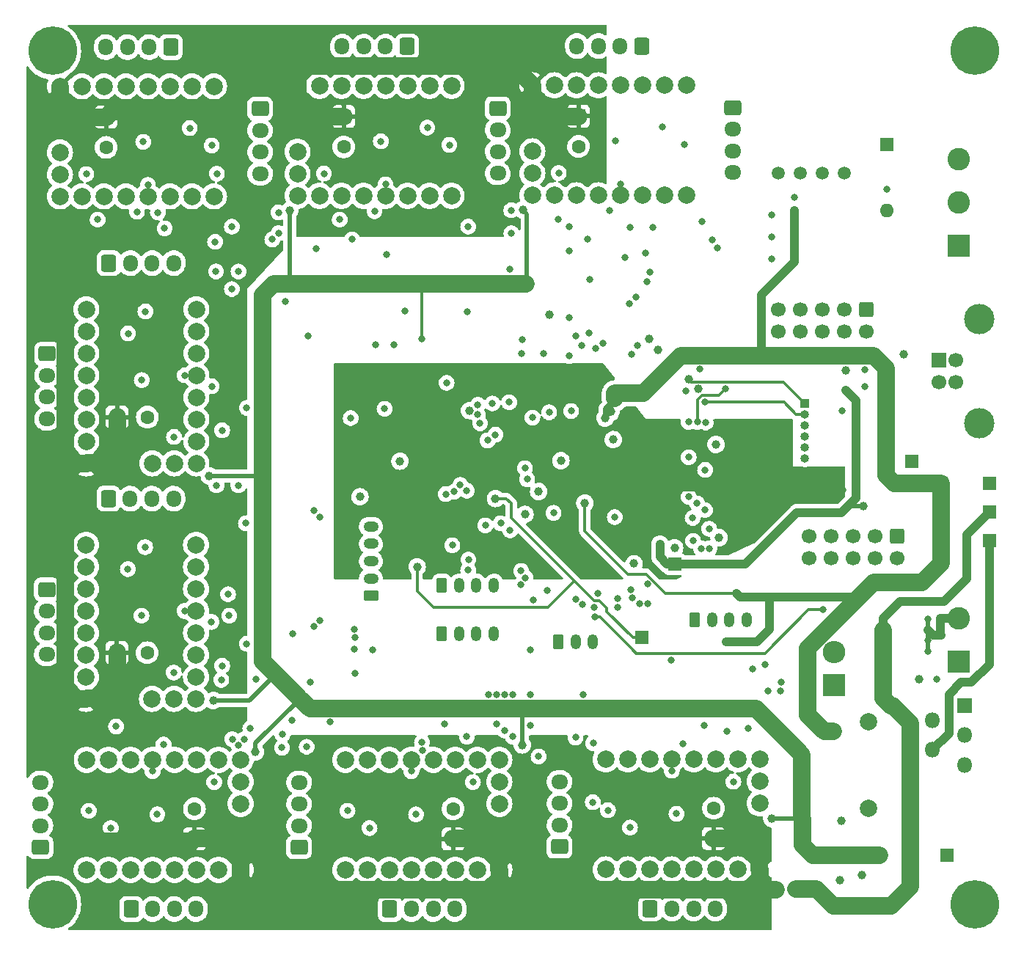
<source format=gbr>
%TF.GenerationSoftware,KiCad,Pcbnew,6.0.10*%
%TF.CreationDate,2023-01-16T16:43:20+03:00*%
%TF.ProjectId,multistepper,6d756c74-6973-4746-9570-7065722e6b69,rev?*%
%TF.SameCoordinates,Original*%
%TF.FileFunction,Copper,L3,Inr*%
%TF.FilePolarity,Positive*%
%FSLAX46Y46*%
G04 Gerber Fmt 4.6, Leading zero omitted, Abs format (unit mm)*
G04 Created by KiCad (PCBNEW 6.0.10) date 2023-01-16 16:43:20*
%MOMM*%
%LPD*%
G01*
G04 APERTURE LIST*
G04 Aperture macros list*
%AMRoundRect*
0 Rectangle with rounded corners*
0 $1 Rounding radius*
0 $2 $3 $4 $5 $6 $7 $8 $9 X,Y pos of 4 corners*
0 Add a 4 corners polygon primitive as box body*
4,1,4,$2,$3,$4,$5,$6,$7,$8,$9,$2,$3,0*
0 Add four circle primitives for the rounded corners*
1,1,$1+$1,$2,$3*
1,1,$1+$1,$4,$5*
1,1,$1+$1,$6,$7*
1,1,$1+$1,$8,$9*
0 Add four rect primitives between the rounded corners*
20,1,$1+$1,$2,$3,$4,$5,0*
20,1,$1+$1,$4,$5,$6,$7,0*
20,1,$1+$1,$6,$7,$8,$9,0*
20,1,$1+$1,$8,$9,$2,$3,0*%
G04 Aperture macros list end*
%TA.AperFunction,ComponentPad*%
%ADD10RoundRect,0.250000X0.600000X0.725000X-0.600000X0.725000X-0.600000X-0.725000X0.600000X-0.725000X0*%
%TD*%
%TA.AperFunction,ComponentPad*%
%ADD11O,1.700000X1.950000*%
%TD*%
%TA.AperFunction,ComponentPad*%
%ADD12RoundRect,0.250000X-0.725000X0.600000X-0.725000X-0.600000X0.725000X-0.600000X0.725000X0.600000X0*%
%TD*%
%TA.AperFunction,ComponentPad*%
%ADD13O,1.950000X1.700000*%
%TD*%
%TA.AperFunction,ComponentPad*%
%ADD14RoundRect,0.250000X0.625000X-0.350000X0.625000X0.350000X-0.625000X0.350000X-0.625000X-0.350000X0*%
%TD*%
%TA.AperFunction,ComponentPad*%
%ADD15O,1.750000X1.200000*%
%TD*%
%TA.AperFunction,ComponentPad*%
%ADD16RoundRect,0.250000X-0.600000X0.600000X-0.600000X-0.600000X0.600000X-0.600000X0.600000X0.600000X0*%
%TD*%
%TA.AperFunction,ComponentPad*%
%ADD17C,1.700000*%
%TD*%
%TA.AperFunction,ComponentPad*%
%ADD18RoundRect,0.250000X0.725000X-0.600000X0.725000X0.600000X-0.725000X0.600000X-0.725000X-0.600000X0*%
%TD*%
%TA.AperFunction,ComponentPad*%
%ADD19R,1.500000X1.500000*%
%TD*%
%TA.AperFunction,ComponentPad*%
%ADD20C,5.600000*%
%TD*%
%TA.AperFunction,ComponentPad*%
%ADD21R,1.600000X1.600000*%
%TD*%
%TA.AperFunction,ComponentPad*%
%ADD22O,1.600000X1.600000*%
%TD*%
%TA.AperFunction,ComponentPad*%
%ADD23C,1.600000*%
%TD*%
%TA.AperFunction,ComponentPad*%
%ADD24RoundRect,0.250000X-0.350000X-0.625000X0.350000X-0.625000X0.350000X0.625000X-0.350000X0.625000X0*%
%TD*%
%TA.AperFunction,ComponentPad*%
%ADD25O,1.200000X1.750000*%
%TD*%
%TA.AperFunction,ComponentPad*%
%ADD26RoundRect,0.250000X-0.600000X-0.725000X0.600000X-0.725000X0.600000X0.725000X-0.600000X0.725000X0*%
%TD*%
%TA.AperFunction,ComponentPad*%
%ADD27C,2.000000*%
%TD*%
%TA.AperFunction,ComponentPad*%
%ADD28R,2.600000X2.600000*%
%TD*%
%TA.AperFunction,ComponentPad*%
%ADD29C,2.600000*%
%TD*%
%TA.AperFunction,ComponentPad*%
%ADD30R,1.000000X1.000000*%
%TD*%
%TA.AperFunction,ComponentPad*%
%ADD31O,1.000000X1.000000*%
%TD*%
%TA.AperFunction,ComponentPad*%
%ADD32C,1.500000*%
%TD*%
%TA.AperFunction,ComponentPad*%
%ADD33O,2.600000X2.600000*%
%TD*%
%TA.AperFunction,ComponentPad*%
%ADD34R,1.800000X1.800000*%
%TD*%
%TA.AperFunction,ComponentPad*%
%ADD35O,1.800000X1.800000*%
%TD*%
%TA.AperFunction,ComponentPad*%
%ADD36R,1.700000X1.700000*%
%TD*%
%TA.AperFunction,ComponentPad*%
%ADD37C,3.500000*%
%TD*%
%TA.AperFunction,ViaPad*%
%ADD38C,1.000000*%
%TD*%
%TA.AperFunction,ViaPad*%
%ADD39C,0.800000*%
%TD*%
%TA.AperFunction,Conductor*%
%ADD40C,0.300000*%
%TD*%
%TA.AperFunction,Conductor*%
%ADD41C,1.000000*%
%TD*%
%TA.AperFunction,Conductor*%
%ADD42C,0.500000*%
%TD*%
%TA.AperFunction,Conductor*%
%ADD43C,2.000000*%
%TD*%
G04 APERTURE END LIST*
D10*
%TO.N,Net-(J17-Pad1)*%
%TO.C,J17*%
X99921075Y-41501827D03*
D11*
%TO.N,Net-(J17-Pad2)*%
X97421075Y-41501827D03*
%TO.N,Net-(J17-Pad3)*%
X94921075Y-41501827D03*
%TO.N,Net-(J17-Pad4)*%
X92421075Y-41501827D03*
%TD*%
D12*
%TO.N,Net-(J12-Pad1)*%
%TO.C,J12*%
X58374000Y-76974000D03*
D13*
%TO.N,Net-(J12-Pad2)*%
X58374000Y-79474000D03*
%TO.N,Net-(J12-Pad3)*%
X58374000Y-81974000D03*
%TO.N,Net-(J12-Pad4)*%
X58374000Y-84474000D03*
%TD*%
D14*
%TO.N,GND*%
%TO.C,J6*%
X95758000Y-104902000D03*
D15*
%TO.N,Net-(J6-Pad2)*%
X95758000Y-102902000D03*
%TO.N,Net-(J6-Pad3)*%
X95758000Y-100902000D03*
%TO.N,Net-(J6-Pad4)*%
X95758000Y-98902000D03*
%TO.N,Net-(J6-Pad5)*%
X95758000Y-96902000D03*
%TD*%
D16*
%TO.N,GND*%
%TO.C,J2*%
X152958800Y-71840700D03*
D17*
%TO.N,Net-(J2-Pad2)*%
X152958800Y-74380700D03*
%TO.N,Net-(J2-Pad3)*%
X150418800Y-71840700D03*
%TO.N,Net-(J2-Pad4)*%
X150418800Y-74380700D03*
%TO.N,Net-(J2-Pad5)*%
X147878800Y-71840700D03*
%TO.N,Net-(J2-Pad6)*%
X147878800Y-74380700D03*
%TO.N,Net-(J2-Pad7)*%
X145338800Y-71840700D03*
%TO.N,Net-(J2-Pad8)*%
X145338800Y-74380700D03*
%TO.N,GND*%
X142798800Y-71840700D03*
%TO.N,Net-(J2-Pad10)*%
X142798800Y-74380700D03*
%TD*%
D18*
%TO.N,Net-(J22-Pad1)*%
%TO.C,J22*%
X87466000Y-133934000D03*
D13*
%TO.N,M5_L0*%
X87466000Y-131434000D03*
%TO.N,M5_L1*%
X87466000Y-128934000D03*
%TO.N,GND*%
X87466000Y-126434000D03*
%TD*%
D19*
%TO.N,+5V*%
%TO.C,TP7*%
X161544000Y-91948000D03*
%TD*%
D20*
%TO.N,N/C*%
%TO.C,H4*%
X165500000Y-140500000D03*
%TD*%
D21*
%TO.N,Net-(R18-Pad1)*%
%TO.C,SW3*%
X155295600Y-52832000D03*
D22*
%TO.N,/CANL*%
X155295600Y-60452000D03*
%TD*%
D21*
%TO.N,/Motors/Vm*%
%TO.C,C24*%
X105246000Y-132978000D03*
D23*
%TO.N,GND*%
X105246000Y-129478000D03*
%TD*%
D24*
%TO.N,Net-(J4-Pad1)*%
%TO.C,J5*%
X103934000Y-103733600D03*
D25*
%TO.N,ADC2*%
X105934000Y-103733600D03*
%TO.N,ADC3*%
X107934000Y-103733600D03*
%TO.N,GND*%
X109934000Y-103733600D03*
%TD*%
D26*
%TO.N,Net-(J11-Pad1)*%
%TO.C,J11*%
X65500000Y-66500000D03*
D11*
%TO.N,M0_L0*%
X68000000Y-66500000D03*
%TO.N,M0_L1*%
X70500000Y-66500000D03*
%TO.N,GND*%
X73000000Y-66500000D03*
%TD*%
D27*
%TO.N,/Motors/stepper_M5/~{ENx}*%
%TO.C,XX5*%
X140640000Y-123774000D03*
%TO.N,/Motors/stepper_M5/MS1*%
X138100000Y-123774000D03*
%TO.N,/Motors/stepper_M5/MS2*%
X135560000Y-123774000D03*
%TO.N,/Motors/stepper_M5/SPR*%
X133020000Y-123774000D03*
%TO.N,/Motors/stepper_M5/U*%
X130480000Y-123774000D03*
%TO.N,/Motors/stepper_M5/CLK*%
X127940000Y-123774000D03*
%TO.N,/Motors/stepper_M5/STEPx*%
X125400000Y-123774000D03*
%TO.N,/Motors/stepper_M5/DIRx*%
X122860000Y-123774000D03*
%TO.N,GND*%
X122860000Y-136474000D03*
%TO.N,Vio*%
X125400000Y-136474000D03*
%TO.N,Net-(J21-Pad1)*%
X127940000Y-136474000D03*
%TO.N,Net-(J21-Pad2)*%
X130480000Y-136474000D03*
%TO.N,Net-(J21-Pad3)*%
X133020000Y-136474000D03*
%TO.N,Net-(J21-Pad4)*%
X135560000Y-136474000D03*
%TO.N,GND*%
X138100000Y-136474000D03*
%TO.N,/Motors/Vm*%
X140640000Y-136474000D03*
%TO.N,/Motors/DIAG4*%
X140640000Y-126314000D03*
%TO.N,unconnected-(XX5-Pad18)*%
X140640000Y-128854000D03*
%TD*%
D24*
%TO.N,Net-(J13-Pad1)*%
%TO.C,J13*%
X117380000Y-110194000D03*
D25*
%TO.N,Net-(J13-Pad2)*%
X119380000Y-110194000D03*
%TO.N,GND*%
X121380000Y-110194000D03*
%TD*%
D27*
%TO.N,/Motors/stepper_M8/~{ENx}*%
%TO.C,XX8*%
X75572000Y-116801600D03*
%TO.N,/Motors/stepper_M8/MS1*%
X75572000Y-114261600D03*
%TO.N,/Motors/stepper_M8/MS2*%
X75572000Y-111721600D03*
%TO.N,/Motors/stepper_M8/SPR*%
X75572000Y-109181600D03*
%TO.N,/Motors/stepper_M8/U*%
X75572000Y-106641600D03*
%TO.N,/Motors/stepper_M8/CLK*%
X75572000Y-104101600D03*
%TO.N,/Motors/stepper_M8/STEPx*%
X75572000Y-101561600D03*
%TO.N,/Motors/stepper_M8/DIRx*%
X75572000Y-99021600D03*
%TO.N,GND*%
X62872000Y-99021600D03*
%TO.N,Vio*%
X62872000Y-101561600D03*
%TO.N,Net-(J27-Pad1)*%
X62872000Y-104101600D03*
%TO.N,Net-(J27-Pad2)*%
X62872000Y-106641600D03*
%TO.N,Net-(J27-Pad3)*%
X62872000Y-109181600D03*
%TO.N,Net-(J27-Pad4)*%
X62872000Y-111721600D03*
%TO.N,GND*%
X62872000Y-114261600D03*
%TO.N,/Motors/Vm*%
X62872000Y-116801600D03*
%TO.N,/Motors/DIAG7*%
X73032000Y-116801600D03*
%TO.N,unconnected-(XX8-Pad18)*%
X70492000Y-116801600D03*
%TD*%
%TO.N,/Motors/stepper_M3/~{ENx}*%
%TO.C,XX3*%
X87281075Y-58727827D03*
%TO.N,/Motors/stepper_M3/MS1*%
X89821075Y-58727827D03*
%TO.N,/Motors/stepper_M3/MS2*%
X92361075Y-58727827D03*
%TO.N,/Motors/stepper_M3/SPR*%
X94901075Y-58727827D03*
%TO.N,/Motors/stepper_M3/U*%
X97441075Y-58727827D03*
%TO.N,/Motors/stepper_M3/CLK*%
X99981075Y-58727827D03*
%TO.N,/Motors/stepper_M3/STEPx*%
X102521075Y-58727827D03*
%TO.N,/Motors/stepper_M3/DIRx*%
X105061075Y-58727827D03*
%TO.N,GND*%
X105061075Y-46027827D03*
%TO.N,Vio*%
X102521075Y-46027827D03*
%TO.N,Net-(J17-Pad1)*%
X99981075Y-46027827D03*
%TO.N,Net-(J17-Pad2)*%
X97441075Y-46027827D03*
%TO.N,Net-(J17-Pad3)*%
X94901075Y-46027827D03*
%TO.N,Net-(J17-Pad4)*%
X92361075Y-46027827D03*
%TO.N,GND*%
X89821075Y-46027827D03*
%TO.N,/Motors/Vm*%
X87281075Y-46027827D03*
%TO.N,/Motors/DIAG2*%
X87281075Y-56187827D03*
%TO.N,unconnected-(XX3-Pad18)*%
X87281075Y-53647827D03*
%TD*%
D28*
%TO.N,GND*%
%TO.C,J10*%
X163576000Y-112482000D03*
D29*
%TO.N,Net-(J10-Pad2)*%
X163576000Y-107482000D03*
%TD*%
D16*
%TO.N,Net-(J3-Pad1)*%
%TO.C,J3*%
X156464000Y-98044000D03*
D17*
%TO.N,GND*%
X156464000Y-100584000D03*
%TO.N,Net-(J3-Pad3)*%
X153924000Y-98044000D03*
%TO.N,Net-(J3-Pad4)*%
X153924000Y-100584000D03*
%TO.N,Net-(J3-Pad5)*%
X151384000Y-98044000D03*
%TO.N,Net-(J3-Pad6)*%
X151384000Y-100584000D03*
%TO.N,Net-(J3-Pad7)*%
X148844000Y-98044000D03*
%TO.N,Net-(J3-Pad8)*%
X148844000Y-100584000D03*
%TO.N,Net-(J3-Pad9)*%
X146304000Y-98044000D03*
%TO.N,GND*%
X146304000Y-100584000D03*
%TD*%
D19*
%TO.N,GND*%
%TO.C,TP3*%
X167132000Y-91948000D03*
%TD*%
D30*
%TO.N,/MCU base/SWCLK*%
%TO.C,J1*%
X145821000Y-82677000D03*
D31*
%TO.N,/MCU base/SWDIO*%
X145821000Y-83947000D03*
%TO.N,GND*%
X145821000Y-85217000D03*
%TO.N,Net-(J1-Pad4)*%
X145821000Y-86487000D03*
%TO.N,/MCU base/BOOT0*%
X145821000Y-87757000D03*
%TO.N,/MCU base/NRST*%
X145821000Y-89027000D03*
%TD*%
D18*
%TO.N,Net-(J24-Pad1)*%
%TO.C,J24*%
X57604925Y-133934000D03*
D13*
%TO.N,M6_L0*%
X57604925Y-131434000D03*
%TO.N,M6_L1*%
X57604925Y-128934000D03*
%TO.N,GND*%
X57604925Y-126434000D03*
%TD*%
D20*
%TO.N,N/C*%
%TO.C,H1*%
X59000000Y-42000000D03*
%TD*%
D21*
%TO.N,/Motors/Vm*%
%TO.C,C23*%
X135306000Y-132918000D03*
D23*
%TO.N,GND*%
X135306000Y-129418000D03*
%TD*%
D10*
%TO.N,Net-(J19-Pad1)*%
%TO.C,J19*%
X127026450Y-41440000D03*
D11*
%TO.N,Net-(J19-Pad2)*%
X124526450Y-41440000D03*
%TO.N,Net-(J19-Pad3)*%
X122026450Y-41440000D03*
%TO.N,Net-(J19-Pad4)*%
X119526450Y-41440000D03*
%TD*%
D19*
%TO.N,Vdrive*%
%TO.C,TP2*%
X167132000Y-95250000D03*
%TD*%
D12*
%TO.N,Net-(J14-Pad1)*%
%TO.C,J14*%
X82974000Y-48689654D03*
D13*
%TO.N,M1_L0*%
X82974000Y-51189654D03*
%TO.N,M1_L1*%
X82974000Y-53689654D03*
%TO.N,GND*%
X82974000Y-56189654D03*
%TD*%
D20*
%TO.N,N/C*%
%TO.C,H3*%
X59000000Y-140500000D03*
%TD*%
D26*
%TO.N,Net-(J23-Pad1)*%
%TO.C,J23*%
X97940000Y-141060000D03*
D11*
%TO.N,Net-(J23-Pad2)*%
X100440000Y-141060000D03*
%TO.N,Net-(J23-Pad3)*%
X102940000Y-141060000D03*
%TO.N,Net-(J23-Pad4)*%
X105440000Y-141060000D03*
%TD*%
D26*
%TO.N,Net-(J25-Pad1)*%
%TO.C,J25*%
X68078925Y-141060000D03*
D11*
%TO.N,Net-(J25-Pad2)*%
X70578925Y-141060000D03*
%TO.N,Net-(J25-Pad3)*%
X73078925Y-141060000D03*
%TO.N,Net-(J25-Pad4)*%
X75578925Y-141060000D03*
%TD*%
D27*
%TO.N,/Motors/stepper_M4/~{ENx}*%
%TO.C,XX4*%
X114386450Y-58666000D03*
%TO.N,/Motors/stepper_M4/MS1*%
X116926450Y-58666000D03*
%TO.N,/Motors/stepper_M4/MS2*%
X119466450Y-58666000D03*
%TO.N,/Motors/stepper_M4/SPR*%
X122006450Y-58666000D03*
%TO.N,/Motors/stepper_M4/U*%
X124546450Y-58666000D03*
%TO.N,/Motors/stepper_M4/CLK*%
X127086450Y-58666000D03*
%TO.N,/Motors/stepper_M4/STEPx*%
X129626450Y-58666000D03*
%TO.N,/Motors/stepper_M4/DIRx*%
X132166450Y-58666000D03*
%TO.N,GND*%
X132166450Y-45966000D03*
%TO.N,Vio*%
X129626450Y-45966000D03*
%TO.N,Net-(J19-Pad1)*%
X127086450Y-45966000D03*
%TO.N,Net-(J19-Pad2)*%
X124546450Y-45966000D03*
%TO.N,Net-(J19-Pad3)*%
X122006450Y-45966000D03*
%TO.N,Net-(J19-Pad4)*%
X119466450Y-45966000D03*
%TO.N,GND*%
X116926450Y-45966000D03*
%TO.N,/Motors/Vm*%
X114386450Y-45966000D03*
%TO.N,/Motors/DIAG3*%
X114386450Y-56126000D03*
%TO.N,unconnected-(XX4-Pad18)*%
X114386450Y-53586000D03*
%TD*%
D20*
%TO.N,N/C*%
%TO.C,H2*%
X165500000Y-42000000D03*
%TD*%
D26*
%TO.N,Net-(J21-Pad1)*%
%TO.C,J21*%
X128000000Y-141000000D03*
D11*
%TO.N,Net-(J21-Pad2)*%
X130500000Y-141000000D03*
%TO.N,Net-(J21-Pad3)*%
X133000000Y-141000000D03*
%TO.N,Net-(J21-Pad4)*%
X135500000Y-141000000D03*
%TD*%
D21*
%TO.N,/Motors/Vm*%
%TO.C,C21*%
X92615075Y-49583827D03*
D23*
%TO.N,GND*%
X92615075Y-53083827D03*
%TD*%
D21*
%TO.N,/Motors/Vm*%
%TO.C,C22*%
X119720450Y-49522000D03*
D23*
%TO.N,GND*%
X119720450Y-53022000D03*
%TD*%
D12*
%TO.N,Net-(J18-Pad1)*%
%TO.C,J18*%
X137500450Y-48566000D03*
D13*
%TO.N,M3_L0*%
X137500450Y-51066000D03*
%TO.N,M3_L1*%
X137500450Y-53566000D03*
%TO.N,GND*%
X137500450Y-56066000D03*
%TD*%
D32*
%TO.N,GND*%
%TO.C,Q1*%
X142798800Y-56083200D03*
%TO.N,Net-(C10-Pad1)*%
X145338800Y-56083200D03*
%TO.N,Earth*%
X147878800Y-56083200D03*
%TO.N,Net-(C11-Pad1)*%
X150418800Y-56083200D03*
%TD*%
D27*
%TO.N,/Motors/stepper_M6/~{ENx}*%
%TO.C,XX6*%
X110580000Y-123834000D03*
%TO.N,/Motors/stepper_M6/MS1*%
X108040000Y-123834000D03*
%TO.N,/Motors/stepper_M6/MS2*%
X105500000Y-123834000D03*
%TO.N,/Motors/stepper_M6/SPR*%
X102960000Y-123834000D03*
%TO.N,/Motors/stepper_M6/U*%
X100420000Y-123834000D03*
%TO.N,/Motors/stepper_M6/CLK*%
X97880000Y-123834000D03*
%TO.N,/Motors/stepper_M6/STEPx*%
X95340000Y-123834000D03*
%TO.N,/Motors/stepper_M6/DIRx*%
X92800000Y-123834000D03*
%TO.N,GND*%
X92800000Y-136534000D03*
%TO.N,Vio*%
X95340000Y-136534000D03*
%TO.N,Net-(J23-Pad1)*%
X97880000Y-136534000D03*
%TO.N,Net-(J23-Pad2)*%
X100420000Y-136534000D03*
%TO.N,Net-(J23-Pad3)*%
X102960000Y-136534000D03*
%TO.N,Net-(J23-Pad4)*%
X105500000Y-136534000D03*
%TO.N,GND*%
X108040000Y-136534000D03*
%TO.N,/Motors/Vm*%
X110580000Y-136534000D03*
%TO.N,/Motors/DIAG5*%
X110580000Y-126374000D03*
%TO.N,unconnected-(XX6-Pad18)*%
X110580000Y-128914000D03*
%TD*%
D28*
%TO.N,Net-(D26-Pad1)*%
%TO.C,D26*%
X149250400Y-115194400D03*
D33*
%TO.N,GND*%
X149250400Y-111384400D03*
%TD*%
D19*
%TO.N,+3.3VADC*%
%TO.C,TP6*%
X127000000Y-109728000D03*
%TD*%
D21*
%TO.N,/Motors/Vm*%
%TO.C,C19*%
X66456000Y-84280000D03*
D23*
%TO.N,GND*%
X69956000Y-84280000D03*
%TD*%
D34*
%TO.N,Vdrive*%
%TO.C,U5*%
X164287200Y-117602000D03*
D35*
%TO.N,Net-(D26-Pad1)*%
X160587200Y-119302000D03*
%TO.N,GND*%
X164287200Y-121002000D03*
%TO.N,Net-(C17-Pad1)*%
X160587200Y-122702000D03*
%TO.N,GND*%
X164287200Y-124402000D03*
%TD*%
D12*
%TO.N,Net-(J27-Pad1)*%
%TO.C,J27*%
X58346000Y-104161600D03*
D13*
%TO.N,Net-(J27-Pad2)*%
X58346000Y-106661600D03*
%TO.N,Net-(J27-Pad3)*%
X58346000Y-109161600D03*
%TO.N,Net-(J27-Pad4)*%
X58346000Y-111661600D03*
%TD*%
D24*
%TO.N,GND*%
%TO.C,J7*%
X133144000Y-107704800D03*
D25*
%TO.N,Net-(J7-Pad2)*%
X135144000Y-107704800D03*
%TO.N,Net-(J7-Pad3)*%
X137144000Y-107704800D03*
%TO.N,Net-(J7-Pad4)*%
X139144000Y-107704800D03*
%TD*%
D19*
%TO.N,Net-(C17-Pad1)*%
%TO.C,TP4*%
X167132000Y-98552000D03*
%TD*%
D10*
%TO.N,Net-(J15-Pad1)*%
%TO.C,J15*%
X72644000Y-41563654D03*
D11*
%TO.N,Net-(J15-Pad2)*%
X70144000Y-41563654D03*
%TO.N,Net-(J15-Pad3)*%
X67644000Y-41563654D03*
%TO.N,Net-(J15-Pad4)*%
X65144000Y-41563654D03*
%TD*%
D27*
%TO.N,Net-(C17-Pad1)*%
%TO.C,L1*%
X153162000Y-129409200D03*
%TO.N,Net-(D26-Pad1)*%
X153162000Y-119409200D03*
%TD*%
D21*
%TO.N,/Motors/Vm*%
%TO.C,C20*%
X65194000Y-49645654D03*
D23*
%TO.N,GND*%
X65194000Y-53145654D03*
%TD*%
D27*
%TO.N,/Motors/stepper_M2/~{ENx}*%
%TO.C,XX2*%
X59860000Y-58789654D03*
%TO.N,/Motors/stepper_M2/MS1*%
X62400000Y-58789654D03*
%TO.N,/Motors/stepper_M2/MS2*%
X64940000Y-58789654D03*
%TO.N,/Motors/stepper_M2/SPR*%
X67480000Y-58789654D03*
%TO.N,/Motors/stepper_M2/U*%
X70020000Y-58789654D03*
%TO.N,/Motors/stepper_M2/CLK*%
X72560000Y-58789654D03*
%TO.N,/Motors/stepper_M2/STEPx*%
X75100000Y-58789654D03*
%TO.N,/Motors/stepper_M2/DIRx*%
X77640000Y-58789654D03*
%TO.N,GND*%
X77640000Y-46089654D03*
%TO.N,Vio*%
X75100000Y-46089654D03*
%TO.N,Net-(J15-Pad1)*%
X72560000Y-46089654D03*
%TO.N,Net-(J15-Pad2)*%
X70020000Y-46089654D03*
%TO.N,Net-(J15-Pad3)*%
X67480000Y-46089654D03*
%TO.N,Net-(J15-Pad4)*%
X64940000Y-46089654D03*
%TO.N,GND*%
X62400000Y-46089654D03*
%TO.N,/Motors/Vm*%
X59860000Y-46089654D03*
%TO.N,/Motors/DIAG1*%
X59860000Y-56249654D03*
%TO.N,unconnected-(XX2-Pad18)*%
X59860000Y-53709654D03*
%TD*%
D28*
%TO.N,/CANL*%
%TO.C,J9*%
X163576000Y-64516000D03*
D29*
%TO.N,Earth*%
X163576000Y-59516000D03*
%TO.N,/CANH*%
X163576000Y-54516000D03*
%TD*%
D21*
%TO.N,/Motors/Vm*%
%TO.C,C25*%
X75384925Y-132978000D03*
D23*
%TO.N,GND*%
X75384925Y-129478000D03*
%TD*%
D27*
%TO.N,/Motors/stepper_M7/~{ENx}*%
%TO.C,XX7*%
X80718925Y-123834000D03*
%TO.N,/Motors/stepper_M7/MS1*%
X78178925Y-123834000D03*
%TO.N,/Motors/stepper_M7/MS2*%
X75638925Y-123834000D03*
%TO.N,/Motors/stepper_M7/SPR*%
X73098925Y-123834000D03*
%TO.N,/Motors/stepper_M7/U*%
X70558925Y-123834000D03*
%TO.N,/Motors/stepper_M7/CLK*%
X68018925Y-123834000D03*
%TO.N,/Motors/stepper_M7/STEPx*%
X65478925Y-123834000D03*
%TO.N,/Motors/stepper_M7/DIRx*%
X62938925Y-123834000D03*
%TO.N,GND*%
X62938925Y-136534000D03*
%TO.N,Vio*%
X65478925Y-136534000D03*
%TO.N,Net-(J25-Pad1)*%
X68018925Y-136534000D03*
%TO.N,Net-(J25-Pad2)*%
X70558925Y-136534000D03*
%TO.N,Net-(J25-Pad3)*%
X73098925Y-136534000D03*
%TO.N,Net-(J25-Pad4)*%
X75638925Y-136534000D03*
%TO.N,GND*%
X78178925Y-136534000D03*
%TO.N,/Motors/Vm*%
X80718925Y-136534000D03*
%TO.N,/Motors/DIAG6*%
X80718925Y-126374000D03*
%TO.N,unconnected-(XX7-Pad18)*%
X80718925Y-128914000D03*
%TD*%
D26*
%TO.N,Net-(J26-Pad1)*%
%TO.C,J26*%
X65472000Y-93687600D03*
D11*
%TO.N,M7_L0*%
X67972000Y-93687600D03*
%TO.N,M7_L1*%
X70472000Y-93687600D03*
%TO.N,GND*%
X72972000Y-93687600D03*
%TD*%
D24*
%TO.N,Net-(J4-Pad1)*%
%TO.C,J4*%
X103934000Y-109321600D03*
D25*
%TO.N,ADC0*%
X105934000Y-109321600D03*
%TO.N,ADC1*%
X107934000Y-109321600D03*
%TO.N,GND*%
X109934000Y-109321600D03*
%TD*%
D18*
%TO.N,Net-(J20-Pad1)*%
%TO.C,J20*%
X117526000Y-133874000D03*
D13*
%TO.N,M4_L0*%
X117526000Y-131374000D03*
%TO.N,M4_L1*%
X117526000Y-128874000D03*
%TO.N,GND*%
X117526000Y-126374000D03*
%TD*%
D12*
%TO.N,Net-(J16-Pad1)*%
%TO.C,J16*%
X110395075Y-48627827D03*
D13*
%TO.N,M2_L0*%
X110395075Y-51127827D03*
%TO.N,M2_L1*%
X110395075Y-53627827D03*
%TO.N,GND*%
X110395075Y-56127827D03*
%TD*%
D19*
%TO.N,Vio*%
%TO.C,TP8*%
X162255200Y-134823200D03*
%TD*%
%TO.N,+3V3*%
%TO.C,TP5*%
X130810000Y-101244400D03*
%TD*%
D21*
%TO.N,/Motors/Vm*%
%TO.C,C26*%
X66428000Y-111467600D03*
D23*
%TO.N,GND*%
X69928000Y-111467600D03*
%TD*%
D27*
%TO.N,/Motors/stepper_M1/~{ENx}*%
%TO.C,XX1*%
X75600000Y-89614000D03*
%TO.N,/Motors/stepper_M1/MS1*%
X75600000Y-87074000D03*
%TO.N,/Motors/stepper_M1/MS2*%
X75600000Y-84534000D03*
%TO.N,/Motors/stepper_M1/SPR*%
X75600000Y-81994000D03*
%TO.N,/Motors/stepper_M1/U*%
X75600000Y-79454000D03*
%TO.N,/Motors/stepper_M1/CLK*%
X75600000Y-76914000D03*
%TO.N,/Motors/stepper_M1/STEPx*%
X75600000Y-74374000D03*
%TO.N,/Motors/stepper_M1/DIRx*%
X75600000Y-71834000D03*
%TO.N,GND*%
X62900000Y-71834000D03*
%TO.N,Vio*%
X62900000Y-74374000D03*
%TO.N,Net-(J12-Pad1)*%
X62900000Y-76914000D03*
%TO.N,Net-(J12-Pad2)*%
X62900000Y-79454000D03*
%TO.N,Net-(J12-Pad3)*%
X62900000Y-81994000D03*
%TO.N,Net-(J12-Pad4)*%
X62900000Y-84534000D03*
%TO.N,GND*%
X62900000Y-87074000D03*
%TO.N,/Motors/Vm*%
X62900000Y-89614000D03*
%TO.N,/Motors/DIAG0*%
X73060000Y-89614000D03*
%TO.N,unconnected-(XX1-Pad18)*%
X70520000Y-89614000D03*
%TD*%
D36*
%TO.N,/VB*%
%TO.C,J8*%
X161290000Y-77730000D03*
D17*
%TO.N,Net-(J8-Pad2)*%
X161290000Y-80230000D03*
%TO.N,Net-(J8-Pad3)*%
X163290000Y-80230000D03*
%TO.N,GND*%
X163290000Y-77730000D03*
D37*
X166000000Y-72960000D03*
X166000000Y-85000000D03*
%TD*%
D19*
%TO.N,Net-(D22-Pad1)*%
%TO.C,TP1*%
X158167500Y-89348000D03*
%TD*%
D38*
%TO.N,+3.3VADC*%
X101092000Y-101549200D03*
D39*
%TO.N,MCU3v3*%
X100584000Y-100056000D03*
D38*
%TO.N,GND*%
X149910800Y-137749000D03*
D39*
X133756400Y-78699500D03*
X99669600Y-72034400D03*
X121412000Y-121909100D03*
X88493600Y-74930000D03*
D38*
X94488000Y-93472000D03*
D39*
X114401600Y-84328000D03*
D38*
X127863600Y-75285600D03*
X152450000Y-137174000D03*
D39*
X142033000Y-66040000D03*
D38*
X117683600Y-89306400D03*
X115112800Y-92863500D03*
D39*
X101650800Y-121818400D03*
D38*
X113538000Y-95504000D03*
D39*
X125120400Y-65887600D03*
D38*
X116332000Y-72440800D03*
D39*
X77978000Y-56184800D03*
X89458800Y-64871600D03*
D38*
X135585200Y-87426800D03*
D39*
X161086800Y-114503200D03*
X130454400Y-112369600D03*
D38*
X126136400Y-101193600D03*
X135940800Y-98196400D03*
X150063200Y-130860800D03*
D39*
X86715600Y-109321600D03*
D38*
X107137200Y-83515200D03*
D39*
X127457200Y-65328800D03*
D38*
X130810000Y-99364800D03*
X123734800Y-86868000D03*
X159004000Y-114503200D03*
X157276800Y-77012800D03*
D39*
X86664800Y-119278400D03*
D38*
X133578600Y-80975200D03*
X99110800Y-89357200D03*
D39*
X121056400Y-68427600D03*
%TO.N,/MCU base/NRST*%
X113538000Y-90170000D03*
X97332800Y-83312000D03*
%TO.N,/MCU base/BOOT0*%
X116332000Y-83718400D03*
X150164800Y-83548000D03*
D38*
%TO.N,+3V3*%
X150600000Y-78870400D03*
D39*
X129133600Y-98958400D03*
D38*
X152603200Y-94538800D03*
D39*
X129133600Y-100431600D03*
D38*
X150600000Y-81200000D03*
D39*
%TO.N,/MCU base/BTN0*%
X134400000Y-84900000D03*
%TO.N,/MCU base/BTN1*%
X133432503Y-84836000D03*
X136652000Y-80975189D03*
%TO.N,/MCU base/BTN2_SDA*%
X132433000Y-84836000D03*
%TO.N,/MCU base/SWDIO*%
X134333000Y-82561000D03*
%TO.N,/MCU base/BTN3_SCL*%
X132130800Y-81280000D03*
D38*
%TO.N,/MCU base/SWCLK*%
X128879600Y-76504800D03*
X132425423Y-79925423D03*
D39*
%TO.N,M4_L0*%
X132435600Y-88900000D03*
X119380000Y-121259600D03*
X143103600Y-114858800D03*
%TO.N,M4_L1*%
X134333000Y-90361500D03*
X121361200Y-128727200D03*
%TO.N,/MCU base/BTN4*%
X122508007Y-75782947D03*
%TO.N,/MCU base/BTN5*%
X121666000Y-76327000D03*
%TO.N,/MCU base/BTN6*%
X120904000Y-74574400D03*
%TO.N,M3_L1*%
X135788400Y-64719200D03*
X125882400Y-77012800D03*
X127579800Y-68681600D03*
%TO.N,M3_L0*%
X126492000Y-76036700D03*
X135128000Y-63855600D03*
X127965200Y-67513200D03*
%TO.N,M2_L1*%
X120079500Y-75996800D03*
%TO.N,M2_L0*%
X119380000Y-74930000D03*
%TO.N,M1_L0*%
X113205734Y-75363866D03*
X113182400Y-76911200D03*
%TO.N,M1_L1*%
X115671600Y-76911200D03*
%TO.N,/MCU base/SCRN_DCRS*%
X134808000Y-99435500D03*
%TO.N,/MCU base/SCRN_SCK*%
X133858000Y-99435500D03*
%TO.N,/MCU base/SCRN_MISO*%
X132943600Y-98552000D03*
%TO.N,/MCU base/SCRN_MOSI*%
X134808000Y-97160500D03*
%TO.N,/MCU base/SCRN_RST*%
X132892800Y-95910400D03*
%TO.N,/MCU base/SCRN_CS*%
X134315200Y-94996000D03*
%TO.N,M6_L1*%
X121564400Y-106273600D03*
X127696000Y-105785500D03*
X124216900Y-106273600D03*
%TO.N,M6_L0*%
X121909100Y-104597200D03*
X126746000Y-105785500D03*
X124216900Y-105237706D03*
%TO.N,M5_L1*%
X133400800Y-94234000D03*
%TO.N,M5_L0*%
X132435600Y-93472000D03*
%TO.N,/MCU base/A0*%
X105156000Y-99060000D03*
%TO.N,/MCU base/A1*%
X108966000Y-96774000D03*
%TO.N,/MCU base/A2*%
X110744000Y-96520000D03*
%TO.N,/MCU base/A3*%
X111815000Y-97337000D03*
%TO.N,/MCU base/A4*%
X116840000Y-95331600D03*
%TO.N,/MCU base/A5*%
X113792000Y-91440000D03*
%TO.N,ADC4*%
X121617266Y-107342466D03*
X147980400Y-106527600D03*
%TO.N,+5V*%
X144627600Y-60401200D03*
X136804400Y-110236000D03*
D38*
X146202400Y-118668800D03*
X122783600Y-84378800D03*
X149098000Y-120548400D03*
X137972800Y-104648000D03*
X155197900Y-90973600D03*
X120446800Y-94202100D03*
X123494800Y-83667600D03*
D39*
%TO.N,ADC0*%
X107004000Y-100722000D03*
D38*
%TO.N,Vdrive*%
X147167600Y-138734800D03*
X145999200Y-138734800D03*
D39*
X154905000Y-111379000D03*
D38*
X144743000Y-138836400D03*
D39*
X154905000Y-110109000D03*
X154905000Y-108839000D03*
D38*
X149088128Y-140655328D03*
D39*
X154889200Y-112268000D03*
%TO.N,ADC1*%
X106982978Y-101953778D03*
%TO.N,MUL0*%
X109778800Y-82702400D03*
%TO.N,MUL1*%
X108102400Y-82854800D03*
%TO.N,MUL2*%
X108102400Y-83972400D03*
%TO.N,MUL_EN*%
X108356400Y-84988400D03*
%TO.N,M1_DIR*%
X71944000Y-62483654D03*
X77774800Y-64047900D03*
D38*
%TO.N,+3.3VADC*%
X110134400Y-93675200D03*
D39*
%TO.N,USART3_TX*%
X123901200Y-95808800D03*
%TO.N,M6_STEP*%
X93882532Y-113842800D03*
X93878400Y-111099600D03*
%TO.N,M5_DIR*%
X141274800Y-112877600D03*
X139801600Y-113385600D03*
%TO.N,USB_DM*%
X152786500Y-80712000D03*
%TO.N,USB_DP*%
X152786500Y-78812000D03*
%TO.N,M4_DIR*%
X141579600Y-115925600D03*
X143052800Y-115925600D03*
%TO.N,CAN_RX*%
X125577600Y-71170800D03*
X142033000Y-60960000D03*
%TO.N,CAN_TX*%
X126390400Y-70459600D03*
X142033000Y-63500000D03*
%TO.N,USART2_TX*%
X118872000Y-83566000D03*
%TO.N,M3_STEP*%
X128270000Y-62382400D03*
X125670450Y-62360000D03*
%TO.N,Net-(C10-Pad1)*%
X144627600Y-58864700D03*
%TO.N,/MCU base/MOT_MUL0*%
X104394000Y-93167200D03*
%TO.N,/MCU base/MOT_MUL1*%
X105359802Y-92889531D03*
%TO.N,/MCU base/MOT_MUL2*%
X106070400Y-92100400D03*
%TO.N,/MCU base/MOT_MUL_EN*%
X106832400Y-92760800D03*
%TO.N,/MCU base/OUT1*%
X125780800Y-104241600D03*
%TO.N,/MCU base/OUT0*%
X127696000Y-103510500D03*
%TO.N,/MCU base/OUT2*%
X125964204Y-105122384D03*
%TO.N,/CANH*%
X155295600Y-57938000D03*
D38*
%TO.N,Net-(J10-Pad2)*%
X161544000Y-109423200D03*
X161482400Y-107482000D03*
D39*
X160055000Y-107569000D03*
X160070800Y-110083600D03*
X160070800Y-108864400D03*
X160070800Y-111353600D03*
D38*
%TO.N,/Motors/Vm*%
X142544800Y-138836400D03*
X139598400Y-138836400D03*
X138074400Y-138836400D03*
X141020800Y-138836400D03*
D39*
%TO.N,/Motors/USART0-3*%
X79705200Y-62280800D03*
X118618000Y-62280800D03*
X133959600Y-61671200D03*
X104807075Y-52853827D03*
X118618000Y-77216000D03*
X131912450Y-52792000D03*
X118618000Y-72796400D03*
X79705200Y-69494400D03*
X106984800Y-62280800D03*
X77386000Y-52915654D03*
X69726000Y-72088000D03*
X118618000Y-65125600D03*
%TO.N,/Motors/MOSI*%
X117434450Y-56094000D03*
X78587600Y-85801200D03*
X80467200Y-122174000D03*
X77670925Y-126406000D03*
X113095200Y-103625600D03*
X136855200Y-120548400D03*
X107532000Y-126406000D03*
X78587600Y-112979200D03*
X112115600Y-116281200D03*
X106832400Y-121158000D03*
X73028000Y-86566000D03*
X73000000Y-113753600D03*
X62908000Y-56217654D03*
X117348000Y-61468000D03*
X112115600Y-121158000D03*
X92151200Y-61468000D03*
X64211200Y-61468000D03*
X137592000Y-126346000D03*
X90329075Y-56155827D03*
%TO.N,/Motors/SCK*%
X110286800Y-119735600D03*
X84378800Y-63754000D03*
X81432400Y-83210400D03*
X81432400Y-110439200D03*
X69278500Y-107186499D03*
X93573600Y-63754000D03*
X100964899Y-130127500D03*
X96896176Y-52434327D03*
X69475101Y-52496154D03*
X120751600Y-63754000D03*
X131024899Y-130067500D03*
X81838800Y-120192800D03*
X134264400Y-119837200D03*
X69306500Y-79998899D03*
X110286800Y-116281200D03*
X104241600Y-119735600D03*
X71103824Y-130127500D03*
X113095200Y-102025600D03*
X124001551Y-52372500D03*
%TO.N,/Motors/MISO*%
X111201200Y-116281200D03*
X111963200Y-60401200D03*
X81127600Y-121462800D03*
X80467200Y-92151200D03*
X111963200Y-63042800D03*
X113588800Y-102819200D03*
X85090000Y-60655200D03*
X77876400Y-67462400D03*
X77927200Y-92151200D03*
X111201200Y-120446800D03*
X85496400Y-122428000D03*
X79756000Y-121462800D03*
X80467200Y-67462400D03*
X85547200Y-120904000D03*
X115112800Y-123444000D03*
X85090000Y-63042800D03*
%TO.N,/Motors/USART4-7*%
X63192925Y-129708000D03*
X82499200Y-114554000D03*
X93054000Y-129708000D03*
X78486000Y-114604800D03*
X91033600Y-119481600D03*
X123114000Y-129648000D03*
X66344800Y-119989600D03*
X120294400Y-116281200D03*
X81330800Y-96520000D03*
X69698000Y-99275600D03*
%TO.N,/Motors/DIAG4*%
X95961200Y-111150400D03*
X114147600Y-119848100D03*
X139344400Y-120243600D03*
X114147600Y-116281200D03*
X96266000Y-75946000D03*
X114147600Y-111150400D03*
X98399600Y-75931500D03*
%TO.N,/Motors/DIAG6*%
X93929200Y-109677200D03*
X88341200Y-122326400D03*
X88773000Y-114833400D03*
%TO.N,/Motors/DIAG7*%
X93878400Y-108762800D03*
%TO.N,/Motors/DIAG5*%
X109321600Y-116281200D03*
%TO.N,/Motors/DIAG3*%
X104495600Y-80314800D03*
X106881134Y-72138066D03*
X111810800Y-67208400D03*
%TO.N,/Motors/DIAG0*%
X93421200Y-84378800D03*
%TO.N,/Motors/DIAG1*%
X85902800Y-70967600D03*
%TO.N,/Motors/DIAG2*%
X97586800Y-65481200D03*
%TO.N,/Motors/stepper_M1/U*%
X74279200Y-79454000D03*
X67726000Y-74628000D03*
%TO.N,/Motors/stepper_M1/~{ENx}*%
X77378000Y-80724000D03*
%TO.N,/MCU base/USART1_RX*%
X114503200Y-105359200D03*
%TO.N,/MCU base/USART1_TX*%
X116078000Y-104292400D03*
%TO.N,M0_L1*%
X110134400Y-86309200D03*
%TO.N,M0_L0*%
X109220000Y-86969600D03*
%TO.N,M7_L0*%
X89865200Y-107746800D03*
X89865200Y-95859600D03*
X119430800Y-105308400D03*
%TO.N,M7_L1*%
X89154000Y-95097600D03*
X89154000Y-108458000D03*
X120142000Y-105918000D03*
%TO.N,M7_DIR*%
X79400400Y-107188000D03*
X79266000Y-104717600D03*
D38*
%TO.N,MCU3v3*%
X113385600Y-86156800D03*
D39*
X115112800Y-94588500D03*
D38*
X119938800Y-86106000D03*
X124815600Y-84124800D03*
X109169200Y-79400400D03*
X125222000Y-95046800D03*
X150164800Y-92728000D03*
D39*
%TO.N,/Motors/stepper_M2/U*%
X70020000Y-57468854D03*
X74846000Y-50915654D03*
%TO.N,/Motors/stepper_M2/STEPx*%
X71170800Y-60655200D03*
%TO.N,/Motors/stepper_M2/~{ENx}*%
X68750000Y-60567654D03*
%TO.N,/Motors/stepper_M3/U*%
X97441075Y-57407027D03*
X102267075Y-50853827D03*
%TO.N,/Motors/stepper_M3/~{ENx}*%
X96171075Y-60505827D03*
%TO.N,/Motors/stepper_M4/U*%
X129372450Y-50792000D03*
X124546450Y-57345200D03*
%TO.N,/Motors/stepper_M4/~{ENx}*%
X123276450Y-60444000D03*
%TO.N,/Motors/stepper_M5/U*%
X125654000Y-131648000D03*
X130480000Y-125094800D03*
%TO.N,/Motors/stepper_M5/~{ENx}*%
X131750000Y-121996000D03*
%TO.N,/Motors/stepper_M6/U*%
X95594000Y-131708000D03*
X100420000Y-125154800D03*
%TO.N,/Motors/stepper_M6/~{ENx}*%
X101690000Y-122783600D03*
%TO.N,/Motors/stepper_M7/U*%
X65732925Y-131708000D03*
X70558925Y-125154800D03*
%TO.N,/Motors/stepper_M7/~{ENx}*%
X71828925Y-122056000D03*
%TO.N,/Motors/stepper_M8/U*%
X67698000Y-101815600D03*
X74251200Y-106641600D03*
%TO.N,/Motors/stepper_M8/~{ENx}*%
X77350000Y-107911600D03*
%TO.N,/MCU base/Diagn*%
X111709200Y-82550000D03*
D38*
%TO.N,Vio*%
X77114400Y-91084400D03*
X82448400Y-122936000D03*
X149910800Y-134874000D03*
X86410800Y-60401200D03*
X113284000Y-60350400D03*
X142036800Y-130606800D03*
X77571600Y-116992400D03*
X154482800Y-134874000D03*
D39*
X101650800Y-75285600D03*
D38*
X152450000Y-134874000D03*
X113233200Y-122123200D03*
%TD*%
D40*
%TO.N,+3.3VADC*%
X111404400Y-93675200D02*
X111963200Y-94234000D01*
X111963200Y-94234000D02*
X111963200Y-95910400D01*
X110134400Y-93675200D02*
X111404400Y-93675200D01*
X111963200Y-95910400D02*
X119253000Y-103200200D01*
X101092000Y-104343200D02*
X101092000Y-101549200D01*
X101708000Y-104959200D02*
X101092000Y-104343200D01*
X103022400Y-106273600D02*
X101708000Y-104959200D01*
X119253000Y-103200200D02*
X121513600Y-105460800D01*
X119253000Y-103200200D02*
X116179600Y-106273600D01*
X116179600Y-106273600D02*
X103022400Y-106273600D01*
%TO.N,MCU3v3*%
X100584000Y-100056000D02*
X100597170Y-100056000D01*
X100597170Y-100056000D02*
X102109900Y-98543270D01*
D41*
%TO.N,+3V3*%
X151739600Y-93624400D02*
X150825200Y-94538800D01*
X129130895Y-98953193D02*
X129130895Y-100426393D01*
X151739600Y-82339600D02*
X150600000Y-81200000D01*
X144932400Y-95300800D02*
X150063200Y-95300800D01*
X151739600Y-93624400D02*
X151739600Y-82339600D01*
D42*
X152603200Y-94538800D02*
X150825200Y-94538800D01*
D41*
X129946400Y-101244400D02*
X129133600Y-100431600D01*
X138988800Y-101244400D02*
X144932400Y-95300800D01*
X130810000Y-101244400D02*
X129946400Y-101244400D01*
X130810000Y-101244400D02*
X138988800Y-101244400D01*
X150825200Y-94538800D02*
X150063200Y-95300800D01*
D40*
%TO.N,/MCU base/BTN1*%
X135902478Y-81724711D02*
X133946689Y-81724711D01*
X136652000Y-80975189D02*
X135902478Y-81724711D01*
X133432503Y-82238897D02*
X133432503Y-84836000D01*
X133946689Y-81724711D02*
X133432503Y-82238897D01*
%TO.N,/MCU base/SWDIO*%
X145821000Y-83947000D02*
X144821002Y-83947000D01*
X143435002Y-82561000D02*
X134333000Y-82561000D01*
X144821002Y-83947000D02*
X143435002Y-82561000D01*
%TO.N,/MCU base/SWCLK*%
X143369689Y-80225689D02*
X145821000Y-82677000D01*
X132725689Y-80225689D02*
X143369689Y-80225689D01*
X132425423Y-79925423D02*
X132725689Y-80225689D01*
%TO.N,ADC4*%
X146253200Y-106527600D02*
X141224000Y-111556800D01*
X122176066Y-107342466D02*
X121617266Y-107342466D01*
X147980400Y-106527600D02*
X146253200Y-106527600D01*
X125907800Y-111074200D02*
X122176066Y-107342466D01*
X126390400Y-111556800D02*
X125907800Y-111074200D01*
X141224000Y-111556800D02*
X126390400Y-111556800D01*
D43*
%TO.N,+5V*%
X148082000Y-120548400D02*
X146202400Y-118668800D01*
X140833600Y-77200000D02*
X153795800Y-77200000D01*
X123901200Y-82143600D02*
X123901200Y-81534000D01*
D41*
X140309600Y-110236000D02*
X136804400Y-110236000D01*
D42*
X122783600Y-83261200D02*
X123901200Y-82143600D01*
X123494800Y-82550000D02*
X123901200Y-82143600D01*
D43*
X149098000Y-120548400D02*
X148082000Y-120548400D01*
D41*
X141757400Y-108788200D02*
X140309600Y-110236000D01*
D40*
X129752048Y-104648000D02*
X137972800Y-104648000D01*
D42*
X123494800Y-83667600D02*
X123494800Y-82550000D01*
D43*
X161544000Y-101142800D02*
X161544000Y-91948000D01*
D42*
X123494800Y-83667600D02*
X122783600Y-84378800D01*
D43*
X155197900Y-78602100D02*
X155197900Y-90973600D01*
D41*
X140833600Y-70189600D02*
X144627600Y-66395600D01*
D40*
X120446800Y-94202100D02*
X120446800Y-97434400D01*
D41*
X141757400Y-105029000D02*
X138353800Y-105029000D01*
X138353800Y-105029000D02*
X137972800Y-104648000D01*
D43*
X127166000Y-81534000D02*
X131500000Y-77200000D01*
X159359600Y-103327200D02*
X161544000Y-101142800D01*
X131500000Y-77200000D02*
X140833600Y-77200000D01*
X156172300Y-91948000D02*
X155197900Y-90973600D01*
X161544000Y-91948000D02*
X157276800Y-91948000D01*
X123901200Y-81534000D02*
X127166000Y-81534000D01*
X146202400Y-118668800D02*
X146202400Y-110947200D01*
D41*
X141757400Y-105029000D02*
X141757400Y-108788200D01*
D40*
X125407911Y-102395511D02*
X127499559Y-102395511D01*
D43*
X157276800Y-91948000D02*
X156172300Y-91948000D01*
D40*
X127499559Y-102395511D02*
X129752048Y-104648000D01*
D41*
X144627600Y-66395600D02*
X144627600Y-60401200D01*
D43*
X153795800Y-77200000D02*
X155197900Y-78602100D01*
X146202400Y-110947200D02*
X152120600Y-105029000D01*
X153822400Y-103327200D02*
X159359600Y-103327200D01*
D41*
X152120600Y-105029000D02*
X141757400Y-105029000D01*
X140833600Y-77200000D02*
X140833600Y-70189600D01*
D42*
X122783600Y-84378800D02*
X122783600Y-83261200D01*
D43*
X152120600Y-105029000D02*
X153822400Y-103327200D01*
D40*
X120446800Y-97434400D02*
X125407911Y-102395511D01*
D41*
%TO.N,Vdrive*%
X167132000Y-95250000D02*
X164541200Y-97840800D01*
D43*
X157988000Y-119583200D02*
X157988000Y-138531600D01*
X154905000Y-111379000D02*
X154905000Y-112252200D01*
X147157728Y-138724928D02*
X145989328Y-138724928D01*
X154905000Y-110109000D02*
X154905000Y-111379000D01*
X155702000Y-117551200D02*
X155956000Y-117551200D01*
X157978128Y-138521728D02*
X155844528Y-140655328D01*
X155956000Y-117551200D02*
X157988000Y-119583200D01*
X145989328Y-138724928D02*
X144834728Y-138724928D01*
D41*
X164541200Y-97840800D02*
X164541200Y-102971600D01*
X156794200Y-105587800D02*
X161925000Y-105587800D01*
X154905000Y-107477000D02*
X154905000Y-108839000D01*
D43*
X154889200Y-116738400D02*
X155702000Y-117551200D01*
D41*
X156794200Y-105587800D02*
X154905000Y-107477000D01*
D43*
X154889200Y-112268000D02*
X154889200Y-116738400D01*
X149088128Y-140655328D02*
X147157728Y-138724928D01*
D41*
X161925000Y-105587800D02*
X164541200Y-102971600D01*
D43*
X154905000Y-108839000D02*
X154905000Y-110109000D01*
X155844528Y-140655328D02*
X149088128Y-140655328D01*
D40*
%TO.N,+3.3VADC*%
X122123200Y-105460800D02*
X122986800Y-106324400D01*
X121513600Y-105460800D02*
X122123200Y-105460800D01*
X122986800Y-106324400D02*
X122986800Y-106730800D01*
X125984000Y-109728000D02*
X127000000Y-109728000D01*
X122986800Y-106730800D02*
X125984000Y-109728000D01*
D41*
%TO.N,Net-(C17-Pad1)*%
X163880800Y-114909600D02*
X165049200Y-114909600D01*
X167132000Y-112826800D02*
X167132000Y-98552000D01*
X162509200Y-116281200D02*
X163880800Y-114909600D01*
X162509200Y-120780000D02*
X162509200Y-116281200D01*
X165049200Y-114909600D02*
X167132000Y-112826800D01*
X160587200Y-122702000D02*
X162509200Y-120780000D01*
%TO.N,Net-(J10-Pad2)*%
X160629600Y-109423200D02*
X160070800Y-108864400D01*
X161482400Y-107482000D02*
X161482400Y-109361600D01*
D42*
X160055000Y-107569000D02*
X160055000Y-111337800D01*
D41*
X161482400Y-109361600D02*
X161544000Y-109423200D01*
D42*
X160055000Y-111337800D02*
X160070800Y-111353600D01*
D41*
X161544000Y-109423200D02*
X160629600Y-109423200D01*
X161482400Y-107482000D02*
X163576000Y-107482000D01*
D43*
%TO.N,/Motors/Vm*%
X65839654Y-49000000D02*
X78500000Y-49000000D01*
X59897625Y-46121134D02*
X59897625Y-48153134D01*
X87281075Y-46027827D02*
X87281075Y-43897875D01*
X64963480Y-89576375D02*
X66487480Y-88052375D01*
X110580000Y-138672400D02*
X110744000Y-138836400D01*
X88842700Y-49615307D02*
X92652700Y-49615307D01*
X140640000Y-138455600D02*
X140640000Y-136474000D01*
X60354346Y-49645654D02*
X57353200Y-52646800D01*
X80718925Y-138783325D02*
X80772000Y-138836400D01*
X64935480Y-116763975D02*
X66459480Y-115239975D01*
X87318700Y-48091307D02*
X88842700Y-49615307D01*
X139078375Y-132886520D02*
X135268375Y-132886520D01*
X110542375Y-134470520D02*
X109018375Y-132946520D01*
X110580000Y-136534000D02*
X110580000Y-138672400D01*
X65194000Y-49645654D02*
X60354346Y-49645654D01*
X87318700Y-46059307D02*
X87318700Y-48091307D01*
X61104551Y-133207511D02*
X60448520Y-132551480D01*
X60448520Y-116792680D02*
X60448520Y-132551480D01*
X112210050Y-43789600D02*
X87172800Y-43789600D01*
X87281075Y-43897875D02*
X87172800Y-43789600D01*
X114386450Y-45966000D02*
X112210050Y-43789600D01*
X60448520Y-89309880D02*
X60448520Y-116792680D01*
X140602375Y-134410520D02*
X139078375Y-132886520D01*
X65194000Y-49645654D02*
X65839654Y-49000000D01*
X75384925Y-132978000D02*
X75155414Y-133207511D01*
X110744000Y-138836400D02*
X138074400Y-138836400D01*
X140602375Y-136442520D02*
X140602375Y-134410520D01*
X114424075Y-48029480D02*
X115948075Y-49553480D01*
X80718925Y-136534000D02*
X80718925Y-138783325D01*
X60752640Y-89614000D02*
X62900000Y-89614000D01*
X81472173Y-46027827D02*
X87281075Y-46027827D01*
X60448520Y-73707320D02*
X60448520Y-89309880D01*
X59897625Y-48153134D02*
X61421625Y-49677134D01*
X62872000Y-116801600D02*
X60457440Y-116801600D01*
X138074400Y-138836400D02*
X141020800Y-138836400D01*
X57353200Y-70612000D02*
X60448520Y-73707320D01*
X62931480Y-89576375D02*
X64963480Y-89576375D01*
X115948075Y-49553480D02*
X119758075Y-49553480D01*
X60448520Y-89309880D02*
X60752640Y-89614000D01*
X109018375Y-132946520D02*
X105208375Y-132946520D01*
X60457440Y-116801600D02*
X60448520Y-116792680D01*
X141020800Y-138836400D02*
X140640000Y-138455600D01*
X75155414Y-133207511D02*
X61104551Y-133207511D01*
X78500000Y-49000000D02*
X81472173Y-46027827D01*
X80681300Y-136502520D02*
X80681300Y-134470520D01*
X80681300Y-134470520D02*
X79157300Y-132946520D01*
X114424075Y-45997480D02*
X114424075Y-48029480D01*
X57353200Y-52646800D02*
X57353200Y-70612000D01*
X79157300Y-132946520D02*
X75347300Y-132946520D01*
X62903480Y-116763975D02*
X64935480Y-116763975D01*
X66459480Y-115239975D02*
X66459480Y-111429975D01*
X110542375Y-136502520D02*
X110542375Y-134470520D01*
X66487480Y-88052375D02*
X66487480Y-84242375D01*
X61421625Y-49677134D02*
X65231625Y-49677134D01*
X141020800Y-138836400D02*
X142544800Y-138836400D01*
X80772000Y-138836400D02*
X110744000Y-138836400D01*
D40*
%TO.N,MCU3v3*%
X109225659Y-92462459D02*
X110594059Y-91094059D01*
X122903200Y-92728000D02*
X122834400Y-92659200D01*
X109225659Y-92805941D02*
X109225659Y-92462459D01*
X122834400Y-92659200D02*
X122834400Y-89365600D01*
X150164800Y-92728000D02*
X122903200Y-92728000D01*
X103488330Y-98543270D02*
X109225659Y-92805941D01*
X110594059Y-88948341D02*
X113385600Y-86156800D01*
X102109900Y-98543270D02*
X103488330Y-98543270D01*
X113385600Y-86156800D02*
X115786513Y-88277087D01*
X121894000Y-88425200D02*
X122834400Y-89365600D01*
X110594059Y-91094059D02*
X110594059Y-88948341D01*
X115571100Y-94588500D02*
X117514800Y-92644800D01*
X121894000Y-86106000D02*
X122834400Y-86106000D01*
X115112800Y-94588500D02*
X115571100Y-94588500D01*
X115786513Y-90916513D02*
X117514800Y-92644800D01*
X115786513Y-88277087D02*
X115786513Y-90916513D01*
X125222000Y-95046800D02*
X122834400Y-92659200D01*
X119938800Y-86106000D02*
X121894000Y-86106000D01*
X113385600Y-86156800D02*
X119938800Y-86106000D01*
X122834400Y-86106000D02*
X124815600Y-84124800D01*
X121894000Y-86106000D02*
X121894000Y-88425200D01*
D42*
%TO.N,Vio*%
X82448400Y-122936000D02*
X82448400Y-121920000D01*
D43*
X83261200Y-70154800D02*
X83261200Y-91084400D01*
X86563200Y-68884800D02*
X84531200Y-68884800D01*
D42*
X81737200Y-116992400D02*
X84759800Y-113969800D01*
D43*
X83261200Y-91084400D02*
X83261200Y-110134400D01*
X145491200Y-130606800D02*
X145491200Y-123240800D01*
X88747600Y-117957600D02*
X87579200Y-116789200D01*
X145491200Y-123240800D02*
X140208000Y-117957600D01*
D42*
X142036800Y-130606800D02*
X145491200Y-130606800D01*
X113233200Y-122123200D02*
X113233200Y-118160800D01*
X77114400Y-91084400D02*
X83261200Y-91084400D01*
D43*
X101650800Y-68884800D02*
X91135200Y-68884800D01*
X145491200Y-130606800D02*
X145542000Y-130657600D01*
X84531200Y-68884800D02*
X83261200Y-70154800D01*
D40*
X101650800Y-75285600D02*
X101650800Y-68884800D01*
D43*
X140208000Y-117957600D02*
X113436400Y-117957600D01*
X113436400Y-117957600D02*
X88747600Y-117957600D01*
X91135200Y-68884800D02*
X86563200Y-68884800D01*
X84759800Y-113969800D02*
X83261200Y-112471200D01*
X113690400Y-68884800D02*
X101650800Y-68884800D01*
X149910800Y-134874000D02*
X152450000Y-134874000D01*
X145542000Y-130657600D02*
X145542000Y-133654800D01*
D42*
X113775511Y-68799689D02*
X113775511Y-67598311D01*
D43*
X152450000Y-134874000D02*
X154482800Y-134874000D01*
D42*
X113775511Y-67598311D02*
X113775511Y-60841911D01*
D43*
X87579200Y-116789200D02*
X84759800Y-113969800D01*
X146761200Y-134874000D02*
X149910800Y-134874000D01*
D40*
X113233200Y-118160800D02*
X113436400Y-117957600D01*
D43*
X83261200Y-112471200D02*
X83261200Y-110134400D01*
D41*
X113690400Y-68884800D02*
X113775511Y-68799689D01*
D43*
X145542000Y-133654800D02*
X146761200Y-134874000D01*
D42*
X82448400Y-121920000D02*
X87579200Y-116789200D01*
X86410800Y-60401200D02*
X86410800Y-68732400D01*
X86410800Y-68732400D02*
X86563200Y-68884800D01*
X77571600Y-116992400D02*
X81737200Y-116992400D01*
X113775511Y-60841911D02*
X113284000Y-60350400D01*
%TD*%
%TA.AperFunction,Conductor*%
%TO.N,/Motors/Vm*%
G36*
X122942121Y-39028502D02*
G01*
X122988614Y-39082158D01*
X123000000Y-39134500D01*
X123000000Y-40095244D01*
X122979998Y-40163365D01*
X122926342Y-40209858D01*
X122856068Y-40219962D01*
X122798788Y-40196333D01*
X122749196Y-40159436D01*
X122749190Y-40159432D01*
X122744908Y-40156246D01*
X122740157Y-40153830D01*
X122740153Y-40153828D01*
X122612906Y-40089133D01*
X122539399Y-40051760D01*
X122534305Y-40050178D01*
X122534302Y-40050177D01*
X122324321Y-39984976D01*
X122319223Y-39983393D01*
X122313934Y-39982692D01*
X122095961Y-39953802D01*
X122095956Y-39953802D01*
X122090676Y-39953102D01*
X122085347Y-39953302D01*
X122085345Y-39953302D01*
X121975484Y-39957426D01*
X121860292Y-39961751D01*
X121855073Y-39962846D01*
X121833016Y-39967474D01*
X121634659Y-40009093D01*
X121629700Y-40011051D01*
X121629698Y-40011052D01*
X121425194Y-40091815D01*
X121425192Y-40091816D01*
X121420229Y-40093776D01*
X121415670Y-40096543D01*
X121415667Y-40096544D01*
X121282220Y-40177522D01*
X121223133Y-40213377D01*
X121219103Y-40216874D01*
X121059129Y-40355692D01*
X121049005Y-40364477D01*
X121045618Y-40368608D01*
X120906210Y-40538627D01*
X120906206Y-40538633D01*
X120902826Y-40542755D01*
X120884898Y-40574250D01*
X120833818Y-40623555D01*
X120764188Y-40637417D01*
X120698117Y-40611434D01*
X120670877Y-40582284D01*
X120613231Y-40496659D01*
X120589009Y-40460681D01*
X120547835Y-40417519D01*
X120519163Y-40387464D01*
X120429874Y-40293865D01*
X120425579Y-40290669D01*
X120274615Y-40178349D01*
X120244908Y-40156246D01*
X120240157Y-40153830D01*
X120240153Y-40153828D01*
X120112906Y-40089133D01*
X120039399Y-40051760D01*
X120034305Y-40050178D01*
X120034302Y-40050177D01*
X119824321Y-39984976D01*
X119819223Y-39983393D01*
X119813934Y-39982692D01*
X119595961Y-39953802D01*
X119595956Y-39953802D01*
X119590676Y-39953102D01*
X119585347Y-39953302D01*
X119585345Y-39953302D01*
X119475484Y-39957426D01*
X119360292Y-39961751D01*
X119355073Y-39962846D01*
X119333016Y-39967474D01*
X119134659Y-40009093D01*
X119129700Y-40011051D01*
X119129698Y-40011052D01*
X118925194Y-40091815D01*
X118925192Y-40091816D01*
X118920229Y-40093776D01*
X118915670Y-40096543D01*
X118915667Y-40096544D01*
X118782220Y-40177522D01*
X118723133Y-40213377D01*
X118719103Y-40216874D01*
X118559129Y-40355692D01*
X118549005Y-40364477D01*
X118545618Y-40368608D01*
X118406210Y-40538627D01*
X118406206Y-40538633D01*
X118402826Y-40542755D01*
X118400188Y-40547390D01*
X118400185Y-40547394D01*
X118314511Y-40697902D01*
X118288775Y-40743114D01*
X118210113Y-40959825D01*
X118209164Y-40965074D01*
X118209163Y-40965077D01*
X118169827Y-41182608D01*
X118169826Y-41182615D01*
X118169089Y-41186692D01*
X118167950Y-41210844D01*
X118167950Y-41622890D01*
X118182530Y-41794720D01*
X118183868Y-41799875D01*
X118183869Y-41799881D01*
X118235810Y-42000000D01*
X118240449Y-42017872D01*
X118335138Y-42228075D01*
X118463891Y-42419319D01*
X118467570Y-42423176D01*
X118467572Y-42423178D01*
X118529160Y-42487738D01*
X118623026Y-42586135D01*
X118627304Y-42589318D01*
X118658596Y-42612600D01*
X118807992Y-42723754D01*
X118812743Y-42726170D01*
X118812747Y-42726172D01*
X118883132Y-42761957D01*
X119013501Y-42828240D01*
X119018595Y-42829822D01*
X119018598Y-42829823D01*
X119186474Y-42881950D01*
X119233677Y-42896607D01*
X119238966Y-42897308D01*
X119456939Y-42926198D01*
X119456944Y-42926198D01*
X119462224Y-42926898D01*
X119467553Y-42926698D01*
X119467555Y-42926698D01*
X119577416Y-42922573D01*
X119692608Y-42918249D01*
X119718593Y-42912797D01*
X119805424Y-42894578D01*
X119918241Y-42870907D01*
X119923200Y-42868949D01*
X119923202Y-42868948D01*
X120127706Y-42788185D01*
X120127708Y-42788184D01*
X120132671Y-42786224D01*
X120137238Y-42783453D01*
X120325207Y-42669390D01*
X120325206Y-42669390D01*
X120329767Y-42666623D01*
X120355717Y-42644105D01*
X120499862Y-42519023D01*
X120499864Y-42519021D01*
X120503895Y-42515523D01*
X120548684Y-42460899D01*
X120646690Y-42341373D01*
X120646694Y-42341367D01*
X120650074Y-42337245D01*
X120668002Y-42305750D01*
X120719082Y-42256445D01*
X120788712Y-42242583D01*
X120854783Y-42268566D01*
X120882023Y-42297716D01*
X120963891Y-42419319D01*
X120967570Y-42423176D01*
X120967572Y-42423178D01*
X121029160Y-42487738D01*
X121123026Y-42586135D01*
X121127304Y-42589318D01*
X121158596Y-42612600D01*
X121307992Y-42723754D01*
X121312743Y-42726170D01*
X121312747Y-42726172D01*
X121383132Y-42761957D01*
X121513501Y-42828240D01*
X121518595Y-42829822D01*
X121518598Y-42829823D01*
X121686474Y-42881950D01*
X121733677Y-42896607D01*
X121738966Y-42897308D01*
X121956939Y-42926198D01*
X121956944Y-42926198D01*
X121962224Y-42926898D01*
X121967553Y-42926698D01*
X121967555Y-42926698D01*
X122077416Y-42922573D01*
X122192608Y-42918249D01*
X122218593Y-42912797D01*
X122305424Y-42894578D01*
X122418241Y-42870907D01*
X122423200Y-42868949D01*
X122423202Y-42868948D01*
X122627706Y-42788185D01*
X122627708Y-42788184D01*
X122632671Y-42786224D01*
X122637235Y-42783454D01*
X122637238Y-42783453D01*
X122808635Y-42679447D01*
X122877248Y-42661208D01*
X122944831Y-42682959D01*
X122989925Y-42737796D01*
X123000000Y-42787166D01*
X123000000Y-44580647D01*
X122979998Y-44648768D01*
X122926342Y-44695261D01*
X122856068Y-44705365D01*
X122808165Y-44688080D01*
X122697633Y-44620346D01*
X122693413Y-44617760D01*
X122688843Y-44615867D01*
X122688839Y-44615865D01*
X122478617Y-44528789D01*
X122478615Y-44528788D01*
X122474044Y-44526895D01*
X122393841Y-44507640D01*
X122247974Y-44472620D01*
X122247968Y-44472619D01*
X122243161Y-44471465D01*
X122006450Y-44452835D01*
X121769739Y-44471465D01*
X121764932Y-44472619D01*
X121764926Y-44472620D01*
X121619059Y-44507640D01*
X121538856Y-44526895D01*
X121534285Y-44528788D01*
X121534283Y-44528789D01*
X121324061Y-44615865D01*
X121324057Y-44615867D01*
X121319487Y-44617760D01*
X121315267Y-44620346D01*
X121121248Y-44739241D01*
X121121242Y-44739245D01*
X121117034Y-44741824D01*
X120936481Y-44896031D01*
X120933273Y-44899787D01*
X120933268Y-44899792D01*
X120832261Y-45018056D01*
X120772811Y-45056866D01*
X120701816Y-45057372D01*
X120640639Y-45018056D01*
X120539632Y-44899792D01*
X120539627Y-44899787D01*
X120536419Y-44896031D01*
X120355866Y-44741824D01*
X120351658Y-44739245D01*
X120351652Y-44739241D01*
X120157633Y-44620346D01*
X120153413Y-44617760D01*
X120148843Y-44615867D01*
X120148839Y-44615865D01*
X119938617Y-44528789D01*
X119938615Y-44528788D01*
X119934044Y-44526895D01*
X119853841Y-44507640D01*
X119707974Y-44472620D01*
X119707968Y-44472619D01*
X119703161Y-44471465D01*
X119466450Y-44452835D01*
X119229739Y-44471465D01*
X119224932Y-44472619D01*
X119224926Y-44472620D01*
X119079059Y-44507640D01*
X118998856Y-44526895D01*
X118994285Y-44528788D01*
X118994283Y-44528789D01*
X118784061Y-44615865D01*
X118784057Y-44615867D01*
X118779487Y-44617760D01*
X118775267Y-44620346D01*
X118581248Y-44739241D01*
X118581242Y-44739245D01*
X118577034Y-44741824D01*
X118396481Y-44896031D01*
X118393273Y-44899787D01*
X118393268Y-44899792D01*
X118292261Y-45018056D01*
X118232811Y-45056866D01*
X118161816Y-45057372D01*
X118100639Y-45018056D01*
X117999632Y-44899792D01*
X117999627Y-44899787D01*
X117996419Y-44896031D01*
X117815866Y-44741824D01*
X117811658Y-44739245D01*
X117811652Y-44739241D01*
X117617633Y-44620346D01*
X117613413Y-44617760D01*
X117608843Y-44615867D01*
X117608839Y-44615865D01*
X117398617Y-44528789D01*
X117398615Y-44528788D01*
X117394044Y-44526895D01*
X117313841Y-44507640D01*
X117167974Y-44472620D01*
X117167968Y-44472619D01*
X117163161Y-44471465D01*
X116926450Y-44452835D01*
X116689739Y-44471465D01*
X116684932Y-44472619D01*
X116684926Y-44472620D01*
X116539059Y-44507640D01*
X116458856Y-44526895D01*
X116454285Y-44528788D01*
X116454283Y-44528789D01*
X116244061Y-44615865D01*
X116244057Y-44615867D01*
X116239487Y-44617760D01*
X116235267Y-44620346D01*
X116041248Y-44739241D01*
X116041242Y-44739245D01*
X116037034Y-44741824D01*
X115856481Y-44896031D01*
X115853273Y-44899787D01*
X115853268Y-44899792D01*
X115722744Y-45052616D01*
X115663294Y-45091426D01*
X115628892Y-45093640D01*
X115609783Y-45101877D01*
X114758472Y-45953188D01*
X114750858Y-45967132D01*
X114750989Y-45968965D01*
X114755240Y-45975580D01*
X115606740Y-46827080D01*
X115623552Y-46836260D01*
X115686800Y-46850020D01*
X115722225Y-46878776D01*
X115811095Y-46982829D01*
X115856481Y-47035969D01*
X116037034Y-47190176D01*
X116041242Y-47192755D01*
X116041248Y-47192759D01*
X116187663Y-47282482D01*
X116239487Y-47314240D01*
X116244057Y-47316133D01*
X116244061Y-47316135D01*
X116454283Y-47403211D01*
X116458856Y-47405105D01*
X116539059Y-47424360D01*
X116684926Y-47459380D01*
X116684932Y-47459381D01*
X116689739Y-47460535D01*
X116926450Y-47479165D01*
X117163161Y-47460535D01*
X117167968Y-47459381D01*
X117167974Y-47459380D01*
X117313841Y-47424360D01*
X117394044Y-47405105D01*
X117398617Y-47403211D01*
X117608839Y-47316135D01*
X117608843Y-47316133D01*
X117613413Y-47314240D01*
X117665237Y-47282482D01*
X117811652Y-47192759D01*
X117811658Y-47192755D01*
X117815866Y-47190176D01*
X117996419Y-47035969D01*
X117999627Y-47032213D01*
X117999632Y-47032208D01*
X118100639Y-46913944D01*
X118160089Y-46875134D01*
X118231084Y-46874628D01*
X118292261Y-46913944D01*
X118393268Y-47032208D01*
X118393273Y-47032213D01*
X118396481Y-47035969D01*
X118577034Y-47190176D01*
X118581242Y-47192755D01*
X118581248Y-47192759D01*
X118727663Y-47282482D01*
X118779487Y-47314240D01*
X118784057Y-47316133D01*
X118784061Y-47316135D01*
X118994283Y-47403211D01*
X118998856Y-47405105D01*
X119079059Y-47424360D01*
X119224926Y-47459380D01*
X119224932Y-47459381D01*
X119229739Y-47460535D01*
X119466450Y-47479165D01*
X119703161Y-47460535D01*
X119707968Y-47459381D01*
X119707974Y-47459380D01*
X119853841Y-47424360D01*
X119934044Y-47405105D01*
X119938617Y-47403211D01*
X120148839Y-47316135D01*
X120148843Y-47316133D01*
X120153413Y-47314240D01*
X120205237Y-47282482D01*
X120351652Y-47192759D01*
X120351658Y-47192755D01*
X120355866Y-47190176D01*
X120536419Y-47035969D01*
X120539627Y-47032213D01*
X120539632Y-47032208D01*
X120640639Y-46913944D01*
X120700089Y-46875134D01*
X120771084Y-46874628D01*
X120832261Y-46913944D01*
X120933268Y-47032208D01*
X120933273Y-47032213D01*
X120936481Y-47035969D01*
X121117034Y-47190176D01*
X121121242Y-47192755D01*
X121121248Y-47192759D01*
X121267663Y-47282482D01*
X121319487Y-47314240D01*
X121324057Y-47316133D01*
X121324061Y-47316135D01*
X121534283Y-47403211D01*
X121538856Y-47405105D01*
X121619059Y-47424360D01*
X121764926Y-47459380D01*
X121764932Y-47459381D01*
X121769739Y-47460535D01*
X122006450Y-47479165D01*
X122243161Y-47460535D01*
X122247968Y-47459381D01*
X122247974Y-47459380D01*
X122393841Y-47424360D01*
X122474044Y-47405105D01*
X122478617Y-47403211D01*
X122688839Y-47316135D01*
X122688843Y-47316133D01*
X122693413Y-47314240D01*
X122745237Y-47282482D01*
X122808165Y-47243920D01*
X122876699Y-47225382D01*
X122944375Y-47246838D01*
X122989708Y-47301478D01*
X123000000Y-47351353D01*
X123000000Y-57280647D01*
X122979998Y-57348768D01*
X122926342Y-57395261D01*
X122856068Y-57405365D01*
X122808165Y-57388080D01*
X122697633Y-57320346D01*
X122693413Y-57317760D01*
X122688843Y-57315867D01*
X122688839Y-57315865D01*
X122478617Y-57228789D01*
X122478615Y-57228788D01*
X122474044Y-57226895D01*
X122340463Y-57194825D01*
X122247974Y-57172620D01*
X122247968Y-57172619D01*
X122243161Y-57171465D01*
X122006450Y-57152835D01*
X121769739Y-57171465D01*
X121764932Y-57172619D01*
X121764926Y-57172620D01*
X121672437Y-57194825D01*
X121538856Y-57226895D01*
X121534285Y-57228788D01*
X121534283Y-57228789D01*
X121324061Y-57315865D01*
X121324057Y-57315867D01*
X121319487Y-57317760D01*
X121315267Y-57320346D01*
X121121248Y-57439241D01*
X121121242Y-57439245D01*
X121117034Y-57441824D01*
X120936481Y-57596031D01*
X120933273Y-57599787D01*
X120933268Y-57599792D01*
X120832261Y-57718056D01*
X120772811Y-57756866D01*
X120701816Y-57757372D01*
X120640639Y-57718056D01*
X120539632Y-57599792D01*
X120539627Y-57599787D01*
X120536419Y-57596031D01*
X120355866Y-57441824D01*
X120351658Y-57439245D01*
X120351652Y-57439241D01*
X120157633Y-57320346D01*
X120153413Y-57317760D01*
X120148843Y-57315867D01*
X120148839Y-57315865D01*
X119938617Y-57228789D01*
X119938615Y-57228788D01*
X119934044Y-57226895D01*
X119800463Y-57194825D01*
X119707974Y-57172620D01*
X119707968Y-57172619D01*
X119703161Y-57171465D01*
X119466450Y-57152835D01*
X119229739Y-57171465D01*
X119224932Y-57172619D01*
X119224926Y-57172620D01*
X119132437Y-57194825D01*
X118998856Y-57226895D01*
X118994285Y-57228788D01*
X118994283Y-57228789D01*
X118784061Y-57315865D01*
X118784057Y-57315867D01*
X118779487Y-57317760D01*
X118775267Y-57320346D01*
X118581248Y-57439241D01*
X118581242Y-57439245D01*
X118577034Y-57441824D01*
X118396481Y-57596031D01*
X118393273Y-57599787D01*
X118393268Y-57599792D01*
X118292261Y-57718056D01*
X118232811Y-57756866D01*
X118161816Y-57757372D01*
X118100639Y-57718056D01*
X117999632Y-57599792D01*
X117999627Y-57599787D01*
X117996419Y-57596031D01*
X117815866Y-57441824D01*
X117811658Y-57439245D01*
X117811652Y-57439241D01*
X117617633Y-57320346D01*
X117613413Y-57317760D01*
X117608843Y-57315867D01*
X117608839Y-57315865D01*
X117437534Y-57244909D01*
X117382253Y-57200361D01*
X117359832Y-57132998D01*
X117377390Y-57064206D01*
X117429352Y-57015828D01*
X117485752Y-57002500D01*
X117529937Y-57002500D01*
X117536389Y-57001128D01*
X117536394Y-57001128D01*
X117623338Y-56982647D01*
X117716738Y-56962794D01*
X117722769Y-56960109D01*
X117885172Y-56887803D01*
X117885174Y-56887802D01*
X117891202Y-56885118D01*
X117927488Y-56858755D01*
X118015377Y-56794899D01*
X118045703Y-56772866D01*
X118050125Y-56767955D01*
X118169071Y-56635852D01*
X118169072Y-56635851D01*
X118173490Y-56630944D01*
X118268977Y-56465556D01*
X118327992Y-56283928D01*
X118331711Y-56248549D01*
X118347264Y-56100565D01*
X118347954Y-56094000D01*
X118334046Y-55961669D01*
X118328682Y-55910635D01*
X118328682Y-55910633D01*
X118327992Y-55904072D01*
X118268977Y-55722444D01*
X118241129Y-55674209D01*
X118227800Y-55651124D01*
X118173490Y-55557056D01*
X118157042Y-55538788D01*
X118050125Y-55420045D01*
X118050124Y-55420044D01*
X118045703Y-55415134D01*
X117920970Y-55324510D01*
X117896544Y-55306763D01*
X117896543Y-55306762D01*
X117891202Y-55302882D01*
X117885174Y-55300198D01*
X117885172Y-55300197D01*
X117722769Y-55227891D01*
X117722768Y-55227891D01*
X117716738Y-55225206D01*
X117623337Y-55205353D01*
X117536394Y-55186872D01*
X117536389Y-55186872D01*
X117529937Y-55185500D01*
X117338963Y-55185500D01*
X117332511Y-55186872D01*
X117332506Y-55186872D01*
X117245562Y-55205353D01*
X117152162Y-55225206D01*
X117146132Y-55227891D01*
X117146131Y-55227891D01*
X116983728Y-55300197D01*
X116983726Y-55300198D01*
X116977698Y-55302882D01*
X116972357Y-55306762D01*
X116972356Y-55306763D01*
X116947930Y-55324510D01*
X116823197Y-55415134D01*
X116818776Y-55420044D01*
X116818775Y-55420045D01*
X116711859Y-55538788D01*
X116695410Y-55557056D01*
X116641100Y-55651124D01*
X116627772Y-55674209D01*
X116599923Y-55722444D01*
X116540908Y-55904072D01*
X116540218Y-55910633D01*
X116540218Y-55910635D01*
X116534854Y-55961669D01*
X116520946Y-56094000D01*
X116521636Y-56100565D01*
X116537190Y-56248549D01*
X116540908Y-56283928D01*
X116599923Y-56465556D01*
X116695410Y-56630944D01*
X116699828Y-56635851D01*
X116699829Y-56635852D01*
X116818775Y-56767955D01*
X116823197Y-56772866D01*
X116853523Y-56794899D01*
X116941413Y-56858755D01*
X116977698Y-56885118D01*
X116983724Y-56887801D01*
X116983731Y-56887805D01*
X117049234Y-56916968D01*
X117103330Y-56962948D01*
X117123980Y-57030875D01*
X117104628Y-57099183D01*
X117051417Y-57146185D01*
X116988100Y-57157687D01*
X116931380Y-57153223D01*
X116926450Y-57152835D01*
X116689739Y-57171465D01*
X116684932Y-57172619D01*
X116684926Y-57172620D01*
X116592437Y-57194825D01*
X116458856Y-57226895D01*
X116454285Y-57228788D01*
X116454283Y-57228789D01*
X116244061Y-57315865D01*
X116244057Y-57315867D01*
X116239487Y-57317760D01*
X116235267Y-57320346D01*
X116041248Y-57439241D01*
X116041242Y-57439245D01*
X116037034Y-57441824D01*
X115856481Y-57596031D01*
X115853273Y-57599787D01*
X115853268Y-57599792D01*
X115752261Y-57718056D01*
X115692811Y-57756866D01*
X115621816Y-57757372D01*
X115560639Y-57718056D01*
X115459632Y-57599792D01*
X115459627Y-57599787D01*
X115456419Y-57596031D01*
X115452663Y-57592823D01*
X115452658Y-57592818D01*
X115334394Y-57491811D01*
X115295584Y-57432361D01*
X115295078Y-57361366D01*
X115334394Y-57300189D01*
X115452658Y-57199182D01*
X115452663Y-57199177D01*
X115456419Y-57195969D01*
X115610626Y-57015416D01*
X115613205Y-57011208D01*
X115613209Y-57011202D01*
X115732104Y-56817183D01*
X115734690Y-56812963D01*
X115739879Y-56800437D01*
X115823661Y-56598167D01*
X115823662Y-56598165D01*
X115825555Y-56593594D01*
X115857803Y-56459271D01*
X115879830Y-56367524D01*
X115879831Y-56367518D01*
X115880985Y-56362711D01*
X115899615Y-56126000D01*
X115880985Y-55889289D01*
X115867965Y-55835054D01*
X115829349Y-55674209D01*
X115825555Y-55658406D01*
X115811553Y-55624601D01*
X115736585Y-55443611D01*
X115736583Y-55443607D01*
X115734690Y-55439037D01*
X115678622Y-55347542D01*
X115613209Y-55240798D01*
X115613205Y-55240792D01*
X115610626Y-55236584D01*
X115456419Y-55056031D01*
X115452663Y-55052823D01*
X115452658Y-55052818D01*
X115334394Y-54951811D01*
X115295584Y-54892361D01*
X115295078Y-54821366D01*
X115334394Y-54760189D01*
X115452658Y-54659182D01*
X115452663Y-54659177D01*
X115456419Y-54655969D01*
X115610626Y-54475416D01*
X115613205Y-54471208D01*
X115613209Y-54471202D01*
X115732104Y-54277183D01*
X115734690Y-54272963D01*
X115741010Y-54257707D01*
X115823661Y-54058167D01*
X115823662Y-54058165D01*
X115825555Y-54053594D01*
X115866142Y-53884538D01*
X115879830Y-53827524D01*
X115879831Y-53827518D01*
X115880985Y-53822711D01*
X115899615Y-53586000D01*
X115880985Y-53349289D01*
X115879105Y-53341455D01*
X115836409Y-53163618D01*
X115825555Y-53118406D01*
X115813500Y-53089302D01*
X115785623Y-53022000D01*
X118406952Y-53022000D01*
X118426907Y-53250087D01*
X118428331Y-53255400D01*
X118428331Y-53255402D01*
X118483601Y-53461669D01*
X118486166Y-53471243D01*
X118488489Y-53476224D01*
X118488489Y-53476225D01*
X118580601Y-53673762D01*
X118580604Y-53673767D01*
X118582927Y-53678749D01*
X118641449Y-53762327D01*
X118710563Y-53861031D01*
X118714252Y-53866300D01*
X118876150Y-54028198D01*
X118880658Y-54031355D01*
X118880661Y-54031357D01*
X118905547Y-54048782D01*
X119063701Y-54159523D01*
X119068683Y-54161846D01*
X119068688Y-54161849D01*
X119266225Y-54253961D01*
X119271207Y-54256284D01*
X119276515Y-54257706D01*
X119276517Y-54257707D01*
X119487048Y-54314119D01*
X119487050Y-54314119D01*
X119492363Y-54315543D01*
X119720450Y-54335498D01*
X119948537Y-54315543D01*
X119953850Y-54314119D01*
X119953852Y-54314119D01*
X120164383Y-54257707D01*
X120164385Y-54257706D01*
X120169693Y-54256284D01*
X120174675Y-54253961D01*
X120372212Y-54161849D01*
X120372217Y-54161846D01*
X120377199Y-54159523D01*
X120535353Y-54048782D01*
X120560239Y-54031357D01*
X120560242Y-54031355D01*
X120564750Y-54028198D01*
X120726648Y-53866300D01*
X120730338Y-53861031D01*
X120799451Y-53762327D01*
X120857973Y-53678749D01*
X120860296Y-53673767D01*
X120860299Y-53673762D01*
X120952411Y-53476225D01*
X120952411Y-53476224D01*
X120954734Y-53471243D01*
X120957300Y-53461669D01*
X121012569Y-53255402D01*
X121012569Y-53255400D01*
X121013993Y-53250087D01*
X121033948Y-53022000D01*
X121013993Y-52793913D01*
X121005625Y-52762683D01*
X120956157Y-52578067D01*
X120956156Y-52578065D01*
X120954734Y-52572757D01*
X120930034Y-52519787D01*
X120860299Y-52370238D01*
X120860296Y-52370233D01*
X120857973Y-52365251D01*
X120752849Y-52215119D01*
X120729807Y-52182211D01*
X120729805Y-52182208D01*
X120726648Y-52177700D01*
X120564750Y-52015802D01*
X120560242Y-52012645D01*
X120560239Y-52012643D01*
X120476919Y-51954302D01*
X120377199Y-51884477D01*
X120372217Y-51882154D01*
X120372212Y-51882151D01*
X120174675Y-51790039D01*
X120174674Y-51790039D01*
X120169693Y-51787716D01*
X120164385Y-51786294D01*
X120164383Y-51786293D01*
X119953852Y-51729881D01*
X119953850Y-51729881D01*
X119948537Y-51728457D01*
X119720450Y-51708502D01*
X119492363Y-51728457D01*
X119487050Y-51729881D01*
X119487048Y-51729881D01*
X119276517Y-51786293D01*
X119276515Y-51786294D01*
X119271207Y-51787716D01*
X119266226Y-51790039D01*
X119266225Y-51790039D01*
X119068688Y-51882151D01*
X119068683Y-51882154D01*
X119063701Y-51884477D01*
X118963981Y-51954302D01*
X118880661Y-52012643D01*
X118880658Y-52012645D01*
X118876150Y-52015802D01*
X118714252Y-52177700D01*
X118711095Y-52182208D01*
X118711093Y-52182211D01*
X118688051Y-52215119D01*
X118582927Y-52365251D01*
X118580604Y-52370233D01*
X118580601Y-52370238D01*
X118510866Y-52519787D01*
X118486166Y-52572757D01*
X118484744Y-52578065D01*
X118484743Y-52578067D01*
X118435275Y-52762683D01*
X118426907Y-52793913D01*
X118406952Y-53022000D01*
X115785623Y-53022000D01*
X115736585Y-52903611D01*
X115736583Y-52903607D01*
X115734690Y-52899037D01*
X115711008Y-52860392D01*
X115613209Y-52700798D01*
X115613205Y-52700792D01*
X115610626Y-52696584D01*
X115456419Y-52516031D01*
X115275866Y-52361824D01*
X115271658Y-52359245D01*
X115271652Y-52359241D01*
X115077633Y-52240346D01*
X115073413Y-52237760D01*
X115068843Y-52235867D01*
X115068839Y-52235865D01*
X114858617Y-52148789D01*
X114858615Y-52148788D01*
X114854044Y-52146895D01*
X114749728Y-52121851D01*
X114627974Y-52092620D01*
X114627968Y-52092619D01*
X114623161Y-52091465D01*
X114386450Y-52072835D01*
X114149739Y-52091465D01*
X114144932Y-52092619D01*
X114144926Y-52092620D01*
X114023172Y-52121851D01*
X113918856Y-52146895D01*
X113914285Y-52148788D01*
X113914283Y-52148789D01*
X113704061Y-52235865D01*
X113704057Y-52235867D01*
X113699487Y-52237760D01*
X113695267Y-52240346D01*
X113501248Y-52359241D01*
X113501242Y-52359245D01*
X113497034Y-52361824D01*
X113316481Y-52516031D01*
X113162274Y-52696584D01*
X113159695Y-52700792D01*
X113159691Y-52700798D01*
X113061892Y-52860392D01*
X113038210Y-52899037D01*
X113036317Y-52903607D01*
X113036315Y-52903611D01*
X112959400Y-53089302D01*
X112947345Y-53118406D01*
X112936491Y-53163618D01*
X112893796Y-53341455D01*
X112891915Y-53349289D01*
X112873285Y-53586000D01*
X112891915Y-53822711D01*
X112893069Y-53827518D01*
X112893070Y-53827524D01*
X112906758Y-53884538D01*
X112947345Y-54053594D01*
X112949238Y-54058165D01*
X112949239Y-54058167D01*
X113031891Y-54257707D01*
X113038210Y-54272963D01*
X113040796Y-54277183D01*
X113159691Y-54471202D01*
X113159695Y-54471208D01*
X113162274Y-54475416D01*
X113316481Y-54655969D01*
X113320237Y-54659177D01*
X113320242Y-54659182D01*
X113438506Y-54760189D01*
X113477316Y-54819639D01*
X113477822Y-54890634D01*
X113438506Y-54951811D01*
X113320242Y-55052818D01*
X113320237Y-55052823D01*
X113316481Y-55056031D01*
X113162274Y-55236584D01*
X113159695Y-55240792D01*
X113159691Y-55240798D01*
X113094278Y-55347542D01*
X113038210Y-55439037D01*
X113036317Y-55443607D01*
X113036315Y-55443611D01*
X112961347Y-55624601D01*
X112947345Y-55658406D01*
X112943551Y-55674209D01*
X112904936Y-55835054D01*
X112891915Y-55889289D01*
X112873285Y-56126000D01*
X112891915Y-56362711D01*
X112893069Y-56367518D01*
X112893070Y-56367524D01*
X112915097Y-56459271D01*
X112947345Y-56593594D01*
X112949238Y-56598165D01*
X112949239Y-56598167D01*
X113033022Y-56800437D01*
X113038210Y-56812963D01*
X113040796Y-56817183D01*
X113159691Y-57011202D01*
X113159695Y-57011208D01*
X113162274Y-57015416D01*
X113316481Y-57195969D01*
X113320237Y-57199177D01*
X113320242Y-57199182D01*
X113438506Y-57300189D01*
X113477316Y-57359639D01*
X113477822Y-57430634D01*
X113438506Y-57491811D01*
X113320242Y-57592818D01*
X113320237Y-57592823D01*
X113316481Y-57596031D01*
X113162274Y-57776584D01*
X113159695Y-57780792D01*
X113159691Y-57780798D01*
X113088802Y-57896479D01*
X113038210Y-57979037D01*
X113036317Y-57983607D01*
X113036315Y-57983611D01*
X112949239Y-58193833D01*
X112947345Y-58198406D01*
X112891915Y-58429289D01*
X112873285Y-58666000D01*
X112891915Y-58902711D01*
X112893069Y-58907518D01*
X112893070Y-58907524D01*
X112906758Y-58964538D01*
X112947345Y-59133594D01*
X112949238Y-59138165D01*
X112949239Y-59138167D01*
X112991380Y-59239904D01*
X112998969Y-59310494D01*
X112967190Y-59373981D01*
X112915636Y-59405848D01*
X112916005Y-59406762D01*
X112910671Y-59408917D01*
X112910543Y-59408996D01*
X112910294Y-59409069D01*
X112910287Y-59409072D01*
X112904381Y-59410810D01*
X112898928Y-59413661D01*
X112898925Y-59413662D01*
X112821845Y-59453959D01*
X112729110Y-59502440D01*
X112587103Y-59616617D01*
X112521483Y-59643712D01*
X112451628Y-59631029D01*
X112434094Y-59620356D01*
X112425298Y-59613965D01*
X112425291Y-59613961D01*
X112419952Y-59610082D01*
X112413924Y-59607398D01*
X112413922Y-59607397D01*
X112251519Y-59535091D01*
X112251518Y-59535091D01*
X112245488Y-59532406D01*
X112152087Y-59512553D01*
X112065144Y-59494072D01*
X112065139Y-59494072D01*
X112058687Y-59492700D01*
X111867713Y-59492700D01*
X111861261Y-59494072D01*
X111861256Y-59494072D01*
X111774313Y-59512553D01*
X111680912Y-59532406D01*
X111674882Y-59535091D01*
X111674881Y-59535091D01*
X111512478Y-59607397D01*
X111512476Y-59607398D01*
X111506448Y-59610082D01*
X111501107Y-59613962D01*
X111501106Y-59613963D01*
X111496592Y-59617243D01*
X111351947Y-59722334D01*
X111347526Y-59727244D01*
X111347525Y-59727245D01*
X111336782Y-59739177D01*
X111224160Y-59864256D01*
X111220859Y-59869974D01*
X111137567Y-60014240D01*
X111128673Y-60029644D01*
X111069658Y-60211272D01*
X111068968Y-60217833D01*
X111068968Y-60217835D01*
X111052666Y-60372943D01*
X111049696Y-60401200D01*
X111050386Y-60407765D01*
X111061383Y-60512392D01*
X111069658Y-60591128D01*
X111128673Y-60772756D01*
X111131976Y-60778478D01*
X111131977Y-60778479D01*
X111152127Y-60813379D01*
X111224160Y-60938144D01*
X111228578Y-60943051D01*
X111228579Y-60943052D01*
X111313218Y-61037053D01*
X111351947Y-61080066D01*
X111506448Y-61192318D01*
X111512476Y-61195002D01*
X111512478Y-61195003D01*
X111674881Y-61267309D01*
X111680912Y-61269994D01*
X111749830Y-61284643D01*
X111861256Y-61308328D01*
X111861261Y-61308328D01*
X111867713Y-61309700D01*
X112058687Y-61309700D01*
X112065139Y-61308328D01*
X112065144Y-61308328D01*
X112176570Y-61284643D01*
X112245488Y-61269994D01*
X112251519Y-61267309D01*
X112413922Y-61195003D01*
X112413924Y-61195002D01*
X112419952Y-61192318D01*
X112478297Y-61149928D01*
X112500062Y-61134115D01*
X112566929Y-61110257D01*
X112636081Y-61126338D01*
X112655786Y-61140098D01*
X112705650Y-61182536D01*
X112878294Y-61279024D01*
X112929950Y-61295808D01*
X112988552Y-61335878D01*
X113016190Y-61401274D01*
X113017011Y-61415639D01*
X113017011Y-62580817D01*
X112997009Y-62648938D01*
X112943353Y-62695431D01*
X112873079Y-62705535D01*
X112808499Y-62676041D01*
X112781892Y-62643817D01*
X112727685Y-62549928D01*
X112702240Y-62505856D01*
X112688161Y-62490219D01*
X112578875Y-62368845D01*
X112578874Y-62368844D01*
X112574453Y-62363934D01*
X112475357Y-62291936D01*
X112425294Y-62255563D01*
X112425293Y-62255562D01*
X112419952Y-62251682D01*
X112413924Y-62248998D01*
X112413922Y-62248997D01*
X112251519Y-62176691D01*
X112251518Y-62176691D01*
X112245488Y-62174006D01*
X112136073Y-62150749D01*
X112065144Y-62135672D01*
X112065139Y-62135672D01*
X112058687Y-62134300D01*
X111867713Y-62134300D01*
X111861261Y-62135672D01*
X111861256Y-62135672D01*
X111790327Y-62150749D01*
X111680912Y-62174006D01*
X111674882Y-62176691D01*
X111674881Y-62176691D01*
X111512478Y-62248997D01*
X111512476Y-62248998D01*
X111506448Y-62251682D01*
X111501107Y-62255562D01*
X111501106Y-62255563D01*
X111451043Y-62291936D01*
X111351947Y-62363934D01*
X111347526Y-62368844D01*
X111347525Y-62368845D01*
X111238240Y-62490219D01*
X111224160Y-62505856D01*
X111128673Y-62671244D01*
X111069658Y-62852872D01*
X111068968Y-62859433D01*
X111068968Y-62859435D01*
X111057688Y-62966763D01*
X111049696Y-63042800D01*
X111050386Y-63049365D01*
X111065094Y-63189300D01*
X111069658Y-63232728D01*
X111071698Y-63239006D01*
X111102909Y-63335064D01*
X111104937Y-63406031D01*
X111068274Y-63466829D01*
X111004562Y-63498155D01*
X110983076Y-63500000D01*
X94537868Y-63500000D01*
X94469747Y-63479998D01*
X94423254Y-63426342D01*
X94418035Y-63412937D01*
X94410168Y-63388725D01*
X94410167Y-63388724D01*
X94408127Y-63382444D01*
X94312640Y-63217056D01*
X94287649Y-63189300D01*
X94189275Y-63080045D01*
X94189274Y-63080044D01*
X94184853Y-63075134D01*
X94085757Y-63003136D01*
X94035694Y-62966763D01*
X94035693Y-62966762D01*
X94030352Y-62962882D01*
X94024324Y-62960198D01*
X94024322Y-62960197D01*
X93861919Y-62887891D01*
X93861918Y-62887891D01*
X93855888Y-62885206D01*
X93757134Y-62864215D01*
X93675544Y-62846872D01*
X93675539Y-62846872D01*
X93669087Y-62845500D01*
X93478113Y-62845500D01*
X93471661Y-62846872D01*
X93471656Y-62846872D01*
X93390066Y-62864215D01*
X93291312Y-62885206D01*
X93285282Y-62887891D01*
X93285281Y-62887891D01*
X93122878Y-62960197D01*
X93122876Y-62960198D01*
X93116848Y-62962882D01*
X93111507Y-62966762D01*
X93111506Y-62966763D01*
X93061443Y-63003136D01*
X92962347Y-63075134D01*
X92957926Y-63080044D01*
X92957925Y-63080045D01*
X92859552Y-63189300D01*
X92834560Y-63217056D01*
X92739073Y-63382444D01*
X92737033Y-63388724D01*
X92737032Y-63388725D01*
X92729165Y-63412937D01*
X92689091Y-63471542D01*
X92623694Y-63499179D01*
X92609332Y-63500000D01*
X87295300Y-63500000D01*
X87227179Y-63479998D01*
X87180686Y-63426342D01*
X87169300Y-63374000D01*
X87169300Y-61468000D01*
X91237696Y-61468000D01*
X91238386Y-61474565D01*
X91255655Y-61638866D01*
X91257658Y-61657928D01*
X91316673Y-61839556D01*
X91319976Y-61845278D01*
X91319977Y-61845279D01*
X91333384Y-61868500D01*
X91412160Y-62004944D01*
X91416578Y-62009851D01*
X91416579Y-62009852D01*
X91529868Y-62135672D01*
X91539947Y-62146866D01*
X91602718Y-62192472D01*
X91680518Y-62248997D01*
X91694448Y-62259118D01*
X91700476Y-62261802D01*
X91700478Y-62261803D01*
X91862881Y-62334109D01*
X91868912Y-62336794D01*
X91931352Y-62350066D01*
X92049256Y-62375128D01*
X92049261Y-62375128D01*
X92055713Y-62376500D01*
X92246687Y-62376500D01*
X92253139Y-62375128D01*
X92253144Y-62375128D01*
X92371048Y-62350066D01*
X92433488Y-62336794D01*
X92439519Y-62334109D01*
X92559254Y-62280800D01*
X106071296Y-62280800D01*
X106071986Y-62287365D01*
X106079626Y-62360051D01*
X106091258Y-62470728D01*
X106150273Y-62652356D01*
X106153576Y-62658078D01*
X106153577Y-62658079D01*
X106164807Y-62677529D01*
X106245760Y-62817744D01*
X106250178Y-62822651D01*
X106250179Y-62822652D01*
X106369125Y-62954755D01*
X106373547Y-62959666D01*
X106410902Y-62986806D01*
X106497007Y-63049365D01*
X106528048Y-63071918D01*
X106534076Y-63074602D01*
X106534078Y-63074603D01*
X106682697Y-63140772D01*
X106702512Y-63149594D01*
X106781592Y-63166403D01*
X106882856Y-63187928D01*
X106882861Y-63187928D01*
X106889313Y-63189300D01*
X107080287Y-63189300D01*
X107086739Y-63187928D01*
X107086744Y-63187928D01*
X107188008Y-63166403D01*
X107267088Y-63149594D01*
X107286903Y-63140772D01*
X107435522Y-63074603D01*
X107435524Y-63074602D01*
X107441552Y-63071918D01*
X107472594Y-63049365D01*
X107558698Y-62986806D01*
X107596053Y-62959666D01*
X107600475Y-62954755D01*
X107719421Y-62822652D01*
X107719422Y-62822651D01*
X107723840Y-62817744D01*
X107804793Y-62677529D01*
X107816023Y-62658079D01*
X107816024Y-62658078D01*
X107819327Y-62652356D01*
X107878342Y-62470728D01*
X107889975Y-62360051D01*
X107897614Y-62287365D01*
X107898304Y-62280800D01*
X107890668Y-62208144D01*
X107879032Y-62097435D01*
X107879032Y-62097433D01*
X107878342Y-62090872D01*
X107819327Y-61909244D01*
X107723840Y-61743856D01*
X107596053Y-61601934D01*
X107475679Y-61514477D01*
X107446894Y-61493563D01*
X107446893Y-61493562D01*
X107441552Y-61489682D01*
X107435524Y-61486998D01*
X107435522Y-61486997D01*
X107273119Y-61414691D01*
X107273118Y-61414691D01*
X107267088Y-61412006D01*
X107173688Y-61392153D01*
X107086744Y-61373672D01*
X107086739Y-61373672D01*
X107080287Y-61372300D01*
X106889313Y-61372300D01*
X106882861Y-61373672D01*
X106882856Y-61373672D01*
X106795912Y-61392153D01*
X106702512Y-61412006D01*
X106696482Y-61414691D01*
X106696481Y-61414691D01*
X106534078Y-61486997D01*
X106534076Y-61486998D01*
X106528048Y-61489682D01*
X106522707Y-61493562D01*
X106522706Y-61493563D01*
X106493921Y-61514477D01*
X106373547Y-61601934D01*
X106245760Y-61743856D01*
X106150273Y-61909244D01*
X106091258Y-62090872D01*
X106090568Y-62097433D01*
X106090568Y-62097435D01*
X106078932Y-62208144D01*
X106071296Y-62280800D01*
X92559254Y-62280800D01*
X92601922Y-62261803D01*
X92601924Y-62261802D01*
X92607952Y-62259118D01*
X92621883Y-62248997D01*
X92699682Y-62192472D01*
X92762453Y-62146866D01*
X92772532Y-62135672D01*
X92885821Y-62009852D01*
X92885822Y-62009851D01*
X92890240Y-62004944D01*
X92969016Y-61868500D01*
X92982423Y-61845279D01*
X92982424Y-61845278D01*
X92985727Y-61839556D01*
X93044742Y-61657928D01*
X93046746Y-61638866D01*
X93064014Y-61474565D01*
X93064704Y-61468000D01*
X93049579Y-61324095D01*
X93045432Y-61284635D01*
X93045432Y-61284633D01*
X93044742Y-61278072D01*
X92985727Y-61096444D01*
X92968123Y-61065952D01*
X92924278Y-60990012D01*
X92890240Y-60931056D01*
X92791397Y-60821279D01*
X92766875Y-60794045D01*
X92766874Y-60794044D01*
X92762453Y-60789134D01*
X92639183Y-60699573D01*
X92613294Y-60680763D01*
X92613293Y-60680762D01*
X92607952Y-60676882D01*
X92601924Y-60674198D01*
X92601922Y-60674197D01*
X92439519Y-60601891D01*
X92439518Y-60601891D01*
X92433488Y-60599206D01*
X92340087Y-60579353D01*
X92253144Y-60560872D01*
X92253139Y-60560872D01*
X92246687Y-60559500D01*
X92055713Y-60559500D01*
X92049261Y-60560872D01*
X92049256Y-60560872D01*
X91962313Y-60579353D01*
X91868912Y-60599206D01*
X91862882Y-60601891D01*
X91862881Y-60601891D01*
X91700478Y-60674197D01*
X91700476Y-60674198D01*
X91694448Y-60676882D01*
X91689107Y-60680762D01*
X91689106Y-60680763D01*
X91663217Y-60699573D01*
X91539947Y-60789134D01*
X91535526Y-60794044D01*
X91535525Y-60794045D01*
X91511004Y-60821279D01*
X91412160Y-60931056D01*
X91378122Y-60990012D01*
X91334278Y-61065952D01*
X91316673Y-61096444D01*
X91257658Y-61278072D01*
X91256968Y-61284633D01*
X91256968Y-61284635D01*
X91252821Y-61324095D01*
X91237696Y-61468000D01*
X87169300Y-61468000D01*
X87169300Y-61112810D01*
X87189302Y-61044689D01*
X87199919Y-61030479D01*
X87232845Y-60992334D01*
X87238878Y-60985345D01*
X87336569Y-60813379D01*
X87398997Y-60625713D01*
X87423785Y-60429495D01*
X87424180Y-60401200D01*
X87419893Y-60357478D01*
X87433152Y-60287731D01*
X87482015Y-60236224D01*
X87518039Y-60223418D01*
X87517786Y-60222362D01*
X87590129Y-60204994D01*
X87748669Y-60166932D01*
X87753242Y-60165038D01*
X87963464Y-60077962D01*
X87963468Y-60077960D01*
X87968038Y-60076067D01*
X87972258Y-60073481D01*
X88166277Y-59954586D01*
X88166283Y-59954582D01*
X88170491Y-59952003D01*
X88351044Y-59797796D01*
X88354252Y-59794040D01*
X88354257Y-59794035D01*
X88455264Y-59675771D01*
X88514714Y-59636961D01*
X88585709Y-59636455D01*
X88646886Y-59675771D01*
X88747893Y-59794035D01*
X88747898Y-59794040D01*
X88751106Y-59797796D01*
X88931659Y-59952003D01*
X88935867Y-59954582D01*
X88935873Y-59954586D01*
X89129892Y-60073481D01*
X89134112Y-60076067D01*
X89138682Y-60077960D01*
X89138686Y-60077962D01*
X89348908Y-60165038D01*
X89353481Y-60166932D01*
X89433684Y-60186187D01*
X89579551Y-60221207D01*
X89579557Y-60221208D01*
X89584364Y-60222362D01*
X89821075Y-60240992D01*
X90057786Y-60222362D01*
X90062593Y-60221208D01*
X90062599Y-60221207D01*
X90208466Y-60186187D01*
X90288669Y-60166932D01*
X90293242Y-60165038D01*
X90503464Y-60077962D01*
X90503468Y-60077960D01*
X90508038Y-60076067D01*
X90512258Y-60073481D01*
X90706277Y-59954586D01*
X90706283Y-59954582D01*
X90710491Y-59952003D01*
X90891044Y-59797796D01*
X90894252Y-59794040D01*
X90894257Y-59794035D01*
X90995264Y-59675771D01*
X91054714Y-59636961D01*
X91125709Y-59636455D01*
X91186886Y-59675771D01*
X91287893Y-59794035D01*
X91287898Y-59794040D01*
X91291106Y-59797796D01*
X91471659Y-59952003D01*
X91475867Y-59954582D01*
X91475873Y-59954586D01*
X91669892Y-60073481D01*
X91674112Y-60076067D01*
X91678682Y-60077960D01*
X91678686Y-60077962D01*
X91888908Y-60165038D01*
X91893481Y-60166932D01*
X91973684Y-60186187D01*
X92119551Y-60221207D01*
X92119557Y-60221208D01*
X92124364Y-60222362D01*
X92361075Y-60240992D01*
X92597786Y-60222362D01*
X92602593Y-60221208D01*
X92602599Y-60221207D01*
X92748466Y-60186187D01*
X92828669Y-60166932D01*
X92833242Y-60165038D01*
X93043464Y-60077962D01*
X93043468Y-60077960D01*
X93048038Y-60076067D01*
X93052258Y-60073481D01*
X93246277Y-59954586D01*
X93246283Y-59954582D01*
X93250491Y-59952003D01*
X93431044Y-59797796D01*
X93434252Y-59794040D01*
X93434257Y-59794035D01*
X93535264Y-59675771D01*
X93594714Y-59636961D01*
X93665709Y-59636455D01*
X93726886Y-59675771D01*
X93827893Y-59794035D01*
X93827898Y-59794040D01*
X93831106Y-59797796D01*
X94011659Y-59952003D01*
X94015867Y-59954582D01*
X94015873Y-59954586D01*
X94209892Y-60073481D01*
X94214112Y-60076067D01*
X94218682Y-60077960D01*
X94218686Y-60077962D01*
X94428908Y-60165038D01*
X94433481Y-60166932D01*
X94513684Y-60186187D01*
X94659551Y-60221207D01*
X94659557Y-60221208D01*
X94664364Y-60222362D01*
X94901075Y-60240992D01*
X95137581Y-60222378D01*
X95207060Y-60236974D01*
X95257619Y-60286816D01*
X95272776Y-60361160D01*
X95257571Y-60505827D01*
X95258261Y-60512392D01*
X95273961Y-60661765D01*
X95277533Y-60695755D01*
X95336548Y-60877383D01*
X95339851Y-60883105D01*
X95339852Y-60883106D01*
X95367536Y-60931056D01*
X95432035Y-61042771D01*
X95436453Y-61047678D01*
X95436454Y-61047679D01*
X95555400Y-61179782D01*
X95559822Y-61184693D01*
X95576833Y-61197052D01*
X95688347Y-61278072D01*
X95714323Y-61296945D01*
X95720351Y-61299629D01*
X95720353Y-61299630D01*
X95882756Y-61371936D01*
X95888787Y-61374621D01*
X95980720Y-61394162D01*
X96069131Y-61412955D01*
X96069136Y-61412955D01*
X96075588Y-61414327D01*
X96266562Y-61414327D01*
X96273014Y-61412955D01*
X96273019Y-61412955D01*
X96361430Y-61394162D01*
X96453363Y-61374621D01*
X96459394Y-61371936D01*
X96621797Y-61299630D01*
X96621799Y-61299629D01*
X96627827Y-61296945D01*
X96653804Y-61278072D01*
X96765317Y-61197052D01*
X96782328Y-61184693D01*
X96786750Y-61179782D01*
X96905696Y-61047679D01*
X96905697Y-61047678D01*
X96910115Y-61042771D01*
X96974614Y-60931056D01*
X97002298Y-60883106D01*
X97002299Y-60883105D01*
X97005602Y-60877383D01*
X97064617Y-60695755D01*
X97068190Y-60661765D01*
X97083889Y-60512392D01*
X97084579Y-60505827D01*
X97069374Y-60361160D01*
X97082146Y-60291322D01*
X97130648Y-60239475D01*
X97204569Y-60222378D01*
X97441075Y-60240992D01*
X97677786Y-60222362D01*
X97682593Y-60221208D01*
X97682599Y-60221207D01*
X97828466Y-60186187D01*
X97908669Y-60166932D01*
X97913242Y-60165038D01*
X98123464Y-60077962D01*
X98123468Y-60077960D01*
X98128038Y-60076067D01*
X98132258Y-60073481D01*
X98326277Y-59954586D01*
X98326283Y-59954582D01*
X98330491Y-59952003D01*
X98511044Y-59797796D01*
X98514252Y-59794040D01*
X98514257Y-59794035D01*
X98615264Y-59675771D01*
X98674714Y-59636961D01*
X98745709Y-59636455D01*
X98806886Y-59675771D01*
X98907893Y-59794035D01*
X98907898Y-59794040D01*
X98911106Y-59797796D01*
X99091659Y-59952003D01*
X99095867Y-59954582D01*
X99095873Y-59954586D01*
X99289892Y-60073481D01*
X99294112Y-60076067D01*
X99298682Y-60077960D01*
X99298686Y-60077962D01*
X99508908Y-60165038D01*
X99513481Y-60166932D01*
X99593684Y-60186187D01*
X99739551Y-60221207D01*
X99739557Y-60221208D01*
X99744364Y-60222362D01*
X99981075Y-60240992D01*
X100217786Y-60222362D01*
X100222593Y-60221208D01*
X100222599Y-60221207D01*
X100368466Y-60186187D01*
X100448669Y-60166932D01*
X100453242Y-60165038D01*
X100663464Y-60077962D01*
X100663468Y-60077960D01*
X100668038Y-60076067D01*
X100672258Y-60073481D01*
X100866277Y-59954586D01*
X100866283Y-59954582D01*
X100870491Y-59952003D01*
X101051044Y-59797796D01*
X101054252Y-59794040D01*
X101054257Y-59794035D01*
X101155264Y-59675771D01*
X101214714Y-59636961D01*
X101285709Y-59636455D01*
X101346886Y-59675771D01*
X101447893Y-59794035D01*
X101447898Y-59794040D01*
X101451106Y-59797796D01*
X101631659Y-59952003D01*
X101635867Y-59954582D01*
X101635873Y-59954586D01*
X101829892Y-60073481D01*
X101834112Y-60076067D01*
X101838682Y-60077960D01*
X101838686Y-60077962D01*
X102048908Y-60165038D01*
X102053481Y-60166932D01*
X102133684Y-60186187D01*
X102279551Y-60221207D01*
X102279557Y-60221208D01*
X102284364Y-60222362D01*
X102521075Y-60240992D01*
X102757786Y-60222362D01*
X102762593Y-60221208D01*
X102762599Y-60221207D01*
X102908466Y-60186187D01*
X102988669Y-60166932D01*
X102993242Y-60165038D01*
X103203464Y-60077962D01*
X103203468Y-60077960D01*
X103208038Y-60076067D01*
X103212258Y-60073481D01*
X103406277Y-59954586D01*
X103406283Y-59954582D01*
X103410491Y-59952003D01*
X103591044Y-59797796D01*
X103594252Y-59794040D01*
X103594257Y-59794035D01*
X103695264Y-59675771D01*
X103754714Y-59636961D01*
X103825709Y-59636455D01*
X103886886Y-59675771D01*
X103987893Y-59794035D01*
X103987898Y-59794040D01*
X103991106Y-59797796D01*
X104171659Y-59952003D01*
X104175867Y-59954582D01*
X104175873Y-59954586D01*
X104369892Y-60073481D01*
X104374112Y-60076067D01*
X104378682Y-60077960D01*
X104378686Y-60077962D01*
X104588908Y-60165038D01*
X104593481Y-60166932D01*
X104673684Y-60186187D01*
X104819551Y-60221207D01*
X104819557Y-60221208D01*
X104824364Y-60222362D01*
X105061075Y-60240992D01*
X105297786Y-60222362D01*
X105302593Y-60221208D01*
X105302599Y-60221207D01*
X105448466Y-60186187D01*
X105528669Y-60166932D01*
X105533242Y-60165038D01*
X105743464Y-60077962D01*
X105743468Y-60077960D01*
X105748038Y-60076067D01*
X105752258Y-60073481D01*
X105946277Y-59954586D01*
X105946283Y-59954582D01*
X105950491Y-59952003D01*
X106131044Y-59797796D01*
X106285251Y-59617243D01*
X106287830Y-59613035D01*
X106287834Y-59613029D01*
X106406729Y-59419010D01*
X106409315Y-59414790D01*
X106412641Y-59406762D01*
X106498286Y-59199994D01*
X106498287Y-59199992D01*
X106500180Y-59195421D01*
X106540767Y-59026365D01*
X106554455Y-58969351D01*
X106554456Y-58969345D01*
X106555610Y-58964538D01*
X106574240Y-58727827D01*
X106555610Y-58491116D01*
X106541952Y-58434223D01*
X106501335Y-58265045D01*
X106500180Y-58260233D01*
X106474571Y-58198406D01*
X106411210Y-58045438D01*
X106411208Y-58045434D01*
X106409315Y-58040864D01*
X106368841Y-57974817D01*
X106287834Y-57842625D01*
X106287830Y-57842619D01*
X106285251Y-57838411D01*
X106131044Y-57657858D01*
X105950491Y-57503651D01*
X105946283Y-57501072D01*
X105946277Y-57501068D01*
X105752258Y-57382173D01*
X105748038Y-57379587D01*
X105743468Y-57377694D01*
X105743464Y-57377692D01*
X105533242Y-57290616D01*
X105533240Y-57290615D01*
X105528669Y-57288722D01*
X105448466Y-57269467D01*
X105302599Y-57234447D01*
X105302593Y-57234446D01*
X105297786Y-57233292D01*
X105061075Y-57214662D01*
X104824364Y-57233292D01*
X104819557Y-57234446D01*
X104819551Y-57234447D01*
X104673684Y-57269467D01*
X104593481Y-57288722D01*
X104588910Y-57290615D01*
X104588908Y-57290616D01*
X104378686Y-57377692D01*
X104378682Y-57377694D01*
X104374112Y-57379587D01*
X104369892Y-57382173D01*
X104175873Y-57501068D01*
X104175867Y-57501072D01*
X104171659Y-57503651D01*
X103991106Y-57657858D01*
X103987898Y-57661614D01*
X103987893Y-57661619D01*
X103886886Y-57779883D01*
X103827436Y-57818693D01*
X103756441Y-57819199D01*
X103695264Y-57779883D01*
X103594257Y-57661619D01*
X103594252Y-57661614D01*
X103591044Y-57657858D01*
X103410491Y-57503651D01*
X103406283Y-57501072D01*
X103406277Y-57501068D01*
X103212258Y-57382173D01*
X103208038Y-57379587D01*
X103203468Y-57377694D01*
X103203464Y-57377692D01*
X102993242Y-57290616D01*
X102993240Y-57290615D01*
X102988669Y-57288722D01*
X102908466Y-57269467D01*
X102762599Y-57234447D01*
X102762593Y-57234446D01*
X102757786Y-57233292D01*
X102521075Y-57214662D01*
X102284364Y-57233292D01*
X102279557Y-57234446D01*
X102279551Y-57234447D01*
X102133684Y-57269467D01*
X102053481Y-57288722D01*
X102048910Y-57290615D01*
X102048908Y-57290616D01*
X101838686Y-57377692D01*
X101838682Y-57377694D01*
X101834112Y-57379587D01*
X101829892Y-57382173D01*
X101635873Y-57501068D01*
X101635867Y-57501072D01*
X101631659Y-57503651D01*
X101451106Y-57657858D01*
X101447898Y-57661614D01*
X101447893Y-57661619D01*
X101346886Y-57779883D01*
X101287436Y-57818693D01*
X101216441Y-57819199D01*
X101155264Y-57779883D01*
X101054257Y-57661619D01*
X101054252Y-57661614D01*
X101051044Y-57657858D01*
X100870491Y-57503651D01*
X100866283Y-57501072D01*
X100866277Y-57501068D01*
X100672258Y-57382173D01*
X100668038Y-57379587D01*
X100663468Y-57377694D01*
X100663464Y-57377692D01*
X100453242Y-57290616D01*
X100453240Y-57290615D01*
X100448669Y-57288722D01*
X100368466Y-57269467D01*
X100222599Y-57234447D01*
X100222593Y-57234446D01*
X100217786Y-57233292D01*
X99981075Y-57214662D01*
X99744364Y-57233292D01*
X99739557Y-57234446D01*
X99739551Y-57234447D01*
X99593684Y-57269467D01*
X99513481Y-57288722D01*
X99508910Y-57290615D01*
X99508908Y-57290616D01*
X99298686Y-57377692D01*
X99298682Y-57377694D01*
X99294112Y-57379587D01*
X99289892Y-57382173D01*
X99095873Y-57501068D01*
X99095867Y-57501072D01*
X99091659Y-57503651D01*
X98911106Y-57657858D01*
X98907898Y-57661614D01*
X98907893Y-57661619D01*
X98806886Y-57779883D01*
X98747436Y-57818693D01*
X98676441Y-57819199D01*
X98615264Y-57779883D01*
X98514257Y-57661619D01*
X98514252Y-57661614D01*
X98511044Y-57657858D01*
X98507288Y-57654650D01*
X98507283Y-57654645D01*
X98393685Y-57557623D01*
X98354875Y-57498173D01*
X98350205Y-57448641D01*
X98352743Y-57424500D01*
X98354579Y-57407027D01*
X98345730Y-57322836D01*
X98335307Y-57223662D01*
X98335307Y-57223660D01*
X98334617Y-57217099D01*
X98275602Y-57035471D01*
X98266194Y-57019175D01*
X98219112Y-56937628D01*
X98180115Y-56870083D01*
X98108828Y-56790910D01*
X98056750Y-56733072D01*
X98056749Y-56733071D01*
X98052328Y-56728161D01*
X97897827Y-56615909D01*
X97891799Y-56613225D01*
X97891797Y-56613224D01*
X97729394Y-56540918D01*
X97729393Y-56540918D01*
X97723363Y-56538233D01*
X97629962Y-56518380D01*
X97543019Y-56499899D01*
X97543014Y-56499899D01*
X97536562Y-56498527D01*
X97345588Y-56498527D01*
X97339136Y-56499899D01*
X97339131Y-56499899D01*
X97252187Y-56518380D01*
X97158787Y-56538233D01*
X97152757Y-56540918D01*
X97152756Y-56540918D01*
X96990353Y-56613224D01*
X96990351Y-56613225D01*
X96984323Y-56615909D01*
X96829822Y-56728161D01*
X96825401Y-56733071D01*
X96825400Y-56733072D01*
X96773323Y-56790910D01*
X96702035Y-56870083D01*
X96663038Y-56937628D01*
X96615957Y-57019175D01*
X96606548Y-57035471D01*
X96547533Y-57217099D01*
X96546843Y-57223660D01*
X96546843Y-57223662D01*
X96536420Y-57322836D01*
X96527571Y-57407027D01*
X96529408Y-57424500D01*
X96531945Y-57448641D01*
X96519173Y-57518480D01*
X96488465Y-57557623D01*
X96374867Y-57654645D01*
X96374862Y-57654650D01*
X96371106Y-57657858D01*
X96367898Y-57661614D01*
X96367893Y-57661619D01*
X96266886Y-57779883D01*
X96207436Y-57818693D01*
X96136441Y-57819199D01*
X96075264Y-57779883D01*
X95974257Y-57661619D01*
X95974252Y-57661614D01*
X95971044Y-57657858D01*
X95790491Y-57503651D01*
X95786283Y-57501072D01*
X95786277Y-57501068D01*
X95592258Y-57382173D01*
X95588038Y-57379587D01*
X95583468Y-57377694D01*
X95583464Y-57377692D01*
X95373242Y-57290616D01*
X95373240Y-57290615D01*
X95368669Y-57288722D01*
X95288466Y-57269467D01*
X95142599Y-57234447D01*
X95142593Y-57234446D01*
X95137786Y-57233292D01*
X94901075Y-57214662D01*
X94664364Y-57233292D01*
X94659557Y-57234446D01*
X94659551Y-57234447D01*
X94513684Y-57269467D01*
X94433481Y-57288722D01*
X94428910Y-57290615D01*
X94428908Y-57290616D01*
X94218686Y-57377692D01*
X94218682Y-57377694D01*
X94214112Y-57379587D01*
X94209892Y-57382173D01*
X94015873Y-57501068D01*
X94015867Y-57501072D01*
X94011659Y-57503651D01*
X93831106Y-57657858D01*
X93827898Y-57661614D01*
X93827893Y-57661619D01*
X93726886Y-57779883D01*
X93667436Y-57818693D01*
X93596441Y-57819199D01*
X93535264Y-57779883D01*
X93434257Y-57661619D01*
X93434252Y-57661614D01*
X93431044Y-57657858D01*
X93250491Y-57503651D01*
X93246283Y-57501072D01*
X93246277Y-57501068D01*
X93052258Y-57382173D01*
X93048038Y-57379587D01*
X93043468Y-57377694D01*
X93043464Y-57377692D01*
X92833242Y-57290616D01*
X92833240Y-57290615D01*
X92828669Y-57288722D01*
X92748466Y-57269467D01*
X92602599Y-57234447D01*
X92602593Y-57234446D01*
X92597786Y-57233292D01*
X92361075Y-57214662D01*
X92124364Y-57233292D01*
X92119557Y-57234446D01*
X92119551Y-57234447D01*
X91973684Y-57269467D01*
X91893481Y-57288722D01*
X91888910Y-57290615D01*
X91888908Y-57290616D01*
X91678686Y-57377692D01*
X91678682Y-57377694D01*
X91674112Y-57379587D01*
X91669892Y-57382173D01*
X91475873Y-57501068D01*
X91475867Y-57501072D01*
X91471659Y-57503651D01*
X91291106Y-57657858D01*
X91287898Y-57661614D01*
X91287893Y-57661619D01*
X91186886Y-57779883D01*
X91127436Y-57818693D01*
X91056441Y-57819199D01*
X90995264Y-57779883D01*
X90894257Y-57661619D01*
X90894252Y-57661614D01*
X90891044Y-57657858D01*
X90710491Y-57503651D01*
X90706283Y-57501072D01*
X90706277Y-57501068D01*
X90512258Y-57382173D01*
X90508038Y-57379587D01*
X90503468Y-57377694D01*
X90503464Y-57377692D01*
X90332159Y-57306736D01*
X90276878Y-57262188D01*
X90254457Y-57194825D01*
X90272015Y-57126033D01*
X90323977Y-57077655D01*
X90380377Y-57064327D01*
X90424562Y-57064327D01*
X90431014Y-57062955D01*
X90431019Y-57062955D01*
X90517962Y-57044474D01*
X90611363Y-57024621D01*
X90623595Y-57019175D01*
X90779797Y-56949630D01*
X90779799Y-56949629D01*
X90785827Y-56946945D01*
X90802029Y-56935174D01*
X90892672Y-56869317D01*
X90940328Y-56834693D01*
X91017594Y-56748880D01*
X91063696Y-56697679D01*
X91063697Y-56697678D01*
X91068115Y-56692771D01*
X91144566Y-56560354D01*
X91160298Y-56533106D01*
X91160299Y-56533105D01*
X91163602Y-56527383D01*
X91222617Y-56345755D01*
X91228456Y-56290206D01*
X91241889Y-56162392D01*
X91242579Y-56155827D01*
X91232886Y-56063601D01*
X108908177Y-56063601D01*
X108908377Y-56068930D01*
X108908377Y-56068932D01*
X108910678Y-56130226D01*
X108916826Y-56293985D01*
X108917921Y-56299204D01*
X108926311Y-56339192D01*
X108964168Y-56519618D01*
X108966126Y-56524577D01*
X108966127Y-56524579D01*
X109044993Y-56724278D01*
X109048851Y-56734048D01*
X109051618Y-56738607D01*
X109051619Y-56738610D01*
X109093962Y-56808389D01*
X109168452Y-56931144D01*
X109171949Y-56935174D01*
X109312633Y-57097298D01*
X109319552Y-57105272D01*
X109347953Y-57128559D01*
X109493702Y-57248067D01*
X109493708Y-57248071D01*
X109497830Y-57251451D01*
X109502466Y-57254090D01*
X109502469Y-57254092D01*
X109625307Y-57324015D01*
X109698189Y-57365502D01*
X109914900Y-57444164D01*
X109920149Y-57445113D01*
X109920152Y-57445114D01*
X110137683Y-57484450D01*
X110137690Y-57484451D01*
X110141767Y-57485188D01*
X110159489Y-57486024D01*
X110164431Y-57486257D01*
X110164438Y-57486257D01*
X110165919Y-57486327D01*
X110577965Y-57486327D01*
X110644884Y-57480649D01*
X110744484Y-57472198D01*
X110744488Y-57472197D01*
X110749795Y-57471747D01*
X110754950Y-57470409D01*
X110754956Y-57470408D01*
X110967778Y-57415170D01*
X110967782Y-57415169D01*
X110972947Y-57413828D01*
X110977813Y-57411636D01*
X110977816Y-57411635D01*
X111125296Y-57345200D01*
X111183150Y-57319139D01*
X111374394Y-57190386D01*
X111394229Y-57171465D01*
X111477335Y-57092185D01*
X111541210Y-57031251D01*
X111560823Y-57004891D01*
X111675643Y-56850567D01*
X111678829Y-56846285D01*
X111682749Y-56838576D01*
X111749463Y-56707358D01*
X111783315Y-56640776D01*
X111788144Y-56625226D01*
X111850099Y-56425698D01*
X111851682Y-56420600D01*
X111858717Y-56367524D01*
X111881273Y-56197338D01*
X111881273Y-56197333D01*
X111881973Y-56192053D01*
X111880860Y-56162392D01*
X111873524Y-55967000D01*
X111873324Y-55961669D01*
X111825982Y-55736036D01*
X111824023Y-55731075D01*
X111743260Y-55526571D01*
X111743259Y-55526569D01*
X111741299Y-55521606D01*
X111728713Y-55500864D01*
X111624465Y-55329070D01*
X111621698Y-55324510D01*
X111589177Y-55287033D01*
X111474098Y-55154415D01*
X111474096Y-55154413D01*
X111470598Y-55150382D01*
X111395195Y-55088555D01*
X111296448Y-55007587D01*
X111296442Y-55007583D01*
X111292320Y-55004203D01*
X111260825Y-54986275D01*
X111211520Y-54935195D01*
X111197658Y-54865565D01*
X111223641Y-54799494D01*
X111252791Y-54772254D01*
X111274985Y-54757312D01*
X111374394Y-54690386D01*
X111541210Y-54531251D01*
X111678829Y-54346285D01*
X111684314Y-54335498D01*
X111738417Y-54229083D01*
X111783315Y-54140776D01*
X111800198Y-54086406D01*
X111850099Y-53925698D01*
X111851682Y-53920600D01*
X111856462Y-53884538D01*
X111881273Y-53697338D01*
X111881273Y-53697333D01*
X111881973Y-53692053D01*
X111880800Y-53660794D01*
X111876952Y-53558316D01*
X111873324Y-53461669D01*
X111825982Y-53236036D01*
X111822860Y-53228130D01*
X111743260Y-53026571D01*
X111743259Y-53026569D01*
X111741299Y-53021606D01*
X111710710Y-52971196D01*
X111624465Y-52829070D01*
X111621698Y-52824510D01*
X111590535Y-52788598D01*
X111474098Y-52654415D01*
X111474096Y-52654413D01*
X111470598Y-52650382D01*
X111395195Y-52588555D01*
X111296448Y-52507587D01*
X111296442Y-52507583D01*
X111292320Y-52504203D01*
X111260825Y-52486275D01*
X111211520Y-52435195D01*
X111197658Y-52365565D01*
X111223641Y-52299494D01*
X111252791Y-52272254D01*
X111274985Y-52257312D01*
X111374394Y-52190386D01*
X111385416Y-52179872D01*
X111476879Y-52092620D01*
X111541210Y-52031251D01*
X111678829Y-51846285D01*
X111702140Y-51800437D01*
X111749761Y-51706772D01*
X111783315Y-51640776D01*
X111796473Y-51598403D01*
X111850099Y-51425698D01*
X111851682Y-51420600D01*
X111854985Y-51395679D01*
X111881273Y-51197338D01*
X111881273Y-51197333D01*
X111881973Y-51192053D01*
X111873324Y-50961669D01*
X111871565Y-50953283D01*
X111843700Y-50820479D01*
X111825982Y-50736036D01*
X111824023Y-50731075D01*
X111743260Y-50526571D01*
X111743259Y-50526569D01*
X111741299Y-50521606D01*
X111729057Y-50501431D01*
X111647281Y-50366669D01*
X118412451Y-50366669D01*
X118412821Y-50373490D01*
X118418345Y-50424352D01*
X118421971Y-50439604D01*
X118467126Y-50560054D01*
X118475664Y-50575649D01*
X118552165Y-50677724D01*
X118564726Y-50690285D01*
X118666801Y-50766786D01*
X118682396Y-50775324D01*
X118802844Y-50820478D01*
X118818099Y-50824105D01*
X118868964Y-50829631D01*
X118875778Y-50830000D01*
X119448335Y-50830000D01*
X119463574Y-50825525D01*
X119464779Y-50824135D01*
X119466450Y-50816452D01*
X119466450Y-50811884D01*
X119974450Y-50811884D01*
X119978925Y-50827123D01*
X119980315Y-50828328D01*
X119987998Y-50829999D01*
X120565119Y-50829999D01*
X120571940Y-50829629D01*
X120622802Y-50824105D01*
X120638054Y-50820479D01*
X120758504Y-50775324D01*
X120774099Y-50766786D01*
X120876174Y-50690285D01*
X120888735Y-50677724D01*
X120965236Y-50575649D01*
X120973774Y-50560054D01*
X121018928Y-50439606D01*
X121022555Y-50424351D01*
X121028081Y-50373486D01*
X121028450Y-50366672D01*
X121028450Y-49794115D01*
X121023975Y-49778876D01*
X121022585Y-49777671D01*
X121014902Y-49776000D01*
X119992565Y-49776000D01*
X119977326Y-49780475D01*
X119976121Y-49781865D01*
X119974450Y-49789548D01*
X119974450Y-50811884D01*
X119466450Y-50811884D01*
X119466450Y-49794115D01*
X119461975Y-49778876D01*
X119460585Y-49777671D01*
X119452902Y-49776000D01*
X118430566Y-49776000D01*
X118415327Y-49780475D01*
X118414122Y-49781865D01*
X118412451Y-49789548D01*
X118412451Y-50366669D01*
X111647281Y-50366669D01*
X111624465Y-50329070D01*
X111621698Y-50324510D01*
X111592193Y-50290508D01*
X111474098Y-50154415D01*
X111474096Y-50154413D01*
X111470598Y-50150382D01*
X111434955Y-50121157D01*
X111394961Y-50062498D01*
X111393029Y-49991528D01*
X111429773Y-49930779D01*
X111448543Y-49916579D01*
X111588195Y-49830159D01*
X111594423Y-49826305D01*
X111719380Y-49701130D01*
X111774079Y-49612392D01*
X111808350Y-49556795D01*
X111808351Y-49556793D01*
X111812190Y-49550565D01*
X111865271Y-49390531D01*
X111865707Y-49389216D01*
X111865707Y-49389214D01*
X111867872Y-49382688D01*
X111868810Y-49373539D01*
X111878247Y-49281425D01*
X111878575Y-49278227D01*
X111878575Y-49249885D01*
X118412450Y-49249885D01*
X118416925Y-49265124D01*
X118418315Y-49266329D01*
X118425998Y-49268000D01*
X119448335Y-49268000D01*
X119463574Y-49263525D01*
X119464779Y-49262135D01*
X119466450Y-49254452D01*
X119466450Y-49249885D01*
X119974450Y-49249885D01*
X119978925Y-49265124D01*
X119980315Y-49266329D01*
X119987998Y-49268000D01*
X121010334Y-49268000D01*
X121025573Y-49263525D01*
X121026778Y-49262135D01*
X121028449Y-49254452D01*
X121028449Y-48677331D01*
X121028079Y-48670510D01*
X121022555Y-48619648D01*
X121018929Y-48604396D01*
X120973774Y-48483946D01*
X120965236Y-48468351D01*
X120888735Y-48366276D01*
X120876174Y-48353715D01*
X120774099Y-48277214D01*
X120758504Y-48268676D01*
X120638056Y-48223522D01*
X120622801Y-48219895D01*
X120571936Y-48214369D01*
X120565122Y-48214000D01*
X119992565Y-48214000D01*
X119977326Y-48218475D01*
X119976121Y-48219865D01*
X119974450Y-48227548D01*
X119974450Y-49249885D01*
X119466450Y-49249885D01*
X119466450Y-48232116D01*
X119461975Y-48216877D01*
X119460585Y-48215672D01*
X119452902Y-48214001D01*
X118875781Y-48214001D01*
X118868960Y-48214371D01*
X118818098Y-48219895D01*
X118802846Y-48223521D01*
X118682396Y-48268676D01*
X118666801Y-48277214D01*
X118564726Y-48353715D01*
X118552165Y-48366276D01*
X118475664Y-48468351D01*
X118467126Y-48483946D01*
X118421972Y-48604394D01*
X118418345Y-48619649D01*
X118412819Y-48670514D01*
X118412450Y-48677328D01*
X118412450Y-49249885D01*
X111878575Y-49249885D01*
X111878575Y-47977427D01*
X111874728Y-47940346D01*
X111868313Y-47878519D01*
X111868312Y-47878515D01*
X111867601Y-47871661D01*
X111811625Y-47703881D01*
X111718553Y-47553479D01*
X111593378Y-47428522D01*
X111552316Y-47403211D01*
X111449043Y-47339552D01*
X111449041Y-47339551D01*
X111442813Y-47335712D01*
X111282329Y-47282482D01*
X111281464Y-47282195D01*
X111281462Y-47282195D01*
X111274936Y-47280030D01*
X111268100Y-47279330D01*
X111268097Y-47279329D01*
X111220475Y-47274450D01*
X111170475Y-47269327D01*
X109619675Y-47269327D01*
X109616429Y-47269664D01*
X109616425Y-47269664D01*
X109520767Y-47279589D01*
X109520763Y-47279590D01*
X109513909Y-47280301D01*
X109507373Y-47282482D01*
X109507371Y-47282482D01*
X109406502Y-47316135D01*
X109346129Y-47336277D01*
X109195727Y-47429349D01*
X109070770Y-47554524D01*
X109066930Y-47560754D01*
X109066929Y-47560755D01*
X109041240Y-47602431D01*
X108977960Y-47705089D01*
X108922278Y-47872966D01*
X108911575Y-47977427D01*
X108911575Y-49278227D01*
X108911912Y-49281473D01*
X108911912Y-49281477D01*
X108918322Y-49343252D01*
X108922549Y-49383993D01*
X108978525Y-49551773D01*
X109071597Y-49702175D01*
X109196772Y-49827132D01*
X109342415Y-49916908D01*
X109389907Y-49969679D01*
X109401331Y-50039751D01*
X109373057Y-50104875D01*
X109363270Y-50115337D01*
X109248940Y-50224403D01*
X109111321Y-50409369D01*
X109108905Y-50414120D01*
X109108903Y-50414124D01*
X109077469Y-50475951D01*
X109006835Y-50614878D01*
X109005253Y-50619972D01*
X109005252Y-50619975D01*
X108964222Y-50752112D01*
X108938468Y-50835054D01*
X108937767Y-50840343D01*
X108912786Y-51028827D01*
X108908177Y-51063601D01*
X108916826Y-51293985D01*
X108917921Y-51299204D01*
X108938163Y-51395679D01*
X108964168Y-51519618D01*
X108966126Y-51524577D01*
X108966127Y-51524579D01*
X109038952Y-51708981D01*
X109048851Y-51734048D01*
X109051618Y-51738607D01*
X109051619Y-51738610D01*
X109121358Y-51853535D01*
X109168452Y-51931144D01*
X109171949Y-51935174D01*
X109308971Y-52093078D01*
X109319552Y-52105272D01*
X109336142Y-52118875D01*
X109493702Y-52248067D01*
X109493708Y-52248071D01*
X109497830Y-52251451D01*
X109529325Y-52269379D01*
X109578630Y-52320459D01*
X109592492Y-52390089D01*
X109566509Y-52456160D01*
X109537359Y-52483400D01*
X109533086Y-52486277D01*
X109415756Y-52565268D01*
X109411899Y-52568947D01*
X109411897Y-52568949D01*
X109360802Y-52617692D01*
X109248940Y-52724403D01*
X109111321Y-52909369D01*
X109108905Y-52914120D01*
X109108903Y-52914124D01*
X109079848Y-52971271D01*
X109006835Y-53114878D01*
X109005253Y-53119972D01*
X109005252Y-53119975D01*
X108947355Y-53306434D01*
X108938468Y-53335054D01*
X108937767Y-53340343D01*
X108911759Y-53536576D01*
X108908177Y-53563601D01*
X108908377Y-53568930D01*
X108908377Y-53568932D01*
X108909539Y-53599879D01*
X108916826Y-53793985D01*
X108964168Y-54019618D01*
X108966126Y-54024577D01*
X108966127Y-54024579D01*
X109042590Y-54218193D01*
X109048851Y-54234048D01*
X109051618Y-54238607D01*
X109051619Y-54238610D01*
X109089137Y-54300437D01*
X109168452Y-54431144D01*
X109171949Y-54435174D01*
X109308971Y-54593078D01*
X109319552Y-54605272D01*
X109323683Y-54608659D01*
X109493702Y-54748067D01*
X109493708Y-54748071D01*
X109497830Y-54751451D01*
X109529325Y-54769379D01*
X109578630Y-54820459D01*
X109592492Y-54890089D01*
X109566509Y-54956160D01*
X109537359Y-54983400D01*
X109415756Y-55065268D01*
X109248940Y-55224403D01*
X109111321Y-55409369D01*
X109108905Y-55414120D01*
X109108903Y-55414124D01*
X109066948Y-55496644D01*
X109006835Y-55614878D01*
X109005253Y-55619972D01*
X109005252Y-55619975D01*
X108957666Y-55773227D01*
X108938468Y-55835054D01*
X108937767Y-55840343D01*
X108912786Y-56028827D01*
X108908177Y-56063601D01*
X91232886Y-56063601D01*
X91228671Y-56023496D01*
X91223307Y-55972462D01*
X91223307Y-55972460D01*
X91222617Y-55965899D01*
X91163602Y-55784271D01*
X91135754Y-55736036D01*
X91103811Y-55680710D01*
X91068115Y-55618883D01*
X91060228Y-55610123D01*
X90944750Y-55481872D01*
X90944749Y-55481871D01*
X90940328Y-55476961D01*
X90841232Y-55404963D01*
X90791169Y-55368590D01*
X90791168Y-55368589D01*
X90785827Y-55364709D01*
X90779799Y-55362025D01*
X90779797Y-55362024D01*
X90617394Y-55289718D01*
X90617393Y-55289718D01*
X90611363Y-55287033D01*
X90496806Y-55262683D01*
X90431019Y-55248699D01*
X90431014Y-55248699D01*
X90424562Y-55247327D01*
X90233588Y-55247327D01*
X90227136Y-55248699D01*
X90227131Y-55248699D01*
X90161344Y-55262683D01*
X90046787Y-55287033D01*
X90040757Y-55289718D01*
X90040756Y-55289718D01*
X89878353Y-55362024D01*
X89878351Y-55362025D01*
X89872323Y-55364709D01*
X89866982Y-55368589D01*
X89866981Y-55368590D01*
X89816918Y-55404963D01*
X89717822Y-55476961D01*
X89713401Y-55481871D01*
X89713400Y-55481872D01*
X89597923Y-55610123D01*
X89590035Y-55618883D01*
X89554339Y-55680710D01*
X89522397Y-55736036D01*
X89494548Y-55784271D01*
X89435533Y-55965899D01*
X89434843Y-55972460D01*
X89434843Y-55972462D01*
X89429479Y-56023496D01*
X89415571Y-56155827D01*
X89416261Y-56162392D01*
X89429695Y-56290206D01*
X89435533Y-56345755D01*
X89494548Y-56527383D01*
X89497851Y-56533105D01*
X89497852Y-56533106D01*
X89513584Y-56560354D01*
X89590035Y-56692771D01*
X89594453Y-56697678D01*
X89594454Y-56697679D01*
X89640556Y-56748880D01*
X89717822Y-56834693D01*
X89765478Y-56869317D01*
X89856122Y-56935174D01*
X89872323Y-56946945D01*
X89878349Y-56949628D01*
X89878356Y-56949632D01*
X89943859Y-56978795D01*
X89997955Y-57024775D01*
X90018605Y-57092702D01*
X89999253Y-57161010D01*
X89946042Y-57208012D01*
X89882725Y-57219514D01*
X89826005Y-57215050D01*
X89821075Y-57214662D01*
X89584364Y-57233292D01*
X89579557Y-57234446D01*
X89579551Y-57234447D01*
X89433684Y-57269467D01*
X89353481Y-57288722D01*
X89348910Y-57290615D01*
X89348908Y-57290616D01*
X89138686Y-57377692D01*
X89138682Y-57377694D01*
X89134112Y-57379587D01*
X89129892Y-57382173D01*
X88935873Y-57501068D01*
X88935867Y-57501072D01*
X88931659Y-57503651D01*
X88751106Y-57657858D01*
X88747898Y-57661614D01*
X88747893Y-57661619D01*
X88646886Y-57779883D01*
X88587436Y-57818693D01*
X88516441Y-57819199D01*
X88455264Y-57779883D01*
X88354257Y-57661619D01*
X88354252Y-57661614D01*
X88351044Y-57657858D01*
X88347288Y-57654650D01*
X88347283Y-57654645D01*
X88229019Y-57553638D01*
X88190209Y-57494188D01*
X88189703Y-57423193D01*
X88229019Y-57362016D01*
X88347283Y-57261009D01*
X88347288Y-57261004D01*
X88351044Y-57257796D01*
X88505251Y-57077243D01*
X88507830Y-57073035D01*
X88507834Y-57073029D01*
X88626729Y-56879010D01*
X88629315Y-56874790D01*
X88632315Y-56867549D01*
X88718286Y-56659994D01*
X88718287Y-56659992D01*
X88720180Y-56655421D01*
X88752428Y-56521098D01*
X88774455Y-56429351D01*
X88774456Y-56429345D01*
X88775610Y-56424538D01*
X88794240Y-56187827D01*
X88775610Y-55951116D01*
X88765892Y-55910635D01*
X88722783Y-55731075D01*
X88720180Y-55720233D01*
X88706178Y-55686428D01*
X88631210Y-55505438D01*
X88631208Y-55505434D01*
X88629315Y-55500864D01*
X88604138Y-55459779D01*
X88507834Y-55302625D01*
X88507830Y-55302619D01*
X88505251Y-55298411D01*
X88351044Y-55117858D01*
X88347288Y-55114650D01*
X88347283Y-55114645D01*
X88229019Y-55013638D01*
X88190209Y-54954188D01*
X88189703Y-54883193D01*
X88229019Y-54822016D01*
X88347283Y-54721009D01*
X88347288Y-54721004D01*
X88351044Y-54717796D01*
X88505251Y-54537243D01*
X88507830Y-54533035D01*
X88507834Y-54533029D01*
X88626729Y-54339010D01*
X88629315Y-54334790D01*
X88635635Y-54319534D01*
X88718286Y-54119994D01*
X88718287Y-54119992D01*
X88720180Y-54115421D01*
X88760767Y-53946365D01*
X88774455Y-53889351D01*
X88774456Y-53889345D01*
X88775610Y-53884538D01*
X88794240Y-53647827D01*
X88775610Y-53411116D01*
X88773730Y-53403282D01*
X88733577Y-53236036D01*
X88720180Y-53180233D01*
X88696564Y-53123218D01*
X88680248Y-53083827D01*
X91301577Y-53083827D01*
X91321532Y-53311914D01*
X91322956Y-53317227D01*
X91322956Y-53317229D01*
X91378226Y-53523496D01*
X91380791Y-53533070D01*
X91383114Y-53538051D01*
X91383114Y-53538052D01*
X91475226Y-53735589D01*
X91475229Y-53735594D01*
X91477552Y-53740576D01*
X91536074Y-53824154D01*
X91603607Y-53920600D01*
X91608877Y-53928127D01*
X91770775Y-54090025D01*
X91775283Y-54093182D01*
X91775286Y-54093184D01*
X91800172Y-54110609D01*
X91958326Y-54221350D01*
X91963308Y-54223673D01*
X91963313Y-54223676D01*
X92157271Y-54314119D01*
X92165832Y-54318111D01*
X92171140Y-54319533D01*
X92171142Y-54319534D01*
X92381673Y-54375946D01*
X92381675Y-54375946D01*
X92386988Y-54377370D01*
X92615075Y-54397325D01*
X92843162Y-54377370D01*
X92848475Y-54375946D01*
X92848477Y-54375946D01*
X93059008Y-54319534D01*
X93059010Y-54319533D01*
X93064318Y-54318111D01*
X93072879Y-54314119D01*
X93266837Y-54223676D01*
X93266842Y-54223673D01*
X93271824Y-54221350D01*
X93429978Y-54110609D01*
X93454864Y-54093184D01*
X93454867Y-54093182D01*
X93459375Y-54090025D01*
X93621273Y-53928127D01*
X93626544Y-53920600D01*
X93694076Y-53824154D01*
X93752598Y-53740576D01*
X93754921Y-53735594D01*
X93754924Y-53735589D01*
X93847036Y-53538052D01*
X93847036Y-53538051D01*
X93849359Y-53533070D01*
X93851925Y-53523496D01*
X93907194Y-53317229D01*
X93907194Y-53317227D01*
X93908618Y-53311914D01*
X93928573Y-53083827D01*
X93908618Y-52855740D01*
X93900250Y-52824510D01*
X93850782Y-52639894D01*
X93850781Y-52639892D01*
X93849359Y-52634584D01*
X93834199Y-52602072D01*
X93755979Y-52434327D01*
X95982672Y-52434327D01*
X95983362Y-52440892D01*
X96000303Y-52602072D01*
X96002634Y-52624255D01*
X96061649Y-52805883D01*
X96064952Y-52811605D01*
X96064953Y-52811606D01*
X96090434Y-52855740D01*
X96157136Y-52971271D01*
X96161554Y-52976178D01*
X96161555Y-52976179D01*
X96263411Y-53089302D01*
X96284923Y-53113193D01*
X96439424Y-53225445D01*
X96445452Y-53228129D01*
X96445454Y-53228130D01*
X96591005Y-53292933D01*
X96613888Y-53303121D01*
X96680261Y-53317229D01*
X96794232Y-53341455D01*
X96794237Y-53341455D01*
X96800689Y-53342827D01*
X96991663Y-53342827D01*
X96998115Y-53341455D01*
X96998120Y-53341455D01*
X97112091Y-53317229D01*
X97178464Y-53303121D01*
X97201347Y-53292933D01*
X97346898Y-53228130D01*
X97346900Y-53228129D01*
X97352928Y-53225445D01*
X97507429Y-53113193D01*
X97528941Y-53089302D01*
X97630797Y-52976179D01*
X97630798Y-52976178D01*
X97635216Y-52971271D01*
X97701918Y-52855740D01*
X97703022Y-52853827D01*
X103893571Y-52853827D01*
X103894261Y-52860392D01*
X103910876Y-53018471D01*
X103913533Y-53043755D01*
X103972548Y-53225383D01*
X103975851Y-53231105D01*
X103975852Y-53231106D01*
X104000171Y-53273227D01*
X104068035Y-53390771D01*
X104072453Y-53395678D01*
X104072454Y-53395679D01*
X104167982Y-53501774D01*
X104195822Y-53532693D01*
X104350323Y-53644945D01*
X104356351Y-53647629D01*
X104356353Y-53647630D01*
X104518756Y-53719936D01*
X104524787Y-53722621D01*
X104609258Y-53740576D01*
X104705131Y-53760955D01*
X104705136Y-53760955D01*
X104711588Y-53762327D01*
X104902562Y-53762327D01*
X104909014Y-53760955D01*
X104909019Y-53760955D01*
X105004892Y-53740576D01*
X105089363Y-53722621D01*
X105095394Y-53719936D01*
X105257797Y-53647630D01*
X105257799Y-53647629D01*
X105263827Y-53644945D01*
X105418328Y-53532693D01*
X105446168Y-53501774D01*
X105541696Y-53395679D01*
X105541697Y-53395678D01*
X105546115Y-53390771D01*
X105613979Y-53273227D01*
X105638298Y-53231106D01*
X105638299Y-53231105D01*
X105641602Y-53225383D01*
X105700617Y-53043755D01*
X105703275Y-53018471D01*
X105719889Y-52860392D01*
X105720579Y-52853827D01*
X105713088Y-52782551D01*
X105701307Y-52670462D01*
X105701307Y-52670460D01*
X105700617Y-52663899D01*
X105641602Y-52482271D01*
X105624077Y-52451916D01*
X105585112Y-52384428D01*
X105546115Y-52316883D01*
X105536520Y-52306226D01*
X105422750Y-52179872D01*
X105422749Y-52179871D01*
X105418328Y-52174961D01*
X105263827Y-52062709D01*
X105257799Y-52060025D01*
X105257797Y-52060024D01*
X105095394Y-51987718D01*
X105095393Y-51987718D01*
X105089363Y-51985033D01*
X104994777Y-51964928D01*
X104909019Y-51946699D01*
X104909014Y-51946699D01*
X104902562Y-51945327D01*
X104711588Y-51945327D01*
X104705136Y-51946699D01*
X104705131Y-51946699D01*
X104619373Y-51964928D01*
X104524787Y-51985033D01*
X104518757Y-51987718D01*
X104518756Y-51987718D01*
X104356353Y-52060024D01*
X104356351Y-52060025D01*
X104350323Y-52062709D01*
X104195822Y-52174961D01*
X104191401Y-52179871D01*
X104191400Y-52179872D01*
X104077631Y-52306226D01*
X104068035Y-52316883D01*
X104029038Y-52384428D01*
X103990074Y-52451916D01*
X103972548Y-52482271D01*
X103913533Y-52663899D01*
X103912843Y-52670460D01*
X103912843Y-52670462D01*
X103901062Y-52782551D01*
X103893571Y-52853827D01*
X97703022Y-52853827D01*
X97727399Y-52811606D01*
X97727400Y-52811605D01*
X97730703Y-52805883D01*
X97789718Y-52624255D01*
X97792050Y-52602072D01*
X97808990Y-52440892D01*
X97809680Y-52434327D01*
X97805030Y-52390089D01*
X97790408Y-52250962D01*
X97790408Y-52250960D01*
X97789718Y-52244399D01*
X97730703Y-52062771D01*
X97635216Y-51897383D01*
X97623596Y-51884477D01*
X97511851Y-51760372D01*
X97511850Y-51760371D01*
X97507429Y-51755461D01*
X97408333Y-51683463D01*
X97358270Y-51647090D01*
X97358269Y-51647089D01*
X97352928Y-51643209D01*
X97346900Y-51640525D01*
X97346898Y-51640524D01*
X97184495Y-51568218D01*
X97184494Y-51568218D01*
X97178464Y-51565533D01*
X97085063Y-51545680D01*
X96998120Y-51527199D01*
X96998115Y-51527199D01*
X96991663Y-51525827D01*
X96800689Y-51525827D01*
X96794237Y-51527199D01*
X96794232Y-51527199D01*
X96707289Y-51545680D01*
X96613888Y-51565533D01*
X96607858Y-51568218D01*
X96607857Y-51568218D01*
X96445454Y-51640524D01*
X96445452Y-51640525D01*
X96439424Y-51643209D01*
X96434083Y-51647089D01*
X96434082Y-51647090D01*
X96384019Y-51683463D01*
X96284923Y-51755461D01*
X96280502Y-51760371D01*
X96280501Y-51760372D01*
X96168757Y-51884477D01*
X96157136Y-51897383D01*
X96061649Y-52062771D01*
X96002634Y-52244399D01*
X96001944Y-52250960D01*
X96001944Y-52250962D01*
X95987322Y-52390089D01*
X95982672Y-52434327D01*
X93755979Y-52434327D01*
X93754924Y-52432065D01*
X93754921Y-52432060D01*
X93752598Y-52427078D01*
X93663328Y-52299587D01*
X93624432Y-52244038D01*
X93624430Y-52244035D01*
X93621273Y-52239527D01*
X93459375Y-52077629D01*
X93454867Y-52074472D01*
X93454864Y-52074470D01*
X93366566Y-52012643D01*
X93271824Y-51946304D01*
X93266842Y-51943981D01*
X93266837Y-51943978D01*
X93069300Y-51851866D01*
X93069299Y-51851866D01*
X93064318Y-51849543D01*
X93059010Y-51848121D01*
X93059008Y-51848120D01*
X92848477Y-51791708D01*
X92848475Y-51791708D01*
X92843162Y-51790284D01*
X92615075Y-51770329D01*
X92386988Y-51790284D01*
X92381675Y-51791708D01*
X92381673Y-51791708D01*
X92171142Y-51848120D01*
X92171140Y-51848121D01*
X92165832Y-51849543D01*
X92160851Y-51851866D01*
X92160850Y-51851866D01*
X91963313Y-51943978D01*
X91963308Y-51943981D01*
X91958326Y-51946304D01*
X91863584Y-52012643D01*
X91775286Y-52074470D01*
X91775283Y-52074472D01*
X91770775Y-52077629D01*
X91608877Y-52239527D01*
X91605720Y-52244035D01*
X91605718Y-52244038D01*
X91566822Y-52299587D01*
X91477552Y-52427078D01*
X91475229Y-52432060D01*
X91475226Y-52432065D01*
X91395951Y-52602072D01*
X91380791Y-52634584D01*
X91379369Y-52639892D01*
X91379368Y-52639894D01*
X91329900Y-52824510D01*
X91321532Y-52855740D01*
X91301577Y-53083827D01*
X88680248Y-53083827D01*
X88631210Y-52965438D01*
X88631208Y-52965434D01*
X88629315Y-52960864D01*
X88605633Y-52922219D01*
X88507834Y-52762625D01*
X88507830Y-52762619D01*
X88505251Y-52758411D01*
X88351044Y-52577858D01*
X88170491Y-52423651D01*
X88166283Y-52421072D01*
X88166277Y-52421068D01*
X87972258Y-52302173D01*
X87968038Y-52299587D01*
X87963468Y-52297694D01*
X87963464Y-52297692D01*
X87753242Y-52210616D01*
X87753240Y-52210615D01*
X87748669Y-52208722D01*
X87668466Y-52189467D01*
X87522599Y-52154447D01*
X87522593Y-52154446D01*
X87517786Y-52153292D01*
X87281075Y-52134662D01*
X87044364Y-52153292D01*
X87039557Y-52154446D01*
X87039551Y-52154447D01*
X86893684Y-52189467D01*
X86813481Y-52208722D01*
X86808910Y-52210615D01*
X86808908Y-52210616D01*
X86598686Y-52297692D01*
X86598682Y-52297694D01*
X86594112Y-52299587D01*
X86589892Y-52302173D01*
X86395873Y-52421068D01*
X86395867Y-52421072D01*
X86391659Y-52423651D01*
X86211106Y-52577858D01*
X86056899Y-52758411D01*
X86054320Y-52762619D01*
X86054316Y-52762625D01*
X85956517Y-52922219D01*
X85932835Y-52960864D01*
X85930942Y-52965434D01*
X85930940Y-52965438D01*
X85865586Y-53123218D01*
X85841970Y-53180233D01*
X85828573Y-53236036D01*
X85788421Y-53403282D01*
X85786540Y-53411116D01*
X85767910Y-53647827D01*
X85786540Y-53884538D01*
X85787694Y-53889345D01*
X85787695Y-53889351D01*
X85801383Y-53946365D01*
X85841970Y-54115421D01*
X85843863Y-54119992D01*
X85843864Y-54119994D01*
X85926516Y-54319534D01*
X85932835Y-54334790D01*
X85935421Y-54339010D01*
X86054316Y-54533029D01*
X86054320Y-54533035D01*
X86056899Y-54537243D01*
X86211106Y-54717796D01*
X86214862Y-54721004D01*
X86214867Y-54721009D01*
X86333131Y-54822016D01*
X86371941Y-54881466D01*
X86372447Y-54952461D01*
X86333131Y-55013638D01*
X86214867Y-55114645D01*
X86214862Y-55114650D01*
X86211106Y-55117858D01*
X86056899Y-55298411D01*
X86054320Y-55302619D01*
X86054316Y-55302625D01*
X85958012Y-55459779D01*
X85932835Y-55500864D01*
X85930942Y-55505434D01*
X85930940Y-55505438D01*
X85855972Y-55686428D01*
X85841970Y-55720233D01*
X85839367Y-55731075D01*
X85796259Y-55910635D01*
X85786540Y-55951116D01*
X85767910Y-56187827D01*
X85786540Y-56424538D01*
X85787694Y-56429345D01*
X85787695Y-56429351D01*
X85809722Y-56521098D01*
X85841970Y-56655421D01*
X85843863Y-56659992D01*
X85843864Y-56659994D01*
X85929836Y-56867549D01*
X85932835Y-56874790D01*
X85935421Y-56879010D01*
X86054316Y-57073029D01*
X86054320Y-57073035D01*
X86056899Y-57077243D01*
X86211106Y-57257796D01*
X86214862Y-57261004D01*
X86214867Y-57261009D01*
X86333131Y-57362016D01*
X86371941Y-57421466D01*
X86372447Y-57492461D01*
X86333131Y-57553638D01*
X86214867Y-57654645D01*
X86214862Y-57654650D01*
X86211106Y-57657858D01*
X86056899Y-57838411D01*
X86054320Y-57842619D01*
X86054316Y-57842625D01*
X85973309Y-57974817D01*
X85932835Y-58040864D01*
X85930942Y-58045434D01*
X85930940Y-58045438D01*
X85867579Y-58198406D01*
X85841970Y-58260233D01*
X85840815Y-58265045D01*
X85800199Y-58434223D01*
X85786540Y-58491116D01*
X85767910Y-58727827D01*
X85786540Y-58964538D01*
X85787694Y-58969345D01*
X85787695Y-58969351D01*
X85801383Y-59026365D01*
X85841970Y-59195421D01*
X85843863Y-59199992D01*
X85843864Y-59199994D01*
X85922176Y-59389057D01*
X85929765Y-59459647D01*
X85897985Y-59523134D01*
X85864141Y-59548937D01*
X85855910Y-59553240D01*
X85851105Y-59557103D01*
X85851104Y-59557104D01*
X85778843Y-59615204D01*
X85701775Y-59677168D01*
X85606459Y-59790761D01*
X85547352Y-59830086D01*
X85476364Y-59831212D01*
X85458691Y-59824875D01*
X85378319Y-59789091D01*
X85378318Y-59789091D01*
X85372288Y-59786406D01*
X85278888Y-59766553D01*
X85191944Y-59748072D01*
X85191939Y-59748072D01*
X85185487Y-59746700D01*
X84994513Y-59746700D01*
X84988061Y-59748072D01*
X84988056Y-59748072D01*
X84901112Y-59766553D01*
X84807712Y-59786406D01*
X84801682Y-59789091D01*
X84801681Y-59789091D01*
X84639278Y-59861397D01*
X84639276Y-59861398D01*
X84633248Y-59864082D01*
X84478747Y-59976334D01*
X84474326Y-59981244D01*
X84474325Y-59981245D01*
X84364507Y-60103211D01*
X84350960Y-60118256D01*
X84255473Y-60283644D01*
X84196458Y-60465272D01*
X84195768Y-60471833D01*
X84195768Y-60471835D01*
X84191488Y-60512556D01*
X84176496Y-60655200D01*
X84177186Y-60661765D01*
X84191850Y-60801282D01*
X84196458Y-60845128D01*
X84255473Y-61026756D01*
X84258776Y-61032478D01*
X84258777Y-61032479D01*
X84267553Y-61047679D01*
X84350960Y-61192144D01*
X84355378Y-61197051D01*
X84355379Y-61197052D01*
X84469769Y-61324095D01*
X84478747Y-61334066D01*
X84561462Y-61394162D01*
X84621552Y-61437820D01*
X84633248Y-61446318D01*
X84639276Y-61449002D01*
X84639278Y-61449003D01*
X84784380Y-61513606D01*
X84807712Y-61523994D01*
X84901112Y-61543847D01*
X84988056Y-61562328D01*
X84988061Y-61562328D01*
X84994513Y-61563700D01*
X85185487Y-61563700D01*
X85191939Y-61562328D01*
X85191944Y-61562328D01*
X85278888Y-61543847D01*
X85372288Y-61523994D01*
X85475052Y-61478241D01*
X85545418Y-61468807D01*
X85609715Y-61498913D01*
X85647529Y-61559002D01*
X85652300Y-61593348D01*
X85652300Y-62104652D01*
X85632298Y-62172773D01*
X85578642Y-62219266D01*
X85508368Y-62229370D01*
X85475051Y-62219759D01*
X85448964Y-62208144D01*
X85372288Y-62174006D01*
X85262873Y-62150749D01*
X85191944Y-62135672D01*
X85191939Y-62135672D01*
X85185487Y-62134300D01*
X84994513Y-62134300D01*
X84988061Y-62135672D01*
X84988056Y-62135672D01*
X84917127Y-62150749D01*
X84807712Y-62174006D01*
X84801682Y-62176691D01*
X84801681Y-62176691D01*
X84639278Y-62248997D01*
X84639276Y-62248998D01*
X84633248Y-62251682D01*
X84627907Y-62255562D01*
X84627906Y-62255563D01*
X84577843Y-62291936D01*
X84478747Y-62363934D01*
X84474326Y-62368844D01*
X84474325Y-62368845D01*
X84365040Y-62490219D01*
X84350960Y-62505856D01*
X84255473Y-62671244D01*
X84235877Y-62731556D01*
X84215068Y-62795598D01*
X84174995Y-62854204D01*
X84121432Y-62879909D01*
X84102969Y-62883833D01*
X84102964Y-62883834D01*
X84096512Y-62885206D01*
X84090482Y-62887891D01*
X84090481Y-62887891D01*
X83928078Y-62960197D01*
X83928076Y-62960198D01*
X83922048Y-62962882D01*
X83916707Y-62966762D01*
X83916706Y-62966763D01*
X83866643Y-63003136D01*
X83767547Y-63075134D01*
X83763126Y-63080044D01*
X83763125Y-63080045D01*
X83664752Y-63189300D01*
X83639760Y-63217056D01*
X83544273Y-63382444D01*
X83485258Y-63564072D01*
X83484568Y-63570633D01*
X83484568Y-63570635D01*
X83474059Y-63670621D01*
X83465296Y-63754000D01*
X83465986Y-63760565D01*
X83483593Y-63928082D01*
X83485258Y-63943928D01*
X83544273Y-64125556D01*
X83639760Y-64290944D01*
X83644178Y-64295851D01*
X83644179Y-64295852D01*
X83763125Y-64427955D01*
X83767547Y-64432866D01*
X83922048Y-64545118D01*
X83928076Y-64547802D01*
X83928078Y-64547803D01*
X84011274Y-64584844D01*
X84096512Y-64622794D01*
X84189913Y-64642647D01*
X84276856Y-64661128D01*
X84276861Y-64661128D01*
X84283313Y-64662500D01*
X84474287Y-64662500D01*
X84480739Y-64661128D01*
X84480744Y-64661128D01*
X84567687Y-64642647D01*
X84661088Y-64622794D01*
X84746326Y-64584844D01*
X84829522Y-64547803D01*
X84829524Y-64547802D01*
X84835552Y-64545118D01*
X84990053Y-64432866D01*
X84994475Y-64427955D01*
X85113421Y-64295852D01*
X85113422Y-64295851D01*
X85117840Y-64290944D01*
X85213327Y-64125556D01*
X85253733Y-64001201D01*
X85293805Y-63942596D01*
X85347368Y-63916891D01*
X85365831Y-63912967D01*
X85365836Y-63912966D01*
X85372288Y-63911594D01*
X85475052Y-63865841D01*
X85545418Y-63856407D01*
X85609715Y-63886513D01*
X85647529Y-63946602D01*
X85652300Y-63980948D01*
X85652300Y-64921207D01*
X85632298Y-64989328D01*
X85619181Y-65006348D01*
X81500000Y-69500000D01*
X81500000Y-82175900D01*
X81479998Y-82244021D01*
X81426342Y-82290514D01*
X81374000Y-82301900D01*
X81336913Y-82301900D01*
X81330461Y-82303272D01*
X81330456Y-82303272D01*
X81261846Y-82317856D01*
X81150112Y-82341606D01*
X81144082Y-82344291D01*
X81144081Y-82344291D01*
X80981678Y-82416597D01*
X80981676Y-82416598D01*
X80975648Y-82419282D01*
X80970307Y-82423162D01*
X80970306Y-82423163D01*
X80924034Y-82456782D01*
X80821147Y-82531534D01*
X80816726Y-82536444D01*
X80816725Y-82536445D01*
X80757091Y-82602676D01*
X80693360Y-82673456D01*
X80597873Y-82838844D01*
X80538858Y-83020472D01*
X80538168Y-83027033D01*
X80538168Y-83027035D01*
X80522305Y-83177964D01*
X80518896Y-83210400D01*
X80519586Y-83216965D01*
X80536855Y-83381266D01*
X80538858Y-83400328D01*
X80597873Y-83581956D01*
X80693360Y-83747344D01*
X80697778Y-83752251D01*
X80697779Y-83752252D01*
X80816725Y-83884355D01*
X80821147Y-83889266D01*
X80874414Y-83927967D01*
X80964402Y-83993347D01*
X80975648Y-84001518D01*
X80981676Y-84004202D01*
X80981678Y-84004203D01*
X81144081Y-84076509D01*
X81150112Y-84079194D01*
X81243512Y-84099047D01*
X81330456Y-84117528D01*
X81330461Y-84117528D01*
X81336913Y-84118900D01*
X81374000Y-84118900D01*
X81442121Y-84138902D01*
X81488614Y-84192558D01*
X81500000Y-84244900D01*
X81500000Y-90199900D01*
X81479998Y-90268021D01*
X81426342Y-90314514D01*
X81374000Y-90325900D01*
X77825112Y-90325900D01*
X77756991Y-90305898D01*
X77744797Y-90296985D01*
X77709785Y-90268021D01*
X77681075Y-90244270D01*
X77507101Y-90150202D01*
X77318168Y-90091718D01*
X77312045Y-90091075D01*
X77312043Y-90091074D01*
X77186491Y-90077878D01*
X77120834Y-90050865D01*
X77080205Y-89992643D01*
X77077143Y-89923154D01*
X77093380Y-89855524D01*
X77093381Y-89855518D01*
X77094535Y-89850711D01*
X77113165Y-89614000D01*
X77094535Y-89377289D01*
X77089713Y-89357200D01*
X77040260Y-89151218D01*
X77039105Y-89146406D01*
X77015711Y-89089928D01*
X76950135Y-88931611D01*
X76950133Y-88931607D01*
X76948240Y-88927037D01*
X76910317Y-88865153D01*
X76826759Y-88728798D01*
X76826755Y-88728792D01*
X76824176Y-88724584D01*
X76669969Y-88544031D01*
X76666213Y-88540823D01*
X76666208Y-88540818D01*
X76547944Y-88439811D01*
X76509134Y-88380361D01*
X76508628Y-88309366D01*
X76547944Y-88248189D01*
X76666208Y-88147182D01*
X76666213Y-88147177D01*
X76669969Y-88143969D01*
X76824176Y-87963416D01*
X76826755Y-87959208D01*
X76826759Y-87959202D01*
X76945654Y-87765183D01*
X76948240Y-87760963D01*
X76973436Y-87700136D01*
X77037211Y-87546167D01*
X77037212Y-87546165D01*
X77039105Y-87541594D01*
X77069028Y-87416956D01*
X77093380Y-87315524D01*
X77093381Y-87315518D01*
X77094535Y-87310711D01*
X77113165Y-87074000D01*
X77094535Y-86837289D01*
X77087973Y-86809953D01*
X77047177Y-86640028D01*
X77039105Y-86606406D01*
X77037211Y-86601833D01*
X76950135Y-86391611D01*
X76950133Y-86391607D01*
X76948240Y-86387037D01*
X76889225Y-86290734D01*
X76826759Y-86188798D01*
X76826755Y-86188792D01*
X76824176Y-86184584D01*
X76669969Y-86004031D01*
X76666213Y-86000823D01*
X76666208Y-86000818D01*
X76547944Y-85899811D01*
X76509134Y-85840361D01*
X76508855Y-85801200D01*
X77674096Y-85801200D01*
X77674786Y-85807765D01*
X77679207Y-85849824D01*
X77694058Y-85991128D01*
X77753073Y-86172756D01*
X77756376Y-86178478D01*
X77756377Y-86178479D01*
X77769223Y-86200729D01*
X77848560Y-86338144D01*
X77976347Y-86480066D01*
X78075443Y-86552064D01*
X78094625Y-86566000D01*
X78130848Y-86592318D01*
X78136876Y-86595002D01*
X78136878Y-86595003D01*
X78299281Y-86667309D01*
X78305312Y-86669994D01*
X78398712Y-86689847D01*
X78485656Y-86708328D01*
X78485661Y-86708328D01*
X78492113Y-86709700D01*
X78683087Y-86709700D01*
X78689539Y-86708328D01*
X78689544Y-86708328D01*
X78776488Y-86689847D01*
X78869888Y-86669994D01*
X78875919Y-86667309D01*
X79038322Y-86595003D01*
X79038324Y-86595002D01*
X79044352Y-86592318D01*
X79080576Y-86566000D01*
X79099757Y-86552064D01*
X79198853Y-86480066D01*
X79326640Y-86338144D01*
X79405977Y-86200729D01*
X79418823Y-86178479D01*
X79418824Y-86178478D01*
X79422127Y-86172756D01*
X79481142Y-85991128D01*
X79495994Y-85849824D01*
X79500414Y-85807765D01*
X79501104Y-85801200D01*
X79491328Y-85708189D01*
X79481832Y-85617835D01*
X79481832Y-85617833D01*
X79481142Y-85611272D01*
X79422127Y-85429644D01*
X79326640Y-85264256D01*
X79311638Y-85247594D01*
X79203275Y-85127245D01*
X79203274Y-85127244D01*
X79198853Y-85122334D01*
X79044352Y-85010082D01*
X79038324Y-85007398D01*
X79038322Y-85007397D01*
X78875919Y-84935091D01*
X78875918Y-84935091D01*
X78869888Y-84932406D01*
X78776487Y-84912553D01*
X78689544Y-84894072D01*
X78689539Y-84894072D01*
X78683087Y-84892700D01*
X78492113Y-84892700D01*
X78485661Y-84894072D01*
X78485656Y-84894072D01*
X78398713Y-84912553D01*
X78305312Y-84932406D01*
X78299282Y-84935091D01*
X78299281Y-84935091D01*
X78136878Y-85007397D01*
X78136876Y-85007398D01*
X78130848Y-85010082D01*
X77976347Y-85122334D01*
X77971926Y-85127244D01*
X77971925Y-85127245D01*
X77863563Y-85247594D01*
X77848560Y-85264256D01*
X77753073Y-85429644D01*
X77694058Y-85611272D01*
X77693368Y-85617833D01*
X77693368Y-85617835D01*
X77683872Y-85708189D01*
X77674096Y-85801200D01*
X76508855Y-85801200D01*
X76508628Y-85769366D01*
X76547944Y-85708189D01*
X76666208Y-85607182D01*
X76666213Y-85607177D01*
X76669969Y-85603969D01*
X76824176Y-85423416D01*
X76826755Y-85419208D01*
X76826759Y-85419202D01*
X76945654Y-85225183D01*
X76948240Y-85220963D01*
X76952394Y-85210936D01*
X77037211Y-85006167D01*
X77037212Y-85006165D01*
X77039105Y-85001594D01*
X77070517Y-84870752D01*
X77093380Y-84775524D01*
X77093381Y-84775518D01*
X77094535Y-84770711D01*
X77113165Y-84534000D01*
X77094535Y-84297289D01*
X77090385Y-84280000D01*
X77051378Y-84117528D01*
X77039105Y-84066406D01*
X77033102Y-84051913D01*
X76950135Y-83851611D01*
X76950133Y-83851607D01*
X76948240Y-83847037D01*
X76913935Y-83791056D01*
X76826759Y-83648798D01*
X76826755Y-83648792D01*
X76824176Y-83644584D01*
X76669969Y-83464031D01*
X76666213Y-83460823D01*
X76666208Y-83460818D01*
X76547944Y-83359811D01*
X76509134Y-83300361D01*
X76508628Y-83229366D01*
X76547944Y-83168189D01*
X76666208Y-83067182D01*
X76666213Y-83067177D01*
X76669969Y-83063969D01*
X76824176Y-82883416D01*
X76826755Y-82879208D01*
X76826759Y-82879202D01*
X76945654Y-82685183D01*
X76948240Y-82680963D01*
X76951350Y-82673456D01*
X77037211Y-82466167D01*
X77037212Y-82466165D01*
X77039105Y-82461594D01*
X77063478Y-82360072D01*
X77093380Y-82235524D01*
X77093381Y-82235518D01*
X77094535Y-82230711D01*
X77113165Y-81994000D01*
X77104483Y-81883689D01*
X77094588Y-81757956D01*
X77109184Y-81688476D01*
X77159027Y-81637916D01*
X77228291Y-81622330D01*
X77246398Y-81624824D01*
X77276049Y-81631127D01*
X77276058Y-81631128D01*
X77282513Y-81632500D01*
X77473487Y-81632500D01*
X77479939Y-81631128D01*
X77479944Y-81631128D01*
X77566888Y-81612647D01*
X77660288Y-81592794D01*
X77666319Y-81590109D01*
X77828722Y-81517803D01*
X77828724Y-81517802D01*
X77834752Y-81515118D01*
X77989253Y-81402866D01*
X77993675Y-81397955D01*
X78112621Y-81265852D01*
X78112622Y-81265851D01*
X78117040Y-81260944D01*
X78176688Y-81157631D01*
X78209223Y-81101279D01*
X78209224Y-81101278D01*
X78212527Y-81095556D01*
X78271542Y-80913928D01*
X78272373Y-80906027D01*
X78290814Y-80730565D01*
X78291504Y-80724000D01*
X78285858Y-80670278D01*
X78272232Y-80540635D01*
X78272232Y-80540633D01*
X78271542Y-80534072D01*
X78212527Y-80352444D01*
X78199006Y-80329024D01*
X78165808Y-80271524D01*
X78117040Y-80187056D01*
X78079338Y-80145183D01*
X77993675Y-80050045D01*
X77993674Y-80050044D01*
X77989253Y-80045134D01*
X77890157Y-79973136D01*
X77840094Y-79936763D01*
X77840093Y-79936762D01*
X77834752Y-79932882D01*
X77828724Y-79930198D01*
X77828722Y-79930197D01*
X77666319Y-79857891D01*
X77666318Y-79857891D01*
X77660288Y-79855206D01*
X77547721Y-79831279D01*
X77479944Y-79816872D01*
X77479939Y-79816872D01*
X77473487Y-79815500D01*
X77282513Y-79815500D01*
X77276058Y-79816872D01*
X77276049Y-79816873D01*
X77246398Y-79823176D01*
X77175607Y-79817775D01*
X77118974Y-79774959D01*
X77094480Y-79708321D01*
X77094588Y-79690044D01*
X77112777Y-79458930D01*
X77113165Y-79454000D01*
X77094535Y-79217289D01*
X77093185Y-79211662D01*
X77045785Y-79014231D01*
X77039105Y-78986406D01*
X77026633Y-78956296D01*
X76950135Y-78771611D01*
X76950133Y-78771607D01*
X76948240Y-78767037D01*
X76903446Y-78693940D01*
X76826759Y-78568798D01*
X76826755Y-78568792D01*
X76824176Y-78564584D01*
X76669969Y-78384031D01*
X76666213Y-78380823D01*
X76666208Y-78380818D01*
X76547944Y-78279811D01*
X76509134Y-78220361D01*
X76508628Y-78149366D01*
X76547944Y-78088189D01*
X76666208Y-77987182D01*
X76666213Y-77987177D01*
X76669969Y-77983969D01*
X76824176Y-77803416D01*
X76826755Y-77799208D01*
X76826759Y-77799202D01*
X76945654Y-77605183D01*
X76948240Y-77600963D01*
X76953794Y-77587556D01*
X77037211Y-77386167D01*
X77037212Y-77386165D01*
X77039105Y-77381594D01*
X77078861Y-77216000D01*
X77093380Y-77155524D01*
X77093381Y-77155518D01*
X77094535Y-77150711D01*
X77113165Y-76914000D01*
X77094535Y-76677289D01*
X77088402Y-76651741D01*
X77040260Y-76451218D01*
X77039105Y-76446406D01*
X77006776Y-76368356D01*
X76950135Y-76231611D01*
X76950133Y-76231607D01*
X76948240Y-76227037D01*
X76928056Y-76194100D01*
X76826759Y-76028798D01*
X76826755Y-76028792D01*
X76824176Y-76024584D01*
X76669969Y-75844031D01*
X76666213Y-75840823D01*
X76666208Y-75840818D01*
X76547944Y-75739811D01*
X76509134Y-75680361D01*
X76508628Y-75609366D01*
X76547944Y-75548189D01*
X76666208Y-75447182D01*
X76666213Y-75447177D01*
X76669969Y-75443969D01*
X76824176Y-75263416D01*
X76826755Y-75259208D01*
X76826759Y-75259202D01*
X76945654Y-75065183D01*
X76948240Y-75060963D01*
X76973676Y-74999556D01*
X77037211Y-74846167D01*
X77037212Y-74846165D01*
X77039105Y-74841594D01*
X77080597Y-74668769D01*
X77093380Y-74615524D01*
X77093381Y-74615518D01*
X77094535Y-74610711D01*
X77113165Y-74374000D01*
X77094535Y-74137289D01*
X77084809Y-74096774D01*
X77040260Y-73911218D01*
X77039105Y-73906406D01*
X77011915Y-73840763D01*
X76950135Y-73691611D01*
X76950133Y-73691607D01*
X76948240Y-73687037D01*
X76934855Y-73665194D01*
X76826759Y-73488798D01*
X76826755Y-73488792D01*
X76824176Y-73484584D01*
X76669969Y-73304031D01*
X76666213Y-73300823D01*
X76666208Y-73300818D01*
X76547944Y-73199811D01*
X76509134Y-73140361D01*
X76508628Y-73069366D01*
X76547944Y-73008189D01*
X76666208Y-72907182D01*
X76666213Y-72907177D01*
X76669969Y-72903969D01*
X76824176Y-72723416D01*
X76826755Y-72719208D01*
X76826759Y-72719202D01*
X76945654Y-72525183D01*
X76948240Y-72520963D01*
X76969725Y-72469095D01*
X77037211Y-72306167D01*
X77037212Y-72306165D01*
X77039105Y-72301594D01*
X77083294Y-72117534D01*
X77093380Y-72075524D01*
X77093381Y-72075518D01*
X77094535Y-72070711D01*
X77113165Y-71834000D01*
X77094535Y-71597289D01*
X77084809Y-71556774D01*
X77040260Y-71371218D01*
X77039105Y-71366406D01*
X77011915Y-71300763D01*
X76950135Y-71151611D01*
X76950133Y-71151607D01*
X76948240Y-71147037D01*
X76935287Y-71125900D01*
X76826759Y-70948798D01*
X76826755Y-70948792D01*
X76824176Y-70944584D01*
X76669969Y-70764031D01*
X76489416Y-70609824D01*
X76485208Y-70607245D01*
X76485202Y-70607241D01*
X76291183Y-70488346D01*
X76286963Y-70485760D01*
X76282393Y-70483867D01*
X76282389Y-70483865D01*
X76072167Y-70396789D01*
X76072165Y-70396788D01*
X76067594Y-70394895D01*
X75987391Y-70375640D01*
X75841524Y-70340620D01*
X75841518Y-70340619D01*
X75836711Y-70339465D01*
X75600000Y-70320835D01*
X75363289Y-70339465D01*
X75358482Y-70340619D01*
X75358476Y-70340620D01*
X75212609Y-70375640D01*
X75132406Y-70394895D01*
X75127835Y-70396788D01*
X75127833Y-70396789D01*
X74917611Y-70483865D01*
X74917607Y-70483867D01*
X74913037Y-70485760D01*
X74908817Y-70488346D01*
X74714798Y-70607241D01*
X74714792Y-70607245D01*
X74710584Y-70609824D01*
X74530031Y-70764031D01*
X74375824Y-70944584D01*
X74373245Y-70948792D01*
X74373241Y-70948798D01*
X74264713Y-71125900D01*
X74251760Y-71147037D01*
X74249867Y-71151607D01*
X74249865Y-71151611D01*
X74188085Y-71300763D01*
X74160895Y-71366406D01*
X74159740Y-71371218D01*
X74115192Y-71556774D01*
X74105465Y-71597289D01*
X74086835Y-71834000D01*
X74105465Y-72070711D01*
X74106619Y-72075518D01*
X74106620Y-72075524D01*
X74116706Y-72117534D01*
X74160895Y-72301594D01*
X74162788Y-72306165D01*
X74162789Y-72306167D01*
X74230276Y-72469095D01*
X74251760Y-72520963D01*
X74254346Y-72525183D01*
X74373241Y-72719202D01*
X74373245Y-72719208D01*
X74375824Y-72723416D01*
X74530031Y-72903969D01*
X74533787Y-72907177D01*
X74533792Y-72907182D01*
X74652056Y-73008189D01*
X74690866Y-73067639D01*
X74691372Y-73138634D01*
X74652056Y-73199811D01*
X74533792Y-73300818D01*
X74533787Y-73300823D01*
X74530031Y-73304031D01*
X74375824Y-73484584D01*
X74373245Y-73488792D01*
X74373241Y-73488798D01*
X74265145Y-73665194D01*
X74251760Y-73687037D01*
X74249867Y-73691607D01*
X74249865Y-73691611D01*
X74188085Y-73840763D01*
X74160895Y-73906406D01*
X74159740Y-73911218D01*
X74115192Y-74096774D01*
X74105465Y-74137289D01*
X74086835Y-74374000D01*
X74105465Y-74610711D01*
X74106619Y-74615518D01*
X74106620Y-74615524D01*
X74119403Y-74668769D01*
X74160895Y-74841594D01*
X74162788Y-74846165D01*
X74162789Y-74846167D01*
X74226325Y-74999556D01*
X74251760Y-75060963D01*
X74254346Y-75065183D01*
X74373241Y-75259202D01*
X74373245Y-75259208D01*
X74375824Y-75263416D01*
X74530031Y-75443969D01*
X74533787Y-75447177D01*
X74533792Y-75447182D01*
X74652056Y-75548189D01*
X74690866Y-75607639D01*
X74691372Y-75678634D01*
X74652056Y-75739811D01*
X74533792Y-75840818D01*
X74533787Y-75840823D01*
X74530031Y-75844031D01*
X74375824Y-76024584D01*
X74373245Y-76028792D01*
X74373241Y-76028798D01*
X74271944Y-76194100D01*
X74251760Y-76227037D01*
X74249867Y-76231607D01*
X74249865Y-76231611D01*
X74193224Y-76368356D01*
X74160895Y-76446406D01*
X74159740Y-76451218D01*
X74111599Y-76651741D01*
X74105465Y-76677289D01*
X74086835Y-76914000D01*
X74105465Y-77150711D01*
X74106619Y-77155518D01*
X74106620Y-77155524D01*
X74121139Y-77216000D01*
X74160895Y-77381594D01*
X74162788Y-77386165D01*
X74162789Y-77386167D01*
X74246207Y-77587556D01*
X74251760Y-77600963D01*
X74254346Y-77605183D01*
X74373241Y-77799202D01*
X74373245Y-77799208D01*
X74375824Y-77803416D01*
X74530031Y-77983969D01*
X74533787Y-77987177D01*
X74533792Y-77987182D01*
X74652056Y-78088189D01*
X74690866Y-78147639D01*
X74691372Y-78218634D01*
X74652056Y-78279811D01*
X74533792Y-78380818D01*
X74533787Y-78380823D01*
X74530031Y-78384031D01*
X74526823Y-78387787D01*
X74429847Y-78501331D01*
X74370396Y-78540140D01*
X74334036Y-78545500D01*
X74183713Y-78545500D01*
X74177261Y-78546872D01*
X74177256Y-78546872D01*
X74093930Y-78564584D01*
X73996912Y-78585206D01*
X73990882Y-78587891D01*
X73990881Y-78587891D01*
X73828478Y-78660197D01*
X73828476Y-78660198D01*
X73822448Y-78662882D01*
X73817107Y-78666762D01*
X73817106Y-78666763D01*
X73767043Y-78703136D01*
X73667947Y-78775134D01*
X73663526Y-78780044D01*
X73663525Y-78780045D01*
X73580059Y-78872744D01*
X73540160Y-78917056D01*
X73444673Y-79082444D01*
X73385658Y-79264072D01*
X73384968Y-79270633D01*
X73384968Y-79270635D01*
X73370900Y-79404489D01*
X73365696Y-79454000D01*
X73366386Y-79460565D01*
X73377593Y-79567189D01*
X73385658Y-79643928D01*
X73444673Y-79825556D01*
X73447976Y-79831278D01*
X73447977Y-79831279D01*
X73467903Y-79865791D01*
X73540160Y-79990944D01*
X73544578Y-79995851D01*
X73544579Y-79995852D01*
X73660749Y-80124872D01*
X73667947Y-80132866D01*
X73822448Y-80245118D01*
X73828476Y-80247802D01*
X73828478Y-80247803D01*
X73978957Y-80314800D01*
X73996912Y-80322794D01*
X74090312Y-80342647D01*
X74177256Y-80361128D01*
X74177261Y-80361128D01*
X74183713Y-80362500D01*
X74334036Y-80362500D01*
X74402157Y-80382502D01*
X74429847Y-80406669D01*
X74470982Y-80454832D01*
X74530031Y-80523969D01*
X74533787Y-80527177D01*
X74533792Y-80527182D01*
X74652056Y-80628189D01*
X74690866Y-80687639D01*
X74691372Y-80758634D01*
X74652056Y-80819811D01*
X74533792Y-80920818D01*
X74533787Y-80920823D01*
X74530031Y-80924031D01*
X74375824Y-81104584D01*
X74373245Y-81108792D01*
X74373241Y-81108798D01*
X74327406Y-81183594D01*
X74251760Y-81307037D01*
X74249867Y-81311607D01*
X74249865Y-81311611D01*
X74164458Y-81517803D01*
X74160895Y-81526406D01*
X74159740Y-81531218D01*
X74121986Y-81688476D01*
X74105465Y-81757289D01*
X74086835Y-81994000D01*
X74105465Y-82230711D01*
X74106619Y-82235518D01*
X74106620Y-82235524D01*
X74136522Y-82360072D01*
X74160895Y-82461594D01*
X74162788Y-82466165D01*
X74162789Y-82466167D01*
X74248651Y-82673456D01*
X74251760Y-82680963D01*
X74254346Y-82685183D01*
X74373241Y-82879202D01*
X74373245Y-82879208D01*
X74375824Y-82883416D01*
X74530031Y-83063969D01*
X74533787Y-83067177D01*
X74533792Y-83067182D01*
X74652056Y-83168189D01*
X74690866Y-83227639D01*
X74691372Y-83298634D01*
X74652056Y-83359811D01*
X74533792Y-83460818D01*
X74533787Y-83460823D01*
X74530031Y-83464031D01*
X74375824Y-83644584D01*
X74373245Y-83648792D01*
X74373241Y-83648798D01*
X74286065Y-83791056D01*
X74251760Y-83847037D01*
X74249867Y-83851607D01*
X74249865Y-83851611D01*
X74166898Y-84051913D01*
X74160895Y-84066406D01*
X74148622Y-84117528D01*
X74109616Y-84280000D01*
X74105465Y-84297289D01*
X74086835Y-84534000D01*
X74105465Y-84770711D01*
X74106619Y-84775518D01*
X74106620Y-84775524D01*
X74129483Y-84870752D01*
X74160895Y-85001594D01*
X74162788Y-85006165D01*
X74162789Y-85006167D01*
X74247607Y-85210936D01*
X74251760Y-85220963D01*
X74254346Y-85225183D01*
X74373241Y-85419202D01*
X74373245Y-85419208D01*
X74375824Y-85423416D01*
X74530031Y-85603969D01*
X74533787Y-85607177D01*
X74533792Y-85607182D01*
X74652056Y-85708189D01*
X74690866Y-85767639D01*
X74691372Y-85838634D01*
X74652056Y-85899811D01*
X74533792Y-86000818D01*
X74533787Y-86000823D01*
X74530031Y-86004031D01*
X74375824Y-86184584D01*
X74373245Y-86188792D01*
X74373241Y-86188798D01*
X74310775Y-86290734D01*
X74251760Y-86387037D01*
X74249867Y-86391607D01*
X74249865Y-86391611D01*
X74179153Y-86562326D01*
X74134605Y-86617607D01*
X74067241Y-86640028D01*
X73998450Y-86622470D01*
X73950072Y-86570508D01*
X73937434Y-86527278D01*
X73934476Y-86499128D01*
X73923175Y-86391611D01*
X73922232Y-86382635D01*
X73922232Y-86382633D01*
X73921542Y-86376072D01*
X73862527Y-86194444D01*
X73850006Y-86172756D01*
X73808465Y-86100806D01*
X73767040Y-86029056D01*
X73744508Y-86004031D01*
X73643675Y-85892045D01*
X73643674Y-85892044D01*
X73639253Y-85887134D01*
X73524829Y-85804000D01*
X73490094Y-85778763D01*
X73490093Y-85778762D01*
X73484752Y-85774882D01*
X73478724Y-85772198D01*
X73478722Y-85772197D01*
X73316319Y-85699891D01*
X73316318Y-85699891D01*
X73310288Y-85697206D01*
X73216888Y-85677353D01*
X73129944Y-85658872D01*
X73129939Y-85658872D01*
X73123487Y-85657500D01*
X72932513Y-85657500D01*
X72926061Y-85658872D01*
X72926056Y-85658872D01*
X72839112Y-85677353D01*
X72745712Y-85697206D01*
X72739682Y-85699891D01*
X72739681Y-85699891D01*
X72577278Y-85772197D01*
X72577276Y-85772198D01*
X72571248Y-85774882D01*
X72565907Y-85778762D01*
X72565906Y-85778763D01*
X72531171Y-85804000D01*
X72416747Y-85887134D01*
X72412326Y-85892044D01*
X72412325Y-85892045D01*
X72311493Y-86004031D01*
X72288960Y-86029056D01*
X72247535Y-86100806D01*
X72205995Y-86172756D01*
X72193473Y-86194444D01*
X72134458Y-86376072D01*
X72133768Y-86382633D01*
X72133768Y-86382635D01*
X72132825Y-86391611D01*
X72114496Y-86566000D01*
X72115186Y-86572565D01*
X72129919Y-86712738D01*
X72134458Y-86755928D01*
X72193473Y-86937556D01*
X72288960Y-87102944D01*
X72293378Y-87107851D01*
X72293379Y-87107852D01*
X72356535Y-87177994D01*
X72416747Y-87244866D01*
X72571248Y-87357118D01*
X72577276Y-87359802D01*
X72577278Y-87359803D01*
X72705647Y-87416956D01*
X72745712Y-87434794D01*
X72827342Y-87452145D01*
X72926056Y-87473128D01*
X72926061Y-87473128D01*
X72932513Y-87474500D01*
X73123487Y-87474500D01*
X73129939Y-87473128D01*
X73129944Y-87473128D01*
X73228658Y-87452145D01*
X73310288Y-87434794D01*
X73350353Y-87416956D01*
X73478722Y-87359803D01*
X73478724Y-87359802D01*
X73484752Y-87357118D01*
X73639253Y-87244866D01*
X73699465Y-87177994D01*
X73762621Y-87107852D01*
X73762622Y-87107851D01*
X73767040Y-87102944D01*
X73843670Y-86970217D01*
X73856251Y-86948427D01*
X73907634Y-86899434D01*
X73977347Y-86885998D01*
X74043258Y-86912385D01*
X74084440Y-86970217D01*
X74090982Y-87021312D01*
X74086835Y-87074000D01*
X74105465Y-87310711D01*
X74106619Y-87315518D01*
X74106620Y-87315524D01*
X74130972Y-87416956D01*
X74160895Y-87541594D01*
X74162788Y-87546165D01*
X74162789Y-87546167D01*
X74226565Y-87700136D01*
X74251760Y-87760963D01*
X74254346Y-87765183D01*
X74373241Y-87959202D01*
X74373245Y-87959208D01*
X74375824Y-87963416D01*
X74530031Y-88143969D01*
X74533787Y-88147177D01*
X74533792Y-88147182D01*
X74652056Y-88248189D01*
X74690866Y-88307639D01*
X74691372Y-88378634D01*
X74652056Y-88439811D01*
X74533792Y-88540818D01*
X74533787Y-88540823D01*
X74530031Y-88544031D01*
X74526823Y-88547787D01*
X74526818Y-88547792D01*
X74425811Y-88666056D01*
X74366361Y-88704866D01*
X74295366Y-88705372D01*
X74234189Y-88666056D01*
X74133182Y-88547792D01*
X74133177Y-88547787D01*
X74129969Y-88544031D01*
X73949416Y-88389824D01*
X73945208Y-88387245D01*
X73945202Y-88387241D01*
X73751183Y-88268346D01*
X73746963Y-88265760D01*
X73742393Y-88263867D01*
X73742389Y-88263865D01*
X73532167Y-88176789D01*
X73532165Y-88176788D01*
X73527594Y-88174895D01*
X73412161Y-88147182D01*
X73301524Y-88120620D01*
X73301518Y-88120619D01*
X73296711Y-88119465D01*
X73060000Y-88100835D01*
X72823289Y-88119465D01*
X72818482Y-88120619D01*
X72818476Y-88120620D01*
X72707839Y-88147182D01*
X72592406Y-88174895D01*
X72587835Y-88176788D01*
X72587833Y-88176789D01*
X72377611Y-88263865D01*
X72377607Y-88263867D01*
X72373037Y-88265760D01*
X72368817Y-88268346D01*
X72174798Y-88387241D01*
X72174792Y-88387245D01*
X72170584Y-88389824D01*
X71990031Y-88544031D01*
X71986823Y-88547787D01*
X71986818Y-88547792D01*
X71885811Y-88666056D01*
X71826361Y-88704866D01*
X71755366Y-88705372D01*
X71694189Y-88666056D01*
X71593182Y-88547792D01*
X71593177Y-88547787D01*
X71589969Y-88544031D01*
X71409416Y-88389824D01*
X71405208Y-88387245D01*
X71405202Y-88387241D01*
X71211183Y-88268346D01*
X71206963Y-88265760D01*
X71202393Y-88263867D01*
X71202389Y-88263865D01*
X70992167Y-88176789D01*
X70992165Y-88176788D01*
X70987594Y-88174895D01*
X70872161Y-88147182D01*
X70761524Y-88120620D01*
X70761518Y-88120619D01*
X70756711Y-88119465D01*
X70520000Y-88100835D01*
X70283289Y-88119465D01*
X70278482Y-88120619D01*
X70278476Y-88120620D01*
X70167839Y-88147182D01*
X70052406Y-88174895D01*
X70047835Y-88176788D01*
X70047833Y-88176789D01*
X69837611Y-88263865D01*
X69837607Y-88263867D01*
X69833037Y-88265760D01*
X69828817Y-88268346D01*
X69634798Y-88387241D01*
X69634792Y-88387245D01*
X69630584Y-88389824D01*
X69450031Y-88544031D01*
X69295824Y-88724584D01*
X69293245Y-88728792D01*
X69293241Y-88728798D01*
X69209683Y-88865153D01*
X69171760Y-88927037D01*
X69169867Y-88931607D01*
X69169865Y-88931611D01*
X69104289Y-89089928D01*
X69080895Y-89146406D01*
X69079740Y-89151218D01*
X69030288Y-89357200D01*
X69025465Y-89377289D01*
X69006835Y-89614000D01*
X69025465Y-89850711D01*
X69080895Y-90081594D01*
X69082788Y-90086165D01*
X69082789Y-90086167D01*
X69169772Y-90296163D01*
X69171760Y-90300963D01*
X69174346Y-90305183D01*
X69293241Y-90499202D01*
X69293245Y-90499208D01*
X69295824Y-90503416D01*
X69450031Y-90683969D01*
X69630584Y-90838176D01*
X69634792Y-90840755D01*
X69634798Y-90840759D01*
X69775294Y-90926855D01*
X69833037Y-90962240D01*
X69837607Y-90964133D01*
X69837611Y-90964135D01*
X70047833Y-91051211D01*
X70052406Y-91053105D01*
X70093647Y-91063006D01*
X70278476Y-91107380D01*
X70278482Y-91107381D01*
X70283289Y-91108535D01*
X70520000Y-91127165D01*
X70756711Y-91108535D01*
X70761518Y-91107381D01*
X70761524Y-91107380D01*
X70946353Y-91063006D01*
X70987594Y-91053105D01*
X70992167Y-91051211D01*
X71202389Y-90964135D01*
X71202393Y-90964133D01*
X71206963Y-90962240D01*
X71264706Y-90926855D01*
X71405202Y-90840759D01*
X71405208Y-90840755D01*
X71409416Y-90838176D01*
X71589969Y-90683969D01*
X71593177Y-90680213D01*
X71593182Y-90680208D01*
X71694189Y-90561944D01*
X71753639Y-90523134D01*
X71824634Y-90522628D01*
X71885811Y-90561944D01*
X71986818Y-90680208D01*
X71986823Y-90680213D01*
X71990031Y-90683969D01*
X72170584Y-90838176D01*
X72174792Y-90840755D01*
X72174798Y-90840759D01*
X72315294Y-90926855D01*
X72373037Y-90962240D01*
X72377607Y-90964133D01*
X72377611Y-90964135D01*
X72587833Y-91051211D01*
X72592406Y-91053105D01*
X72633647Y-91063006D01*
X72818476Y-91107380D01*
X72818482Y-91107381D01*
X72823289Y-91108535D01*
X73060000Y-91127165D01*
X73296711Y-91108535D01*
X73301518Y-91107381D01*
X73301524Y-91107380D01*
X73486353Y-91063006D01*
X73527594Y-91053105D01*
X73532167Y-91051211D01*
X73742389Y-90964135D01*
X73742393Y-90964133D01*
X73746963Y-90962240D01*
X73804706Y-90926855D01*
X73945202Y-90840759D01*
X73945208Y-90840755D01*
X73949416Y-90838176D01*
X74129969Y-90683969D01*
X74133177Y-90680213D01*
X74133182Y-90680208D01*
X74234189Y-90561944D01*
X74293639Y-90523134D01*
X74364634Y-90522628D01*
X74425811Y-90561944D01*
X74526818Y-90680208D01*
X74526823Y-90680213D01*
X74530031Y-90683969D01*
X74710584Y-90838176D01*
X74714792Y-90840755D01*
X74714798Y-90840759D01*
X74855294Y-90926855D01*
X74913037Y-90962240D01*
X74917607Y-90964133D01*
X74917611Y-90964135D01*
X75127833Y-91051211D01*
X75132406Y-91053105D01*
X75173647Y-91063006D01*
X75358476Y-91107380D01*
X75358482Y-91107381D01*
X75363289Y-91108535D01*
X75600000Y-91127165D01*
X75836711Y-91108535D01*
X75841518Y-91107381D01*
X75841524Y-91107380D01*
X75956352Y-91079812D01*
X76027260Y-91083359D01*
X76084994Y-91124679D01*
X76111324Y-91191787D01*
X76116219Y-91250072D01*
X76117668Y-91267334D01*
X76133722Y-91323320D01*
X76151144Y-91384077D01*
X76172183Y-91457450D01*
X76262587Y-91633356D01*
X76385435Y-91788353D01*
X76390128Y-91792347D01*
X76390129Y-91792348D01*
X76470073Y-91860385D01*
X76536050Y-91916536D01*
X76708694Y-92013024D01*
X76714554Y-92014928D01*
X76890931Y-92072236D01*
X76890934Y-92072237D01*
X76896792Y-92074140D01*
X76902910Y-92074870D01*
X76902912Y-92074870D01*
X76907096Y-92075369D01*
X76972370Y-92103293D01*
X77012185Y-92162075D01*
X77017491Y-92187309D01*
X77022096Y-92231118D01*
X77029620Y-92302704D01*
X77033658Y-92341128D01*
X77092673Y-92522756D01*
X77095976Y-92528478D01*
X77095977Y-92528479D01*
X77120453Y-92570872D01*
X77188160Y-92688144D01*
X77192578Y-92693051D01*
X77192579Y-92693052D01*
X77308547Y-92821848D01*
X77315947Y-92830066D01*
X77470448Y-92942318D01*
X77476476Y-92945002D01*
X77476478Y-92945003D01*
X77638881Y-93017309D01*
X77644912Y-93019994D01*
X77738313Y-93039847D01*
X77825256Y-93058328D01*
X77825261Y-93058328D01*
X77831713Y-93059700D01*
X78022687Y-93059700D01*
X78029139Y-93058328D01*
X78029144Y-93058328D01*
X78116087Y-93039847D01*
X78209488Y-93019994D01*
X78215519Y-93017309D01*
X78377922Y-92945003D01*
X78377924Y-92945002D01*
X78383952Y-92942318D01*
X78538453Y-92830066D01*
X78545853Y-92821848D01*
X78661821Y-92693052D01*
X78661822Y-92693051D01*
X78666240Y-92688144D01*
X78733947Y-92570872D01*
X78758423Y-92528479D01*
X78758424Y-92528478D01*
X78761727Y-92522756D01*
X78820742Y-92341128D01*
X78824141Y-92308794D01*
X78840014Y-92157765D01*
X78840704Y-92151200D01*
X78832734Y-92075369D01*
X78822928Y-91982070D01*
X78835700Y-91912232D01*
X78884202Y-91860385D01*
X78948238Y-91842900D01*
X79446162Y-91842900D01*
X79514283Y-91862902D01*
X79560776Y-91916558D01*
X79571472Y-91982070D01*
X79561666Y-92075369D01*
X79553696Y-92151200D01*
X79554386Y-92157765D01*
X79570260Y-92308794D01*
X79573658Y-92341128D01*
X79632673Y-92522756D01*
X79635976Y-92528478D01*
X79635977Y-92528479D01*
X79660453Y-92570872D01*
X79728160Y-92688144D01*
X79732578Y-92693051D01*
X79732579Y-92693052D01*
X79848547Y-92821848D01*
X79855947Y-92830066D01*
X80010448Y-92942318D01*
X80016476Y-92945002D01*
X80016478Y-92945003D01*
X80178881Y-93017309D01*
X80184912Y-93019994D01*
X80278313Y-93039847D01*
X80365256Y-93058328D01*
X80365261Y-93058328D01*
X80371713Y-93059700D01*
X80562687Y-93059700D01*
X80569139Y-93058328D01*
X80569144Y-93058328D01*
X80656087Y-93039847D01*
X80749488Y-93019994D01*
X80755519Y-93017309D01*
X80917922Y-92945003D01*
X80917924Y-92945002D01*
X80923952Y-92942318D01*
X81078453Y-92830066D01*
X81085853Y-92821848D01*
X81201821Y-92693052D01*
X81201822Y-92693051D01*
X81206240Y-92688144D01*
X81264881Y-92586575D01*
X81316264Y-92537582D01*
X81385977Y-92524146D01*
X81451888Y-92550532D01*
X81493070Y-92608365D01*
X81500000Y-92649575D01*
X81500000Y-95485500D01*
X81479998Y-95553621D01*
X81426342Y-95600114D01*
X81374000Y-95611500D01*
X81235313Y-95611500D01*
X81228861Y-95612872D01*
X81228856Y-95612872D01*
X81143832Y-95630945D01*
X81048512Y-95651206D01*
X81042482Y-95653891D01*
X81042481Y-95653891D01*
X80880078Y-95726197D01*
X80880076Y-95726198D01*
X80874048Y-95728882D01*
X80868707Y-95732762D01*
X80868706Y-95732763D01*
X80818643Y-95769136D01*
X80719547Y-95841134D01*
X80715126Y-95846044D01*
X80715125Y-95846045D01*
X80606763Y-95966394D01*
X80591760Y-95983056D01*
X80496273Y-96148444D01*
X80437258Y-96330072D01*
X80436568Y-96336633D01*
X80436568Y-96336635D01*
X80421328Y-96481634D01*
X80417296Y-96520000D01*
X80417986Y-96526565D01*
X80433860Y-96677594D01*
X80437258Y-96709928D01*
X80496273Y-96891556D01*
X80591760Y-97056944D01*
X80596178Y-97061851D01*
X80596179Y-97061852D01*
X80689710Y-97165729D01*
X80719547Y-97198866D01*
X80874048Y-97311118D01*
X80880076Y-97313802D01*
X80880078Y-97313803D01*
X81010650Y-97371937D01*
X81048512Y-97388794D01*
X81141912Y-97408647D01*
X81228856Y-97427128D01*
X81228861Y-97427128D01*
X81235313Y-97428500D01*
X81374000Y-97428500D01*
X81442121Y-97448502D01*
X81488614Y-97502158D01*
X81500000Y-97554500D01*
X81500000Y-109404700D01*
X81479998Y-109472821D01*
X81426342Y-109519314D01*
X81374000Y-109530700D01*
X81336913Y-109530700D01*
X81330461Y-109532072D01*
X81330456Y-109532072D01*
X81254714Y-109548172D01*
X81150112Y-109570406D01*
X81144082Y-109573091D01*
X81144081Y-109573091D01*
X80981678Y-109645397D01*
X80981676Y-109645398D01*
X80975648Y-109648082D01*
X80970307Y-109651962D01*
X80970306Y-109651963D01*
X80946235Y-109669452D01*
X80821147Y-109760334D01*
X80816726Y-109765244D01*
X80816725Y-109765245D01*
X80709492Y-109884340D01*
X80693360Y-109902256D01*
X80690059Y-109907974D01*
X80601856Y-110060746D01*
X80597873Y-110067644D01*
X80538858Y-110249272D01*
X80538168Y-110255833D01*
X80538168Y-110255835D01*
X80530365Y-110330077D01*
X80518896Y-110439200D01*
X80519586Y-110445765D01*
X80536083Y-110602722D01*
X80538858Y-110629128D01*
X80597873Y-110810756D01*
X80601176Y-110816478D01*
X80601177Y-110816479D01*
X80631731Y-110869400D01*
X80693360Y-110976144D01*
X80697778Y-110981051D01*
X80697779Y-110981052D01*
X80746027Y-111034637D01*
X80821147Y-111118066D01*
X80975648Y-111230318D01*
X80981676Y-111233002D01*
X80981678Y-111233003D01*
X81114869Y-111292303D01*
X81150112Y-111307994D01*
X81243513Y-111327847D01*
X81330456Y-111346328D01*
X81330461Y-111346328D01*
X81336913Y-111347700D01*
X81374000Y-111347700D01*
X81442121Y-111367702D01*
X81488614Y-111421358D01*
X81500000Y-111473700D01*
X81500000Y-116104729D01*
X81479998Y-116172850D01*
X81463095Y-116193824D01*
X81459924Y-116196995D01*
X81397612Y-116231021D01*
X81370829Y-116233900D01*
X78282312Y-116233900D01*
X78214191Y-116213898D01*
X78201997Y-116204985D01*
X78163152Y-116172850D01*
X78138275Y-116152270D01*
X77964301Y-116058202D01*
X77775368Y-115999718D01*
X77769243Y-115999074D01*
X77769242Y-115999074D01*
X77584804Y-115979689D01*
X77584802Y-115979689D01*
X77578675Y-115979045D01*
X77496176Y-115986553D01*
X77387851Y-115996411D01*
X77387848Y-115996412D01*
X77381712Y-115996970D01*
X77375806Y-115998708D01*
X77375802Y-115998709D01*
X77270676Y-116029649D01*
X77191981Y-116052810D01*
X77186517Y-116055667D01*
X77186511Y-116055669D01*
X77061788Y-116120873D01*
X76992152Y-116134708D01*
X76926091Y-116108698D01*
X76895979Y-116075047D01*
X76881286Y-116051070D01*
X76796176Y-115912184D01*
X76641969Y-115731631D01*
X76638213Y-115728423D01*
X76638208Y-115728418D01*
X76519944Y-115627411D01*
X76481134Y-115567961D01*
X76480628Y-115496966D01*
X76519944Y-115435789D01*
X76638208Y-115334782D01*
X76638213Y-115334777D01*
X76641969Y-115331569D01*
X76796176Y-115151016D01*
X76798755Y-115146808D01*
X76798759Y-115146802D01*
X76917654Y-114952783D01*
X76920240Y-114948563D01*
X77001949Y-114751300D01*
X77009211Y-114733767D01*
X77009212Y-114733765D01*
X77011105Y-114729194D01*
X77040969Y-114604800D01*
X77572496Y-114604800D01*
X77573186Y-114611365D01*
X77587894Y-114751300D01*
X77592458Y-114794728D01*
X77651473Y-114976356D01*
X77746960Y-115141744D01*
X77751378Y-115146651D01*
X77751379Y-115146652D01*
X77841493Y-115246734D01*
X77874747Y-115283666D01*
X77881311Y-115288435D01*
X78019253Y-115388656D01*
X78029248Y-115395918D01*
X78035276Y-115398602D01*
X78035278Y-115398603D01*
X78186262Y-115465825D01*
X78203712Y-115473594D01*
X78281282Y-115490082D01*
X78384056Y-115511928D01*
X78384061Y-115511928D01*
X78390513Y-115513300D01*
X78581487Y-115513300D01*
X78587939Y-115511928D01*
X78587944Y-115511928D01*
X78690718Y-115490082D01*
X78768288Y-115473594D01*
X78785738Y-115465825D01*
X78936722Y-115398603D01*
X78936724Y-115398602D01*
X78942752Y-115395918D01*
X78952748Y-115388656D01*
X79090689Y-115288435D01*
X79097253Y-115283666D01*
X79130507Y-115246734D01*
X79220621Y-115146652D01*
X79220622Y-115146651D01*
X79225040Y-115141744D01*
X79320527Y-114976356D01*
X79379542Y-114794728D01*
X79384107Y-114751300D01*
X79398814Y-114611365D01*
X79399504Y-114604800D01*
X79379542Y-114414872D01*
X79320527Y-114233244D01*
X79225040Y-114067856D01*
X79186353Y-114024889D01*
X79101675Y-113930845D01*
X79101674Y-113930844D01*
X79097253Y-113925934D01*
X79092819Y-113922712D01*
X79055799Y-113862621D01*
X79057152Y-113791637D01*
X79096667Y-113732653D01*
X79103278Y-113727506D01*
X79184192Y-113668718D01*
X79193509Y-113661949D01*
X79193511Y-113661947D01*
X79198853Y-113658066D01*
X79270334Y-113578678D01*
X79322221Y-113521052D01*
X79322222Y-113521051D01*
X79326640Y-113516144D01*
X79422127Y-113350756D01*
X79481142Y-113169128D01*
X79491821Y-113067528D01*
X79500414Y-112985765D01*
X79501104Y-112979200D01*
X79490426Y-112877600D01*
X79481832Y-112795835D01*
X79481832Y-112795833D01*
X79481142Y-112789272D01*
X79422127Y-112607644D01*
X79326640Y-112442256D01*
X79300103Y-112412783D01*
X79203275Y-112305245D01*
X79203274Y-112305244D01*
X79198853Y-112300334D01*
X79044352Y-112188082D01*
X79038324Y-112185398D01*
X79038322Y-112185397D01*
X78875919Y-112113091D01*
X78875918Y-112113091D01*
X78869888Y-112110406D01*
X78776487Y-112090553D01*
X78689544Y-112072072D01*
X78689539Y-112072072D01*
X78683087Y-112070700D01*
X78492113Y-112070700D01*
X78485661Y-112072072D01*
X78485656Y-112072072D01*
X78398713Y-112090553D01*
X78305312Y-112110406D01*
X78299282Y-112113091D01*
X78299281Y-112113091D01*
X78136878Y-112185397D01*
X78136876Y-112185398D01*
X78130848Y-112188082D01*
X77976347Y-112300334D01*
X77971926Y-112305244D01*
X77971925Y-112305245D01*
X77875098Y-112412783D01*
X77848560Y-112442256D01*
X77753073Y-112607644D01*
X77694058Y-112789272D01*
X77693368Y-112795833D01*
X77693368Y-112795835D01*
X77684774Y-112877600D01*
X77674096Y-112979200D01*
X77674786Y-112985765D01*
X77683380Y-113067528D01*
X77694058Y-113169128D01*
X77753073Y-113350756D01*
X77848560Y-113516144D01*
X77852978Y-113521051D01*
X77852979Y-113521052D01*
X77904866Y-113578678D01*
X77976347Y-113658066D01*
X77980781Y-113661288D01*
X78017801Y-113721379D01*
X78016448Y-113792363D01*
X77976933Y-113851347D01*
X77970322Y-113856494D01*
X77874747Y-113925934D01*
X77870326Y-113930844D01*
X77870325Y-113930845D01*
X77785648Y-114024889D01*
X77746960Y-114067856D01*
X77651473Y-114233244D01*
X77592458Y-114414872D01*
X77572496Y-114604800D01*
X77040969Y-114604800D01*
X77065380Y-114503124D01*
X77065381Y-114503118D01*
X77066535Y-114498311D01*
X77085165Y-114261600D01*
X77066535Y-114024889D01*
X77064655Y-114017056D01*
X77015829Y-113813682D01*
X77011105Y-113794006D01*
X76996236Y-113758108D01*
X76922135Y-113579211D01*
X76922133Y-113579207D01*
X76920240Y-113574637D01*
X76876936Y-113503971D01*
X76798759Y-113376398D01*
X76798755Y-113376392D01*
X76796176Y-113372184D01*
X76641969Y-113191631D01*
X76638213Y-113188423D01*
X76638208Y-113188418D01*
X76519944Y-113087411D01*
X76481134Y-113027961D01*
X76480628Y-112956966D01*
X76519944Y-112895789D01*
X76638208Y-112794782D01*
X76638213Y-112794777D01*
X76641969Y-112791569D01*
X76796176Y-112611016D01*
X76798755Y-112606808D01*
X76798759Y-112606802D01*
X76917654Y-112412783D01*
X76920240Y-112408563D01*
X76930274Y-112384340D01*
X77009211Y-112193767D01*
X77009212Y-112193765D01*
X77011105Y-112189194D01*
X77035764Y-112086482D01*
X77065380Y-111963124D01*
X77065381Y-111963118D01*
X77066535Y-111958311D01*
X77085165Y-111721600D01*
X77066535Y-111484889D01*
X77062385Y-111467600D01*
X77012260Y-111258818D01*
X77011105Y-111254006D01*
X77004028Y-111236920D01*
X76922135Y-111039211D01*
X76922133Y-111039207D01*
X76920240Y-111034637D01*
X76880891Y-110970426D01*
X76798759Y-110836398D01*
X76798755Y-110836392D01*
X76796176Y-110832184D01*
X76641969Y-110651631D01*
X76638213Y-110648423D01*
X76638208Y-110648418D01*
X76519944Y-110547411D01*
X76481134Y-110487961D01*
X76480628Y-110416966D01*
X76519944Y-110355789D01*
X76638208Y-110254782D01*
X76638213Y-110254777D01*
X76641969Y-110251569D01*
X76796176Y-110071016D01*
X76798755Y-110066808D01*
X76798759Y-110066802D01*
X76917654Y-109872783D01*
X76920240Y-109868563D01*
X76961969Y-109767821D01*
X77009211Y-109653767D01*
X77009212Y-109653765D01*
X77011105Y-109649194D01*
X77035358Y-109548172D01*
X77065380Y-109423124D01*
X77065381Y-109423118D01*
X77066535Y-109418311D01*
X77085165Y-109181600D01*
X77081447Y-109134356D01*
X77066588Y-108945556D01*
X77081184Y-108876076D01*
X77131027Y-108825516D01*
X77200291Y-108809930D01*
X77218398Y-108812424D01*
X77248049Y-108818727D01*
X77248058Y-108818728D01*
X77254513Y-108820100D01*
X77445487Y-108820100D01*
X77451939Y-108818728D01*
X77451944Y-108818728D01*
X77538888Y-108800247D01*
X77632288Y-108780394D01*
X77638319Y-108777709D01*
X77800722Y-108705403D01*
X77800724Y-108705402D01*
X77806752Y-108702718D01*
X77961253Y-108590466D01*
X77965675Y-108585555D01*
X78084621Y-108453452D01*
X78084622Y-108453451D01*
X78089040Y-108448544D01*
X78184527Y-108283156D01*
X78243542Y-108101528D01*
X78244373Y-108093627D01*
X78262814Y-107918165D01*
X78263504Y-107911600D01*
X78257482Y-107854300D01*
X78244232Y-107728235D01*
X78244232Y-107728233D01*
X78243542Y-107721672D01*
X78184527Y-107540044D01*
X78089040Y-107374656D01*
X78051338Y-107332783D01*
X77965675Y-107237645D01*
X77965674Y-107237644D01*
X77961253Y-107232734D01*
X77899682Y-107188000D01*
X78486896Y-107188000D01*
X78487586Y-107194565D01*
X78501670Y-107328563D01*
X78506858Y-107377928D01*
X78565873Y-107559556D01*
X78661360Y-107724944D01*
X78665778Y-107729851D01*
X78665779Y-107729852D01*
X78784725Y-107861955D01*
X78789147Y-107866866D01*
X78826502Y-107894006D01*
X78931495Y-107970288D01*
X78943648Y-107979118D01*
X78949676Y-107981802D01*
X78949678Y-107981803D01*
X79108710Y-108052608D01*
X79118112Y-108056794D01*
X79211513Y-108076647D01*
X79298456Y-108095128D01*
X79298461Y-108095128D01*
X79304913Y-108096500D01*
X79495887Y-108096500D01*
X79502339Y-108095128D01*
X79502344Y-108095128D01*
X79589287Y-108076647D01*
X79682688Y-108056794D01*
X79692090Y-108052608D01*
X79851122Y-107981803D01*
X79851124Y-107981802D01*
X79857152Y-107979118D01*
X79869306Y-107970288D01*
X79974298Y-107894006D01*
X80011653Y-107866866D01*
X80016075Y-107861955D01*
X80135021Y-107729852D01*
X80135022Y-107729851D01*
X80139440Y-107724944D01*
X80234927Y-107559556D01*
X80293942Y-107377928D01*
X80299131Y-107328563D01*
X80313214Y-107194565D01*
X80313904Y-107188000D01*
X80306808Y-107120482D01*
X80294632Y-107004635D01*
X80294632Y-107004633D01*
X80293942Y-106998072D01*
X80234927Y-106816444D01*
X80211505Y-106775875D01*
X80185660Y-106731111D01*
X80139440Y-106651056D01*
X80047052Y-106548448D01*
X80016075Y-106514045D01*
X80016074Y-106514044D01*
X80011653Y-106509134D01*
X79857152Y-106396882D01*
X79851124Y-106394198D01*
X79851122Y-106394197D01*
X79688719Y-106321891D01*
X79688718Y-106321891D01*
X79682688Y-106319206D01*
X79589288Y-106299353D01*
X79502344Y-106280872D01*
X79502339Y-106280872D01*
X79495887Y-106279500D01*
X79304913Y-106279500D01*
X79298461Y-106280872D01*
X79298456Y-106280872D01*
X79211512Y-106299353D01*
X79118112Y-106319206D01*
X79112082Y-106321891D01*
X79112081Y-106321891D01*
X78949678Y-106394197D01*
X78949676Y-106394198D01*
X78943648Y-106396882D01*
X78789147Y-106509134D01*
X78784726Y-106514044D01*
X78784725Y-106514045D01*
X78753749Y-106548448D01*
X78661360Y-106651056D01*
X78615140Y-106731111D01*
X78589296Y-106775875D01*
X78565873Y-106816444D01*
X78506858Y-106998072D01*
X78506168Y-107004633D01*
X78506168Y-107004635D01*
X78493992Y-107120482D01*
X78486896Y-107188000D01*
X77899682Y-107188000D01*
X77806752Y-107120482D01*
X77800724Y-107117798D01*
X77800722Y-107117797D01*
X77638319Y-107045491D01*
X77638318Y-107045491D01*
X77632288Y-107042806D01*
X77519721Y-107018879D01*
X77451944Y-107004472D01*
X77451939Y-107004472D01*
X77445487Y-107003100D01*
X77254513Y-107003100D01*
X77248058Y-107004472D01*
X77248049Y-107004473D01*
X77218398Y-107010776D01*
X77147607Y-107005375D01*
X77090974Y-106962559D01*
X77066480Y-106895921D01*
X77066588Y-106877644D01*
X77084777Y-106646530D01*
X77085165Y-106641600D01*
X77066535Y-106404889D01*
X77065185Y-106399262D01*
X77012260Y-106178818D01*
X77011105Y-106174006D01*
X76984748Y-106110374D01*
X76922135Y-105959211D01*
X76922133Y-105959207D01*
X76920240Y-105954637D01*
X76870253Y-105873066D01*
X76798759Y-105756398D01*
X76798755Y-105756392D01*
X76796176Y-105752184D01*
X76641969Y-105571631D01*
X76638213Y-105568423D01*
X76638208Y-105568418D01*
X76519944Y-105467411D01*
X76481134Y-105407961D01*
X76480628Y-105336966D01*
X76519944Y-105275789D01*
X76638208Y-105174782D01*
X76638213Y-105174777D01*
X76641969Y-105171569D01*
X76796176Y-104991016D01*
X76798755Y-104986808D01*
X76798759Y-104986802D01*
X76917654Y-104792783D01*
X76920240Y-104788563D01*
X76925229Y-104776520D01*
X76949634Y-104717600D01*
X78352496Y-104717600D01*
X78353186Y-104724165D01*
X78364510Y-104831903D01*
X78372458Y-104907528D01*
X78431473Y-105089156D01*
X78434776Y-105094878D01*
X78434777Y-105094879D01*
X78448399Y-105118472D01*
X78526960Y-105254544D01*
X78531378Y-105259451D01*
X78531379Y-105259452D01*
X78649053Y-105390142D01*
X78654747Y-105396466D01*
X78809248Y-105508718D01*
X78815276Y-105511402D01*
X78815278Y-105511403D01*
X78960245Y-105575946D01*
X78983712Y-105586394D01*
X79077113Y-105606247D01*
X79164056Y-105624728D01*
X79164061Y-105624728D01*
X79170513Y-105626100D01*
X79361487Y-105626100D01*
X79367939Y-105624728D01*
X79367944Y-105624728D01*
X79454887Y-105606247D01*
X79548288Y-105586394D01*
X79571755Y-105575946D01*
X79716722Y-105511403D01*
X79716724Y-105511402D01*
X79722752Y-105508718D01*
X79877253Y-105396466D01*
X79882947Y-105390142D01*
X80000621Y-105259452D01*
X80000622Y-105259451D01*
X80005040Y-105254544D01*
X80083601Y-105118472D01*
X80097223Y-105094879D01*
X80097224Y-105094878D01*
X80100527Y-105089156D01*
X80159542Y-104907528D01*
X80167491Y-104831903D01*
X80178814Y-104724165D01*
X80179504Y-104717600D01*
X80163789Y-104568082D01*
X80160232Y-104534235D01*
X80160232Y-104534233D01*
X80159542Y-104527672D01*
X80100527Y-104346044D01*
X80096063Y-104338311D01*
X80012078Y-104192846D01*
X80005040Y-104180656D01*
X79930227Y-104097567D01*
X79881675Y-104043645D01*
X79881674Y-104043644D01*
X79877253Y-104038734D01*
X79758831Y-103952695D01*
X79728094Y-103930363D01*
X79728093Y-103930362D01*
X79722752Y-103926482D01*
X79716724Y-103923798D01*
X79716722Y-103923797D01*
X79554319Y-103851491D01*
X79554318Y-103851491D01*
X79548288Y-103848806D01*
X79454887Y-103828953D01*
X79367944Y-103810472D01*
X79367939Y-103810472D01*
X79361487Y-103809100D01*
X79170513Y-103809100D01*
X79164061Y-103810472D01*
X79164056Y-103810472D01*
X79077112Y-103828953D01*
X78983712Y-103848806D01*
X78977682Y-103851491D01*
X78977681Y-103851491D01*
X78815278Y-103923797D01*
X78815276Y-103923798D01*
X78809248Y-103926482D01*
X78803907Y-103930362D01*
X78803906Y-103930363D01*
X78773169Y-103952695D01*
X78654747Y-104038734D01*
X78650326Y-104043644D01*
X78650325Y-104043645D01*
X78601774Y-104097567D01*
X78526960Y-104180656D01*
X78519922Y-104192846D01*
X78435938Y-104338311D01*
X78431473Y-104346044D01*
X78372458Y-104527672D01*
X78371768Y-104534233D01*
X78371768Y-104534235D01*
X78368211Y-104568082D01*
X78352496Y-104717600D01*
X76949634Y-104717600D01*
X77009211Y-104573767D01*
X77009212Y-104573765D01*
X77011105Y-104569194D01*
X77044156Y-104431528D01*
X77065380Y-104343124D01*
X77065381Y-104343118D01*
X77066535Y-104338311D01*
X77085165Y-104101600D01*
X77066535Y-103864889D01*
X77063319Y-103851491D01*
X77028964Y-103708396D01*
X77011105Y-103634006D01*
X77009211Y-103629433D01*
X76922135Y-103419211D01*
X76922133Y-103419207D01*
X76920240Y-103414637D01*
X76915400Y-103406739D01*
X76798759Y-103216398D01*
X76798755Y-103216392D01*
X76796176Y-103212184D01*
X76641969Y-103031631D01*
X76638213Y-103028423D01*
X76638208Y-103028418D01*
X76519944Y-102927411D01*
X76481134Y-102867961D01*
X76480628Y-102796966D01*
X76519944Y-102735789D01*
X76638208Y-102634782D01*
X76638213Y-102634777D01*
X76641969Y-102631569D01*
X76796176Y-102451016D01*
X76798755Y-102446808D01*
X76798759Y-102446802D01*
X76917654Y-102252783D01*
X76920240Y-102248563D01*
X76923330Y-102241105D01*
X77009211Y-102033767D01*
X77009212Y-102033765D01*
X77011105Y-102029194D01*
X77030360Y-101948991D01*
X77065380Y-101803124D01*
X77065381Y-101803118D01*
X77066535Y-101798311D01*
X77085165Y-101561600D01*
X77066535Y-101324889D01*
X77056809Y-101284374D01*
X77012260Y-101098818D01*
X77011105Y-101094006D01*
X77009211Y-101089433D01*
X76922135Y-100879211D01*
X76922133Y-100879207D01*
X76920240Y-100874637D01*
X76879056Y-100807431D01*
X76798759Y-100676398D01*
X76798755Y-100676392D01*
X76796176Y-100672184D01*
X76641969Y-100491631D01*
X76638213Y-100488423D01*
X76638208Y-100488418D01*
X76519944Y-100387411D01*
X76481134Y-100327961D01*
X76480628Y-100256966D01*
X76519944Y-100195789D01*
X76638208Y-100094782D01*
X76638213Y-100094777D01*
X76641969Y-100091569D01*
X76796176Y-99911016D01*
X76798755Y-99906808D01*
X76798759Y-99906802D01*
X76917654Y-99712783D01*
X76920240Y-99708563D01*
X76930231Y-99684444D01*
X77009211Y-99493767D01*
X77009212Y-99493765D01*
X77011105Y-99489194D01*
X77065380Y-99263124D01*
X77065381Y-99263118D01*
X77066535Y-99258311D01*
X77085165Y-99021600D01*
X77066535Y-98784889D01*
X77056809Y-98744374D01*
X77020431Y-98592851D01*
X77011105Y-98554006D01*
X77007694Y-98545770D01*
X76922135Y-98339211D01*
X76922133Y-98339207D01*
X76920240Y-98334637D01*
X76871661Y-98255363D01*
X76798759Y-98136398D01*
X76798755Y-98136392D01*
X76796176Y-98132184D01*
X76641969Y-97951631D01*
X76461416Y-97797424D01*
X76457208Y-97794845D01*
X76457202Y-97794841D01*
X76263183Y-97675946D01*
X76258963Y-97673360D01*
X76254393Y-97671467D01*
X76254389Y-97671465D01*
X76044167Y-97584389D01*
X76044165Y-97584388D01*
X76039594Y-97582495D01*
X75959391Y-97563240D01*
X75813524Y-97528220D01*
X75813518Y-97528219D01*
X75808711Y-97527065D01*
X75572000Y-97508435D01*
X75335289Y-97527065D01*
X75330482Y-97528219D01*
X75330476Y-97528220D01*
X75184609Y-97563240D01*
X75104406Y-97582495D01*
X75099835Y-97584388D01*
X75099833Y-97584389D01*
X74889611Y-97671465D01*
X74889607Y-97671467D01*
X74885037Y-97673360D01*
X74880817Y-97675946D01*
X74686798Y-97794841D01*
X74686792Y-97794845D01*
X74682584Y-97797424D01*
X74502031Y-97951631D01*
X74347824Y-98132184D01*
X74345245Y-98136392D01*
X74345241Y-98136398D01*
X74272339Y-98255363D01*
X74223760Y-98334637D01*
X74221867Y-98339207D01*
X74221865Y-98339211D01*
X74136306Y-98545770D01*
X74132895Y-98554006D01*
X74123569Y-98592851D01*
X74087192Y-98744374D01*
X74077465Y-98784889D01*
X74058835Y-99021600D01*
X74077465Y-99258311D01*
X74078619Y-99263118D01*
X74078620Y-99263124D01*
X74132895Y-99489194D01*
X74134788Y-99493765D01*
X74134789Y-99493767D01*
X74213770Y-99684444D01*
X74223760Y-99708563D01*
X74226346Y-99712783D01*
X74345241Y-99906802D01*
X74345245Y-99906808D01*
X74347824Y-99911016D01*
X74502031Y-100091569D01*
X74505787Y-100094777D01*
X74505792Y-100094782D01*
X74624056Y-100195789D01*
X74662866Y-100255239D01*
X74663372Y-100326234D01*
X74624056Y-100387411D01*
X74505792Y-100488418D01*
X74505787Y-100488423D01*
X74502031Y-100491631D01*
X74347824Y-100672184D01*
X74345245Y-100676392D01*
X74345241Y-100676398D01*
X74264944Y-100807431D01*
X74223760Y-100874637D01*
X74221867Y-100879207D01*
X74221865Y-100879211D01*
X74134789Y-101089433D01*
X74132895Y-101094006D01*
X74131740Y-101098818D01*
X74087192Y-101284374D01*
X74077465Y-101324889D01*
X74058835Y-101561600D01*
X74077465Y-101798311D01*
X74078619Y-101803118D01*
X74078620Y-101803124D01*
X74113640Y-101948991D01*
X74132895Y-102029194D01*
X74134788Y-102033765D01*
X74134789Y-102033767D01*
X74220671Y-102241105D01*
X74223760Y-102248563D01*
X74226346Y-102252783D01*
X74345241Y-102446802D01*
X74345245Y-102446808D01*
X74347824Y-102451016D01*
X74502031Y-102631569D01*
X74505787Y-102634777D01*
X74505792Y-102634782D01*
X74624056Y-102735789D01*
X74662866Y-102795239D01*
X74663372Y-102866234D01*
X74624056Y-102927411D01*
X74505792Y-103028418D01*
X74505787Y-103028423D01*
X74502031Y-103031631D01*
X74347824Y-103212184D01*
X74345245Y-103216392D01*
X74345241Y-103216398D01*
X74228600Y-103406739D01*
X74223760Y-103414637D01*
X74221867Y-103419207D01*
X74221865Y-103419211D01*
X74134789Y-103629433D01*
X74132895Y-103634006D01*
X74115036Y-103708396D01*
X74080682Y-103851491D01*
X74077465Y-103864889D01*
X74058835Y-104101600D01*
X74077465Y-104338311D01*
X74078619Y-104343118D01*
X74078620Y-104343124D01*
X74099844Y-104431528D01*
X74132895Y-104569194D01*
X74134788Y-104573765D01*
X74134789Y-104573767D01*
X74218772Y-104776520D01*
X74223760Y-104788563D01*
X74226346Y-104792783D01*
X74345241Y-104986802D01*
X74345245Y-104986808D01*
X74347824Y-104991016D01*
X74502031Y-105171569D01*
X74505787Y-105174777D01*
X74505792Y-105174782D01*
X74624056Y-105275789D01*
X74662866Y-105335239D01*
X74663372Y-105406234D01*
X74624056Y-105467411D01*
X74505792Y-105568418D01*
X74505787Y-105568423D01*
X74502031Y-105571631D01*
X74498823Y-105575387D01*
X74401847Y-105688931D01*
X74342396Y-105727740D01*
X74306036Y-105733100D01*
X74155713Y-105733100D01*
X74149261Y-105734472D01*
X74149256Y-105734472D01*
X74065930Y-105752184D01*
X73968912Y-105772806D01*
X73962882Y-105775491D01*
X73962881Y-105775491D01*
X73800478Y-105847797D01*
X73800476Y-105847798D01*
X73794448Y-105850482D01*
X73789107Y-105854362D01*
X73789106Y-105854363D01*
X73774254Y-105865154D01*
X73639947Y-105962734D01*
X73635526Y-105967644D01*
X73635525Y-105967645D01*
X73552059Y-106060344D01*
X73512160Y-106104656D01*
X73416673Y-106270044D01*
X73357658Y-106451672D01*
X73356968Y-106458233D01*
X73356968Y-106458235D01*
X73345919Y-106563360D01*
X73337696Y-106641600D01*
X73338386Y-106648165D01*
X73356073Y-106816444D01*
X73357658Y-106831528D01*
X73416673Y-107013156D01*
X73419976Y-107018878D01*
X73419977Y-107018879D01*
X73439903Y-107053391D01*
X73512160Y-107178544D01*
X73516578Y-107183451D01*
X73516579Y-107183452D01*
X73560953Y-107232734D01*
X73639947Y-107320466D01*
X73794448Y-107432718D01*
X73800476Y-107435402D01*
X73800478Y-107435403D01*
X73866768Y-107464917D01*
X73968912Y-107510394D01*
X74062312Y-107530247D01*
X74149256Y-107548728D01*
X74149261Y-107548728D01*
X74155713Y-107550100D01*
X74306036Y-107550100D01*
X74374157Y-107570102D01*
X74401847Y-107594269D01*
X74442982Y-107642432D01*
X74502031Y-107711569D01*
X74505787Y-107714777D01*
X74505792Y-107714782D01*
X74624056Y-107815789D01*
X74662866Y-107875239D01*
X74663372Y-107946234D01*
X74624056Y-108007411D01*
X74505792Y-108108418D01*
X74505787Y-108108423D01*
X74502031Y-108111631D01*
X74347824Y-108292184D01*
X74345245Y-108296392D01*
X74345241Y-108296398D01*
X74229074Y-108485966D01*
X74223760Y-108494637D01*
X74221867Y-108499207D01*
X74221865Y-108499211D01*
X74136458Y-108705403D01*
X74132895Y-108714006D01*
X74114233Y-108791738D01*
X74081072Y-108929866D01*
X74077465Y-108944889D01*
X74058835Y-109181600D01*
X74077465Y-109418311D01*
X74078619Y-109423118D01*
X74078620Y-109423124D01*
X74108642Y-109548172D01*
X74132895Y-109649194D01*
X74134788Y-109653765D01*
X74134789Y-109653767D01*
X74182032Y-109767821D01*
X74223760Y-109868563D01*
X74226346Y-109872783D01*
X74345241Y-110066802D01*
X74345245Y-110066808D01*
X74347824Y-110071016D01*
X74502031Y-110251569D01*
X74505787Y-110254777D01*
X74505792Y-110254782D01*
X74624056Y-110355789D01*
X74662866Y-110415239D01*
X74663372Y-110486234D01*
X74624056Y-110547411D01*
X74505792Y-110648418D01*
X74505787Y-110648423D01*
X74502031Y-110651631D01*
X74347824Y-110832184D01*
X74345245Y-110836392D01*
X74345241Y-110836398D01*
X74263109Y-110970426D01*
X74223760Y-111034637D01*
X74221867Y-111039207D01*
X74221865Y-111039211D01*
X74139972Y-111236920D01*
X74132895Y-111254006D01*
X74131740Y-111258818D01*
X74081616Y-111467600D01*
X74077465Y-111484889D01*
X74058835Y-111721600D01*
X74077465Y-111958311D01*
X74078619Y-111963118D01*
X74078620Y-111963124D01*
X74108236Y-112086482D01*
X74132895Y-112189194D01*
X74134788Y-112193765D01*
X74134789Y-112193767D01*
X74213727Y-112384340D01*
X74223760Y-112408563D01*
X74226346Y-112412783D01*
X74345241Y-112606802D01*
X74345245Y-112606808D01*
X74347824Y-112611016D01*
X74502031Y-112791569D01*
X74505787Y-112794777D01*
X74505792Y-112794782D01*
X74624056Y-112895789D01*
X74662866Y-112955239D01*
X74663372Y-113026234D01*
X74624056Y-113087411D01*
X74505792Y-113188418D01*
X74505787Y-113188423D01*
X74502031Y-113191631D01*
X74347824Y-113372184D01*
X74345245Y-113376392D01*
X74345241Y-113376398D01*
X74267064Y-113503971D01*
X74223760Y-113574637D01*
X74221867Y-113579207D01*
X74221865Y-113579211D01*
X74151153Y-113749926D01*
X74106605Y-113805207D01*
X74039241Y-113827628D01*
X73970450Y-113810070D01*
X73922072Y-113758108D01*
X73909434Y-113714878D01*
X73906316Y-113685206D01*
X73894788Y-113575528D01*
X73894232Y-113570235D01*
X73894232Y-113570233D01*
X73893542Y-113563672D01*
X73834527Y-113382044D01*
X73739040Y-113216656D01*
X73729381Y-113205928D01*
X73615675Y-113079645D01*
X73615674Y-113079644D01*
X73611253Y-113074734D01*
X73479762Y-112979200D01*
X73462094Y-112966363D01*
X73462093Y-112966362D01*
X73456752Y-112962482D01*
X73450724Y-112959798D01*
X73450722Y-112959797D01*
X73288319Y-112887491D01*
X73288318Y-112887491D01*
X73282288Y-112884806D01*
X73188888Y-112864953D01*
X73101944Y-112846472D01*
X73101939Y-112846472D01*
X73095487Y-112845100D01*
X72904513Y-112845100D01*
X72898061Y-112846472D01*
X72898056Y-112846472D01*
X72811112Y-112864953D01*
X72717712Y-112884806D01*
X72711682Y-112887491D01*
X72711681Y-112887491D01*
X72549278Y-112959797D01*
X72549276Y-112959798D01*
X72543248Y-112962482D01*
X72537907Y-112966362D01*
X72537906Y-112966363D01*
X72520238Y-112979200D01*
X72388747Y-113074734D01*
X72384326Y-113079644D01*
X72384325Y-113079645D01*
X72270620Y-113205928D01*
X72260960Y-113216656D01*
X72165473Y-113382044D01*
X72106458Y-113563672D01*
X72105768Y-113570233D01*
X72105768Y-113570235D01*
X72088698Y-113732653D01*
X72086496Y-113753600D01*
X72087186Y-113760165D01*
X72104308Y-113923068D01*
X72106458Y-113943528D01*
X72165473Y-114125156D01*
X72260960Y-114290544D01*
X72265378Y-114295451D01*
X72265379Y-114295452D01*
X72372905Y-114414872D01*
X72388747Y-114432466D01*
X72543248Y-114544718D01*
X72549276Y-114547402D01*
X72549278Y-114547403D01*
X72678195Y-114604800D01*
X72717712Y-114622394D01*
X72811112Y-114642247D01*
X72898056Y-114660728D01*
X72898061Y-114660728D01*
X72904513Y-114662100D01*
X73095487Y-114662100D01*
X73101939Y-114660728D01*
X73101944Y-114660728D01*
X73188888Y-114642247D01*
X73282288Y-114622394D01*
X73321805Y-114604800D01*
X73450722Y-114547403D01*
X73450724Y-114547402D01*
X73456752Y-114544718D01*
X73611253Y-114432466D01*
X73627095Y-114414872D01*
X73734621Y-114295452D01*
X73734622Y-114295451D01*
X73739040Y-114290544D01*
X73828251Y-114136027D01*
X73879634Y-114087034D01*
X73949347Y-114073598D01*
X74015258Y-114099985D01*
X74056440Y-114157817D01*
X74062982Y-114208912D01*
X74058835Y-114261600D01*
X74077465Y-114498311D01*
X74078619Y-114503118D01*
X74078620Y-114503124D01*
X74103031Y-114604800D01*
X74132895Y-114729194D01*
X74134788Y-114733765D01*
X74134789Y-114733767D01*
X74142052Y-114751300D01*
X74223760Y-114948563D01*
X74226346Y-114952783D01*
X74345241Y-115146802D01*
X74345245Y-115146808D01*
X74347824Y-115151016D01*
X74502031Y-115331569D01*
X74505787Y-115334777D01*
X74505792Y-115334782D01*
X74624056Y-115435789D01*
X74662866Y-115495239D01*
X74663372Y-115566234D01*
X74624056Y-115627411D01*
X74505792Y-115728418D01*
X74505787Y-115728423D01*
X74502031Y-115731631D01*
X74498823Y-115735387D01*
X74498818Y-115735392D01*
X74397811Y-115853656D01*
X74338361Y-115892466D01*
X74267366Y-115892972D01*
X74206189Y-115853656D01*
X74105182Y-115735392D01*
X74105177Y-115735387D01*
X74101969Y-115731631D01*
X73921416Y-115577424D01*
X73917208Y-115574845D01*
X73917202Y-115574841D01*
X73723183Y-115455946D01*
X73718963Y-115453360D01*
X73714393Y-115451467D01*
X73714389Y-115451465D01*
X73504167Y-115364389D01*
X73504165Y-115364388D01*
X73499594Y-115362495D01*
X73384161Y-115334782D01*
X73273524Y-115308220D01*
X73273518Y-115308219D01*
X73268711Y-115307065D01*
X73032000Y-115288435D01*
X72795289Y-115307065D01*
X72790482Y-115308219D01*
X72790476Y-115308220D01*
X72679839Y-115334782D01*
X72564406Y-115362495D01*
X72559835Y-115364388D01*
X72559833Y-115364389D01*
X72349611Y-115451465D01*
X72349607Y-115451467D01*
X72345037Y-115453360D01*
X72340817Y-115455946D01*
X72146798Y-115574841D01*
X72146792Y-115574845D01*
X72142584Y-115577424D01*
X71962031Y-115731631D01*
X71958823Y-115735387D01*
X71958818Y-115735392D01*
X71857811Y-115853656D01*
X71798361Y-115892466D01*
X71727366Y-115892972D01*
X71666189Y-115853656D01*
X71565182Y-115735392D01*
X71565177Y-115735387D01*
X71561969Y-115731631D01*
X71381416Y-115577424D01*
X71377208Y-115574845D01*
X71377202Y-115574841D01*
X71183183Y-115455946D01*
X71178963Y-115453360D01*
X71174393Y-115451467D01*
X71174389Y-115451465D01*
X70964167Y-115364389D01*
X70964165Y-115364388D01*
X70959594Y-115362495D01*
X70844161Y-115334782D01*
X70733524Y-115308220D01*
X70733518Y-115308219D01*
X70728711Y-115307065D01*
X70492000Y-115288435D01*
X70255289Y-115307065D01*
X70250482Y-115308219D01*
X70250476Y-115308220D01*
X70139839Y-115334782D01*
X70024406Y-115362495D01*
X70019835Y-115364388D01*
X70019833Y-115364389D01*
X69809611Y-115451465D01*
X69809607Y-115451467D01*
X69805037Y-115453360D01*
X69800817Y-115455946D01*
X69606798Y-115574841D01*
X69606792Y-115574845D01*
X69602584Y-115577424D01*
X69422031Y-115731631D01*
X69267824Y-115912184D01*
X69265245Y-115916392D01*
X69265241Y-115916398D01*
X69176548Y-116061132D01*
X69143760Y-116114637D01*
X69141867Y-116119207D01*
X69141865Y-116119211D01*
X69054789Y-116329433D01*
X69052895Y-116334006D01*
X69051740Y-116338818D01*
X69009816Y-116513445D01*
X68997465Y-116564889D01*
X68978835Y-116801600D01*
X68997465Y-117038311D01*
X69052895Y-117269194D01*
X69054788Y-117273765D01*
X69054789Y-117273767D01*
X69141772Y-117483763D01*
X69143760Y-117488563D01*
X69146346Y-117492783D01*
X69265241Y-117686802D01*
X69265245Y-117686808D01*
X69267824Y-117691016D01*
X69398680Y-117844229D01*
X69401923Y-117848025D01*
X69422031Y-117871569D01*
X69602584Y-118025776D01*
X69606792Y-118028355D01*
X69606798Y-118028359D01*
X69800084Y-118146805D01*
X69805037Y-118149840D01*
X69809607Y-118151733D01*
X69809611Y-118151735D01*
X70019833Y-118238811D01*
X70024406Y-118240705D01*
X70104609Y-118259960D01*
X70250476Y-118294980D01*
X70250482Y-118294981D01*
X70255289Y-118296135D01*
X70492000Y-118314765D01*
X70728711Y-118296135D01*
X70733518Y-118294981D01*
X70733524Y-118294980D01*
X70879391Y-118259960D01*
X70959594Y-118240705D01*
X70964167Y-118238811D01*
X71174389Y-118151735D01*
X71174393Y-118151733D01*
X71178963Y-118149840D01*
X71183916Y-118146805D01*
X71377202Y-118028359D01*
X71377208Y-118028355D01*
X71381416Y-118025776D01*
X71561969Y-117871569D01*
X71565177Y-117867813D01*
X71565182Y-117867808D01*
X71666189Y-117749544D01*
X71725639Y-117710734D01*
X71796634Y-117710228D01*
X71857811Y-117749544D01*
X71958818Y-117867808D01*
X71958823Y-117867813D01*
X71962031Y-117871569D01*
X72142584Y-118025776D01*
X72146792Y-118028355D01*
X72146798Y-118028359D01*
X72340084Y-118146805D01*
X72345037Y-118149840D01*
X72349607Y-118151733D01*
X72349611Y-118151735D01*
X72559833Y-118238811D01*
X72564406Y-118240705D01*
X72644609Y-118259960D01*
X72790476Y-118294980D01*
X72790482Y-118294981D01*
X72795289Y-118296135D01*
X73032000Y-118314765D01*
X73268711Y-118296135D01*
X73273518Y-118294981D01*
X73273524Y-118294980D01*
X73419391Y-118259960D01*
X73499594Y-118240705D01*
X73504167Y-118238811D01*
X73714389Y-118151735D01*
X73714393Y-118151733D01*
X73718963Y-118149840D01*
X73723916Y-118146805D01*
X73917202Y-118028359D01*
X73917208Y-118028355D01*
X73921416Y-118025776D01*
X74101969Y-117871569D01*
X74105177Y-117867813D01*
X74105182Y-117867808D01*
X74206189Y-117749544D01*
X74265639Y-117710734D01*
X74336634Y-117710228D01*
X74397811Y-117749544D01*
X74498818Y-117867808D01*
X74498823Y-117867813D01*
X74502031Y-117871569D01*
X74682584Y-118025776D01*
X74686792Y-118028355D01*
X74686798Y-118028359D01*
X74880084Y-118146805D01*
X74885037Y-118149840D01*
X74889607Y-118151733D01*
X74889611Y-118151735D01*
X75099833Y-118238811D01*
X75104406Y-118240705D01*
X75184609Y-118259960D01*
X75330476Y-118294980D01*
X75330482Y-118294981D01*
X75335289Y-118296135D01*
X75572000Y-118314765D01*
X75808711Y-118296135D01*
X75813518Y-118294981D01*
X75813524Y-118294980D01*
X75959391Y-118259960D01*
X76039594Y-118240705D01*
X76044167Y-118238811D01*
X76254389Y-118151735D01*
X76254393Y-118151733D01*
X76258963Y-118149840D01*
X76263916Y-118146805D01*
X76457202Y-118028359D01*
X76457208Y-118028355D01*
X76461416Y-118025776D01*
X76641969Y-117871569D01*
X76659704Y-117850804D01*
X76731405Y-117766854D01*
X76790856Y-117728045D01*
X76861851Y-117727539D01*
X76908879Y-117752731D01*
X76993250Y-117824536D01*
X77165894Y-117921024D01*
X77353992Y-117982140D01*
X77550377Y-118005558D01*
X77556512Y-118005086D01*
X77556514Y-118005086D01*
X77741430Y-117990857D01*
X77741434Y-117990856D01*
X77747572Y-117990384D01*
X77938063Y-117937198D01*
X77943567Y-117934418D01*
X77943569Y-117934417D01*
X78109095Y-117850804D01*
X78109097Y-117850803D01*
X78114596Y-117848025D01*
X78204721Y-117777611D01*
X78270716Y-117751433D01*
X78282295Y-117750900D01*
X81374000Y-117750900D01*
X81442121Y-117770902D01*
X81488614Y-117824558D01*
X81500000Y-117876900D01*
X81500000Y-119267341D01*
X81479998Y-119335462D01*
X81425250Y-119382448D01*
X81382048Y-119401682D01*
X81376707Y-119405562D01*
X81376706Y-119405563D01*
X81332889Y-119437398D01*
X81227547Y-119513934D01*
X81223126Y-119518844D01*
X81223125Y-119518845D01*
X81131677Y-119620409D01*
X81099760Y-119655856D01*
X81096459Y-119661574D01*
X81016728Y-119799672D01*
X81004273Y-119821244D01*
X80945258Y-120002872D01*
X80944568Y-120009433D01*
X80944568Y-120009435D01*
X80941563Y-120038028D01*
X80925296Y-120192800D01*
X80925986Y-120199365D01*
X80943593Y-120366882D01*
X80945258Y-120382728D01*
X80955571Y-120414466D01*
X80959772Y-120427396D01*
X80961800Y-120498364D01*
X80925137Y-120559162D01*
X80866134Y-120589580D01*
X80858995Y-120591098D01*
X80845312Y-120594006D01*
X80839282Y-120596691D01*
X80839281Y-120596691D01*
X80676878Y-120668997D01*
X80676876Y-120668998D01*
X80670848Y-120671682D01*
X80665507Y-120675562D01*
X80665506Y-120675563D01*
X80579118Y-120738328D01*
X80516347Y-120783934D01*
X80514630Y-120781570D01*
X80462160Y-120806780D01*
X80391702Y-120798048D01*
X80368045Y-120782845D01*
X80367253Y-120783934D01*
X80218094Y-120675563D01*
X80218093Y-120675562D01*
X80212752Y-120671682D01*
X80206724Y-120668998D01*
X80206722Y-120668997D01*
X80044319Y-120596691D01*
X80044318Y-120596691D01*
X80038288Y-120594006D01*
X79944888Y-120574153D01*
X79857944Y-120555672D01*
X79857939Y-120555672D01*
X79851487Y-120554300D01*
X79660513Y-120554300D01*
X79654061Y-120555672D01*
X79654056Y-120555672D01*
X79567112Y-120574153D01*
X79473712Y-120594006D01*
X79467682Y-120596691D01*
X79467681Y-120596691D01*
X79305278Y-120668997D01*
X79305276Y-120668998D01*
X79299248Y-120671682D01*
X79144747Y-120783934D01*
X79140326Y-120788844D01*
X79140325Y-120788845D01*
X79041952Y-120898100D01*
X79016960Y-120925856D01*
X78972491Y-121002879D01*
X78933928Y-121069672D01*
X78921473Y-121091244D01*
X78862458Y-121272872D01*
X78861768Y-121279433D01*
X78861768Y-121279435D01*
X78847289Y-121417194D01*
X78842496Y-121462800D01*
X78843186Y-121469365D01*
X78859909Y-121628472D01*
X78862458Y-121652728D01*
X78921473Y-121834356D01*
X79016960Y-121999744D01*
X79021378Y-122004651D01*
X79021379Y-122004652D01*
X79140070Y-122136472D01*
X79144747Y-122141666D01*
X79299248Y-122253918D01*
X79305276Y-122256602D01*
X79305278Y-122256603D01*
X79462046Y-122326400D01*
X79473712Y-122331594D01*
X79480164Y-122332966D01*
X79480169Y-122332967D01*
X79498632Y-122336891D01*
X79561106Y-122370620D01*
X79592267Y-122421201D01*
X79632673Y-122545556D01*
X79635976Y-122551278D01*
X79635977Y-122551279D01*
X79670460Y-122611005D01*
X79687198Y-122680000D01*
X79663978Y-122747092D01*
X79651452Y-122761900D01*
X79648956Y-122764031D01*
X79645744Y-122767792D01*
X79645734Y-122767802D01*
X79544736Y-122886056D01*
X79485286Y-122924866D01*
X79414291Y-122925372D01*
X79353114Y-122886056D01*
X79252107Y-122767792D01*
X79252102Y-122767787D01*
X79248894Y-122764031D01*
X79068341Y-122609824D01*
X79064133Y-122607245D01*
X79064127Y-122607241D01*
X78870108Y-122488346D01*
X78865888Y-122485760D01*
X78861318Y-122483867D01*
X78861314Y-122483865D01*
X78651092Y-122396789D01*
X78651090Y-122396788D01*
X78646519Y-122394895D01*
X78545406Y-122370620D01*
X78420449Y-122340620D01*
X78420443Y-122340619D01*
X78415636Y-122339465D01*
X78178925Y-122320835D01*
X77942214Y-122339465D01*
X77937407Y-122340619D01*
X77937401Y-122340620D01*
X77812444Y-122370620D01*
X77711331Y-122394895D01*
X77706760Y-122396788D01*
X77706758Y-122396789D01*
X77496536Y-122483865D01*
X77496532Y-122483867D01*
X77491962Y-122485760D01*
X77487742Y-122488346D01*
X77293723Y-122607241D01*
X77293717Y-122607245D01*
X77289509Y-122609824D01*
X77108956Y-122764031D01*
X77105748Y-122767787D01*
X77105743Y-122767792D01*
X77004736Y-122886056D01*
X76945286Y-122924866D01*
X76874291Y-122925372D01*
X76813114Y-122886056D01*
X76712107Y-122767792D01*
X76712102Y-122767787D01*
X76708894Y-122764031D01*
X76528341Y-122609824D01*
X76524133Y-122607245D01*
X76524127Y-122607241D01*
X76330108Y-122488346D01*
X76325888Y-122485760D01*
X76321318Y-122483867D01*
X76321314Y-122483865D01*
X76111092Y-122396789D01*
X76111090Y-122396788D01*
X76106519Y-122394895D01*
X76005406Y-122370620D01*
X75880449Y-122340620D01*
X75880443Y-122340619D01*
X75875636Y-122339465D01*
X75638925Y-122320835D01*
X75402214Y-122339465D01*
X75397407Y-122340619D01*
X75397401Y-122340620D01*
X75272444Y-122370620D01*
X75171331Y-122394895D01*
X75166760Y-122396788D01*
X75166758Y-122396789D01*
X74956536Y-122483865D01*
X74956532Y-122483867D01*
X74951962Y-122485760D01*
X74947742Y-122488346D01*
X74753723Y-122607241D01*
X74753717Y-122607245D01*
X74749509Y-122609824D01*
X74568956Y-122764031D01*
X74565748Y-122767787D01*
X74565743Y-122767792D01*
X74464736Y-122886056D01*
X74405286Y-122924866D01*
X74334291Y-122925372D01*
X74273114Y-122886056D01*
X74172107Y-122767792D01*
X74172102Y-122767787D01*
X74168894Y-122764031D01*
X73988341Y-122609824D01*
X73984133Y-122607245D01*
X73984127Y-122607241D01*
X73790108Y-122488346D01*
X73785888Y-122485760D01*
X73781318Y-122483867D01*
X73781314Y-122483865D01*
X73571092Y-122396789D01*
X73571090Y-122396788D01*
X73566519Y-122394895D01*
X73465406Y-122370620D01*
X73340449Y-122340620D01*
X73340443Y-122340619D01*
X73335636Y-122339465D01*
X73098925Y-122320835D01*
X72862419Y-122339449D01*
X72792940Y-122324853D01*
X72742381Y-122275011D01*
X72727224Y-122200667D01*
X72729191Y-122181957D01*
X72742429Y-122056000D01*
X72731196Y-121949121D01*
X72723157Y-121872635D01*
X72723157Y-121872633D01*
X72722467Y-121866072D01*
X72663452Y-121684444D01*
X72631137Y-121628472D01*
X72592992Y-121562404D01*
X72567965Y-121519056D01*
X72499453Y-121442965D01*
X72444600Y-121382045D01*
X72444599Y-121382044D01*
X72440178Y-121377134D01*
X72308489Y-121281456D01*
X72291019Y-121268763D01*
X72291018Y-121268762D01*
X72285677Y-121264882D01*
X72279649Y-121262198D01*
X72279647Y-121262197D01*
X72117244Y-121189891D01*
X72117243Y-121189891D01*
X72111213Y-121187206D01*
X72004696Y-121164565D01*
X71930869Y-121148872D01*
X71930864Y-121148872D01*
X71924412Y-121147500D01*
X71733438Y-121147500D01*
X71726986Y-121148872D01*
X71726981Y-121148872D01*
X71653154Y-121164565D01*
X71546637Y-121187206D01*
X71540607Y-121189891D01*
X71540606Y-121189891D01*
X71378203Y-121262197D01*
X71378201Y-121262198D01*
X71372173Y-121264882D01*
X71366832Y-121268762D01*
X71366831Y-121268763D01*
X71349361Y-121281456D01*
X71217672Y-121377134D01*
X71213251Y-121382044D01*
X71213250Y-121382045D01*
X71158398Y-121442965D01*
X71089885Y-121519056D01*
X71064858Y-121562404D01*
X71026714Y-121628472D01*
X70994398Y-121684444D01*
X70935383Y-121866072D01*
X70934693Y-121872633D01*
X70934693Y-121872635D01*
X70926654Y-121949121D01*
X70915421Y-122056000D01*
X70928660Y-122181957D01*
X70930626Y-122200667D01*
X70917854Y-122270505D01*
X70869352Y-122322352D01*
X70795431Y-122339449D01*
X70558925Y-122320835D01*
X70322214Y-122339465D01*
X70317407Y-122340619D01*
X70317401Y-122340620D01*
X70192444Y-122370620D01*
X70091331Y-122394895D01*
X70086760Y-122396788D01*
X70086758Y-122396789D01*
X69876536Y-122483865D01*
X69876532Y-122483867D01*
X69871962Y-122485760D01*
X69867742Y-122488346D01*
X69673723Y-122607241D01*
X69673717Y-122607245D01*
X69669509Y-122609824D01*
X69488956Y-122764031D01*
X69485748Y-122767787D01*
X69485743Y-122767792D01*
X69384736Y-122886056D01*
X69325286Y-122924866D01*
X69254291Y-122925372D01*
X69193114Y-122886056D01*
X69092107Y-122767792D01*
X69092102Y-122767787D01*
X69088894Y-122764031D01*
X68908341Y-122609824D01*
X68904133Y-122607245D01*
X68904127Y-122607241D01*
X68710108Y-122488346D01*
X68705888Y-122485760D01*
X68701318Y-122483867D01*
X68701314Y-122483865D01*
X68491092Y-122396789D01*
X68491090Y-122396788D01*
X68486519Y-122394895D01*
X68385406Y-122370620D01*
X68260449Y-122340620D01*
X68260443Y-122340619D01*
X68255636Y-122339465D01*
X68018925Y-122320835D01*
X67782214Y-122339465D01*
X67777407Y-122340619D01*
X67777401Y-122340620D01*
X67652444Y-122370620D01*
X67551331Y-122394895D01*
X67546760Y-122396788D01*
X67546758Y-122396789D01*
X67336536Y-122483865D01*
X67336532Y-122483867D01*
X67331962Y-122485760D01*
X67327742Y-122488346D01*
X67133723Y-122607241D01*
X67133717Y-122607245D01*
X67129509Y-122609824D01*
X66948956Y-122764031D01*
X66945748Y-122767787D01*
X66945743Y-122767792D01*
X66844736Y-122886056D01*
X66785286Y-122924866D01*
X66714291Y-122925372D01*
X66653114Y-122886056D01*
X66552107Y-122767792D01*
X66552102Y-122767787D01*
X66548894Y-122764031D01*
X66368341Y-122609824D01*
X66364133Y-122607245D01*
X66364127Y-122607241D01*
X66170108Y-122488346D01*
X66165888Y-122485760D01*
X66161318Y-122483867D01*
X66161314Y-122483865D01*
X65951092Y-122396789D01*
X65951090Y-122396788D01*
X65946519Y-122394895D01*
X65845406Y-122370620D01*
X65720449Y-122340620D01*
X65720443Y-122340619D01*
X65715636Y-122339465D01*
X65478925Y-122320835D01*
X65242214Y-122339465D01*
X65237407Y-122340619D01*
X65237401Y-122340620D01*
X65112444Y-122370620D01*
X65011331Y-122394895D01*
X65006760Y-122396788D01*
X65006758Y-122396789D01*
X64796536Y-122483865D01*
X64796532Y-122483867D01*
X64791962Y-122485760D01*
X64787742Y-122488346D01*
X64593723Y-122607241D01*
X64593717Y-122607245D01*
X64589509Y-122609824D01*
X64408956Y-122764031D01*
X64405748Y-122767787D01*
X64405743Y-122767792D01*
X64304736Y-122886056D01*
X64245286Y-122924866D01*
X64174291Y-122925372D01*
X64113114Y-122886056D01*
X64012107Y-122767792D01*
X64012102Y-122767787D01*
X64008894Y-122764031D01*
X63828341Y-122609824D01*
X63824133Y-122607245D01*
X63824127Y-122607241D01*
X63630108Y-122488346D01*
X63625888Y-122485760D01*
X63621318Y-122483867D01*
X63621314Y-122483865D01*
X63411092Y-122396789D01*
X63411090Y-122396788D01*
X63406519Y-122394895D01*
X63305406Y-122370620D01*
X63180449Y-122340620D01*
X63180443Y-122340619D01*
X63175636Y-122339465D01*
X62938925Y-122320835D01*
X62702214Y-122339465D01*
X62697407Y-122340619D01*
X62697401Y-122340620D01*
X62572444Y-122370620D01*
X62471331Y-122394895D01*
X62466760Y-122396788D01*
X62466758Y-122396789D01*
X62256536Y-122483865D01*
X62256532Y-122483867D01*
X62251962Y-122485760D01*
X62247742Y-122488346D01*
X62053723Y-122607241D01*
X62053717Y-122607245D01*
X62049509Y-122609824D01*
X61868956Y-122764031D01*
X61865748Y-122767787D01*
X61859409Y-122775209D01*
X61714749Y-122944584D01*
X61712170Y-122948792D01*
X61712166Y-122948798D01*
X61611580Y-123112940D01*
X61590685Y-123147037D01*
X61588792Y-123151607D01*
X61588790Y-123151611D01*
X61512207Y-123336500D01*
X61499820Y-123366406D01*
X61481191Y-123444000D01*
X61458795Y-123537289D01*
X61444390Y-123597289D01*
X61425760Y-123834000D01*
X61444390Y-124070711D01*
X61445544Y-124075518D01*
X61445545Y-124075524D01*
X61480565Y-124221391D01*
X61499820Y-124301594D01*
X61501713Y-124306165D01*
X61501714Y-124306167D01*
X61563938Y-124456389D01*
X61590685Y-124520963D01*
X61593271Y-124525183D01*
X61712166Y-124719202D01*
X61712170Y-124719208D01*
X61714749Y-124723416D01*
X61868956Y-124903969D01*
X62049509Y-125058176D01*
X62053717Y-125060755D01*
X62053723Y-125060759D01*
X62207184Y-125154800D01*
X62251962Y-125182240D01*
X62256532Y-125184133D01*
X62256536Y-125184135D01*
X62466758Y-125271211D01*
X62471331Y-125273105D01*
X62545894Y-125291006D01*
X62697401Y-125327380D01*
X62697407Y-125327381D01*
X62702214Y-125328535D01*
X62938925Y-125347165D01*
X63175636Y-125328535D01*
X63180443Y-125327381D01*
X63180449Y-125327380D01*
X63331956Y-125291006D01*
X63406519Y-125273105D01*
X63411092Y-125271211D01*
X63621314Y-125184135D01*
X63621318Y-125184133D01*
X63625888Y-125182240D01*
X63670666Y-125154800D01*
X63824127Y-125060759D01*
X63824133Y-125060755D01*
X63828341Y-125058176D01*
X64008894Y-124903969D01*
X64012102Y-124900213D01*
X64012107Y-124900208D01*
X64113114Y-124781944D01*
X64172564Y-124743134D01*
X64243559Y-124742628D01*
X64304736Y-124781944D01*
X64405743Y-124900208D01*
X64405748Y-124900213D01*
X64408956Y-124903969D01*
X64589509Y-125058176D01*
X64593717Y-125060755D01*
X64593723Y-125060759D01*
X64747184Y-125154800D01*
X64791962Y-125182240D01*
X64796532Y-125184133D01*
X64796536Y-125184135D01*
X65006758Y-125271211D01*
X65011331Y-125273105D01*
X65085894Y-125291006D01*
X65237401Y-125327380D01*
X65237407Y-125327381D01*
X65242214Y-125328535D01*
X65478925Y-125347165D01*
X65715636Y-125328535D01*
X65720443Y-125327381D01*
X65720449Y-125327380D01*
X65871956Y-125291006D01*
X65946519Y-125273105D01*
X65951092Y-125271211D01*
X66161314Y-125184135D01*
X66161318Y-125184133D01*
X66165888Y-125182240D01*
X66210666Y-125154800D01*
X66364127Y-125060759D01*
X66364133Y-125060755D01*
X66368341Y-125058176D01*
X66548894Y-124903969D01*
X66552102Y-124900213D01*
X66552107Y-124900208D01*
X66653114Y-124781944D01*
X66712564Y-124743134D01*
X66783559Y-124742628D01*
X66844736Y-124781944D01*
X66945743Y-124900208D01*
X66945748Y-124900213D01*
X66948956Y-124903969D01*
X67129509Y-125058176D01*
X67133717Y-125060755D01*
X67133723Y-125060759D01*
X67287184Y-125154800D01*
X67331962Y-125182240D01*
X67336532Y-125184133D01*
X67336536Y-125184135D01*
X67546758Y-125271211D01*
X67551331Y-125273105D01*
X67625894Y-125291006D01*
X67777401Y-125327380D01*
X67777407Y-125327381D01*
X67782214Y-125328535D01*
X68018925Y-125347165D01*
X68255636Y-125328535D01*
X68260443Y-125327381D01*
X68260449Y-125327380D01*
X68411956Y-125291006D01*
X68486519Y-125273105D01*
X68491092Y-125271211D01*
X68701314Y-125184135D01*
X68701318Y-125184133D01*
X68705888Y-125182240D01*
X68750666Y-125154800D01*
X68904127Y-125060759D01*
X68904133Y-125060755D01*
X68908341Y-125058176D01*
X69088894Y-124903969D01*
X69092102Y-124900213D01*
X69092107Y-124900208D01*
X69193114Y-124781944D01*
X69252564Y-124743134D01*
X69323559Y-124742628D01*
X69384736Y-124781944D01*
X69485743Y-124900208D01*
X69485748Y-124900213D01*
X69488956Y-124903969D01*
X69492712Y-124907177D01*
X69492717Y-124907182D01*
X69606315Y-125004204D01*
X69645125Y-125063654D01*
X69649795Y-125113185D01*
X69645421Y-125154800D01*
X69646111Y-125161365D01*
X69663560Y-125327380D01*
X69665383Y-125344728D01*
X69724398Y-125526356D01*
X69727701Y-125532078D01*
X69727702Y-125532079D01*
X69749990Y-125570683D01*
X69819885Y-125691744D01*
X69824303Y-125696651D01*
X69824304Y-125696652D01*
X69938264Y-125823217D01*
X69947672Y-125833666D01*
X70102173Y-125945918D01*
X70108201Y-125948602D01*
X70108203Y-125948603D01*
X70270606Y-126020909D01*
X70276637Y-126023594D01*
X70364213Y-126042209D01*
X70456981Y-126061928D01*
X70456986Y-126061928D01*
X70463438Y-126063300D01*
X70654412Y-126063300D01*
X70660864Y-126061928D01*
X70660869Y-126061928D01*
X70753637Y-126042209D01*
X70841213Y-126023594D01*
X70847244Y-126020909D01*
X71009647Y-125948603D01*
X71009649Y-125948602D01*
X71015677Y-125945918D01*
X71170178Y-125833666D01*
X71179586Y-125823217D01*
X71293546Y-125696652D01*
X71293547Y-125696651D01*
X71297965Y-125691744D01*
X71367860Y-125570683D01*
X71390148Y-125532079D01*
X71390149Y-125532078D01*
X71393452Y-125526356D01*
X71452467Y-125344728D01*
X71454291Y-125327380D01*
X71471739Y-125161365D01*
X71472429Y-125154800D01*
X71468055Y-125113185D01*
X71480827Y-125043347D01*
X71511535Y-125004204D01*
X71625133Y-124907182D01*
X71625138Y-124907177D01*
X71628894Y-124903969D01*
X71632102Y-124900213D01*
X71632107Y-124900208D01*
X71733114Y-124781944D01*
X71792564Y-124743134D01*
X71863559Y-124742628D01*
X71924736Y-124781944D01*
X72025743Y-124900208D01*
X72025748Y-124900213D01*
X72028956Y-124903969D01*
X72209509Y-125058176D01*
X72213717Y-125060755D01*
X72213723Y-125060759D01*
X72367184Y-125154800D01*
X72411962Y-125182240D01*
X72416532Y-125184133D01*
X72416536Y-125184135D01*
X72626758Y-125271211D01*
X72631331Y-125273105D01*
X72705894Y-125291006D01*
X72857401Y-125327380D01*
X72857407Y-125327381D01*
X72862214Y-125328535D01*
X73098925Y-125347165D01*
X73335636Y-125328535D01*
X73340443Y-125327381D01*
X73340449Y-125327380D01*
X73491956Y-125291006D01*
X73566519Y-125273105D01*
X73571092Y-125271211D01*
X73781314Y-125184135D01*
X73781318Y-125184133D01*
X73785888Y-125182240D01*
X73830666Y-125154800D01*
X73984127Y-125060759D01*
X73984133Y-125060755D01*
X73988341Y-125058176D01*
X74168894Y-124903969D01*
X74172102Y-124900213D01*
X74172107Y-124900208D01*
X74273114Y-124781944D01*
X74332564Y-124743134D01*
X74403559Y-124742628D01*
X74464736Y-124781944D01*
X74565743Y-124900208D01*
X74565748Y-124900213D01*
X74568956Y-124903969D01*
X74749509Y-125058176D01*
X74753717Y-125060755D01*
X74753723Y-125060759D01*
X74907184Y-125154800D01*
X74951962Y-125182240D01*
X74956532Y-125184133D01*
X74956536Y-125184135D01*
X75166758Y-125271211D01*
X75171331Y-125273105D01*
X75245894Y-125291006D01*
X75397401Y-125327380D01*
X75397407Y-125327381D01*
X75402214Y-125328535D01*
X75638925Y-125347165D01*
X75875636Y-125328535D01*
X75880443Y-125327381D01*
X75880449Y-125327380D01*
X76031956Y-125291006D01*
X76106519Y-125273105D01*
X76111092Y-125271211D01*
X76321314Y-125184135D01*
X76321318Y-125184133D01*
X76325888Y-125182240D01*
X76370666Y-125154800D01*
X76524127Y-125060759D01*
X76524133Y-125060755D01*
X76528341Y-125058176D01*
X76708894Y-124903969D01*
X76712102Y-124900213D01*
X76712107Y-124900208D01*
X76813114Y-124781944D01*
X76872564Y-124743134D01*
X76943559Y-124742628D01*
X77004736Y-124781944D01*
X77105743Y-124900208D01*
X77105748Y-124900213D01*
X77108956Y-124903969D01*
X77289509Y-125058176D01*
X77293717Y-125060755D01*
X77293723Y-125060759D01*
X77447184Y-125154800D01*
X77491962Y-125182240D01*
X77496532Y-125184133D01*
X77496536Y-125184135D01*
X77667841Y-125255091D01*
X77723122Y-125299639D01*
X77745543Y-125367002D01*
X77727985Y-125435794D01*
X77676023Y-125484172D01*
X77619623Y-125497500D01*
X77575438Y-125497500D01*
X77568986Y-125498872D01*
X77568981Y-125498872D01*
X77482038Y-125517353D01*
X77388637Y-125537206D01*
X77382607Y-125539891D01*
X77382606Y-125539891D01*
X77220203Y-125612197D01*
X77220201Y-125612198D01*
X77214173Y-125614882D01*
X77208832Y-125618762D01*
X772
... [520755 chars truncated]
</source>
